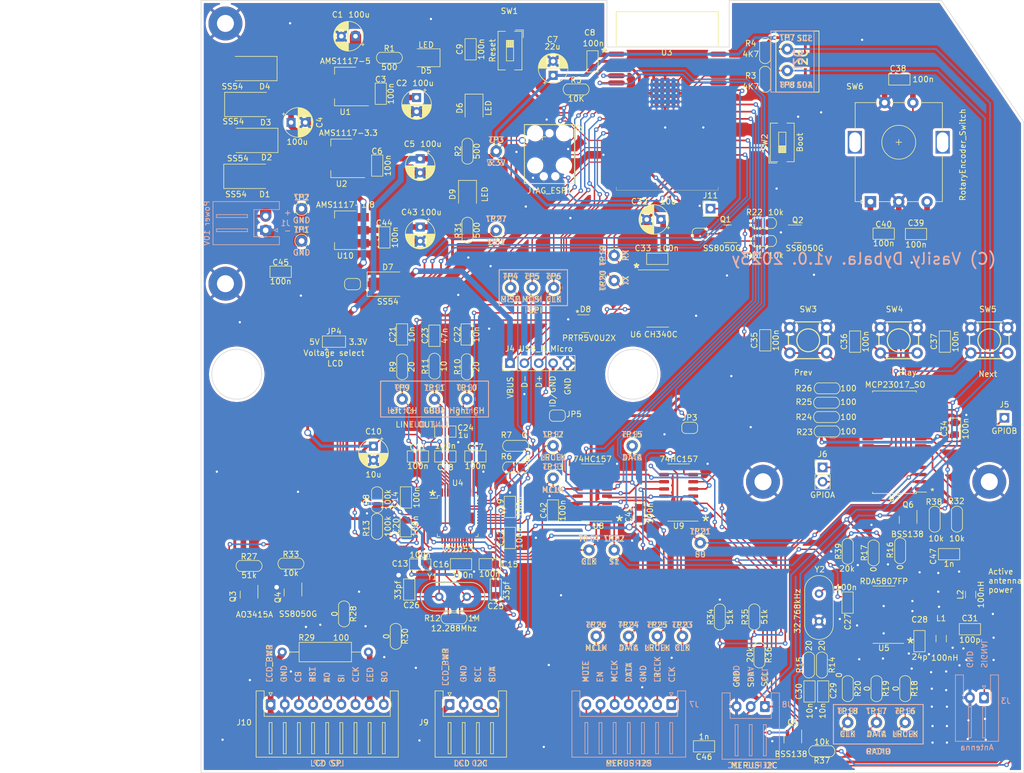
<source format=kicad_pcb>
(kicad_pcb (version 20221018) (generator pcbnew)
  (layers (0 "F.Cu" signal) (31 "B.Cu" power) (34 "B.Paste" user) (35 "F.Paste" user) (36 "B.SilkS" user "B.Silkscreen") (37 "F.SilkS" user "F.Silkscreen") (38 "B.Mask" user) (39 "F.Mask" user) (44 "Edge.Cuts" user))
  (net 0 "")
  (net 1 "GND")
  (net 2 "+5V")
  (net 3 "+3.3V")
  (net 4 "/ESP_board/JTAG.RESET")
  (net 5 "+1V8")
  (net 6 "Net-(C21-Pad1)")
  (net 7 "Net-(C22-Pad1)")
  (net 8 "Net-(C23-Pad1)")
  (net 9 "Net-(U4-RCAP)")
  (net 10 "Net-(U4-XTALI)")
  (net 11 "Net-(U4-XTALO)")
  (net 12 "Net-(U5-FMIN)")
  (net 13 "Net-(C29-Pad2)")
  (net 14 "Net-(C30-Pad2)")
  (net 15 "Net-(J3-Pin_1)")
  (net 16 "Net-(U7-GPA0)")
  (net 17 "Net-(U7-GPA1)")
  (net 18 "Net-(U7-GPA2)")
  (net 19 "Net-(U7-GPA5)")
  (net 20 "Net-(U7-GPA4)")
  (net 21 "Net-(U7-GPA3)")
  (net 22 "Net-(D1-K)")
  (net 23 "+10V")
  (net 24 "Net-(D2-K)")
  (net 25 "Net-(D3-K)")
  (net 26 "Net-(D5-A)")
  (net 27 "Net-(D6-A)")
  (net 28 "V_USB")
  (net 29 "Net-(D7-A)")
  (net 30 "/UART/USB_DN")
  (net 31 "/UART/USB_DP")
  (net 32 "Net-(D9-A)")
  (net 33 "/ESP_board/JTAG.TMS")
  (net 34 "/ESP_board/JTAG.TCK")
  (net 35 "/ESP_board/JTAG.TDO")
  (net 37 "/ESP_board/JTAG.TDI")
  (net 38 "Net-(J4-ID)")
  (net 39 "Net-(J5-Pin_1)")
  (net 40 "Net-(J6-Pin_1)")
  (net 41 "Net-(J6-Pin_2)")
  (net 42 "/I2S Switch/I2SOUT.CLK")
  (net 43 "/I2S Switch/I2SOUT.LRCLK")
  (net 44 "/I2S Switch/I2SOUT.DATA")
  (net 45 "/I2S Switch/I2SOUT.MCLK")
  (net 46 "/IO Expander/MERUS.EN")
  (net 47 "/IO Expander/MERUS.MUTE")
  (net 48 "/ESP_board/I2C.SCL")
  (net 49 "/ESP_board/I2C.SDA")
  (net 50 "/LCD screen/LCD_PWR")
  (net 51 "/ESP_board/LCD.CS")
  (net 52 "/ESP_board/LCD.RST")
  (net 53 "/ESP_board/LCD.A0")
  (net 54 "Net-(J10-Pin_6)")
  (net 55 "/Audio Decoder/SPI.CLK")
  (net 56 "/LCD screen/LCD.LED")
  (net 57 "Net-(J10-Pin_9)")
  (net 58 "/ESP_board/UART.EN")
  (net 59 "/ESP_board/FM_ST_INT")
  (net 60 "/FM Radio/I2S.DATA")
  (net 61 "Net-(JP4-C)")
  (net 62 "Net-(Q1-B)")
  (net 63 "Net-(Q1-E)")
  (net 64 "Net-(Q2-B)")
  (net 65 "Net-(Q2-E)")
  (net 66 "/ESP_board/UART.BOOT")
  (net 67 "Net-(Q3-G)")
  (net 68 "Net-(Q4-B)")
  (net 69 "/Audio Decoder/SPI.MISO")
  (net 70 "Net-(U4-SO)")
  (net 71 "/Audio Decoder/SPI.MOSI")
  (net 72 "Net-(U4-SI)")
  (net 73 "/Audio Decoder/VS1053.RST")
  (net 74 "Net-(U4-LEFT)")
  (net 75 "Net-(U4-RIGHT)")
  (net 76 "Net-(U4-GBUF)")
  (net 77 "Net-(U4-GPIO0)")
  (net 78 "Net-(U5-LOUT)")
  (net 79 "Net-(U5-ROUT)")
  (net 80 "Net-(U5-SCLK)")
  (net 81 "Net-(U5-SDA)")
  (net 82 "Net-(U5-GPIO1)")
  (net 83 "/FM Radio/I2S.LRCLK")
  (net 84 "Net-(U5-GPIO2)")
  (net 85 "Net-(U5-GPIO3)")
  (net 86 "/FM Radio/I2S.CLK")
  (net 87 "Net-(U7-~{RESET})")
  (net 88 "Net-(U7-A2)")
  (net 89 "Net-(U7-A1)")
  (net 90 "Net-(U7-A0)")
  (net 91 "/LCD screen/LCD_POWER")
  (net 92 "/Audio Decoder/I2S.LRCLK")
  (net 93 "/Audio Decoder/I2S.MCLK")
  (net 94 "/Audio Decoder/I2S.CLK")
  (net 95 "/Audio Decoder/I2S.DATA")
  (net 96 "/ESP_board/UART.RX")
  (net 97 "/ESP_board/UART.TX")
  (net 98 "/I2S Switch/74HC.S0")
  (net 99 "/I2S Switch/74HC.S1")
  (net 100 "/IO Expander/INT_EXPANDER")
  (net 101 "/Audio Decoder/VS1053.DREQ")
  (net 102 "/Audio Decoder/VS1053.XDCS")
  (net 103 "/Audio Decoder/VS1053.XCS")
  (net 112 "/ESP_board/I2S0.LRCLK")
  (net 113 "/ESP_board/I2S0.DATA")
  (net 114 "/ESP_board/I2S0.CLK")
  (net 121 "Net-(U5-RCLK)")
  (net 132 "Net-(U8-1Y)")
  (net 133 "Net-(U8-2Y)")
  (net 134 "Net-(U8-3Y)")
  (net 135 "Net-(U8-4Y)")
  (net 136 "Net-(D4-K)")
  (net 137 "Net-(Q5-G)")
  (net 138 "Net-(Q6-G)")
  (net 139 "Net-(J8-Pin_1)")
  (net 140 "Net-(Q6-D)")
  (net 141 "/IO Expander/MerusChipSelect")
  (net 142 "/FM Radio/FmChipSelect")
  (footprint "Capacitor_THT:CP_Radial_D5.0mm_P2.50mm" (layer "F.Cu") (at 152.4 32.320113 90)
    (fp_text reference "C7")
    (fp_text value "22u")
  )
  (footprint "kicad_common_lib:R_0805" (layer "F.Cu") (at 204.47 116.443 90)
    (fp_text reference "R39")
    (fp_text value "20k")
  )
  (footprint "kicad_common_lib:R_0805" (layer "F.Cu") (at 200.82 87.63)
    (fp_text reference "R26")
    (fp_text value "100")
  )
  (footprint "MountingHole:MountingHole_3mm_Pad_TopBottom" (layer "F.Cu") (at 94.489 69.14)
    (fp_text reference "REF**" hide)
    (fp_text value "MountingHole_3mm_Pad_TopBottom" hide)
  )
  (footprint "kicad_common_lib:R_0805" (layer "F.Cu") (at 134.89 128.27 180)
    (fp_text reference "R12")
    (fp_text value "1M")
  )
  (footprint "kicad_common_lib:C_0805" (layer "F.Cu") (at 159.385 29.845 90)
    (fp_text reference "C8")
    (fp_text value "100n")
  )
  (footprint "TestPoint:TestPoint_THTPad_D2.0mm_Drill1.0mm" (layer "F.Cu") (at 165.735 131.445)
    (fp_text reference "TP24")
    (fp_text value "DATA")
  )
  (footprint "kicad_common_lib:R_0805" (layer "F.Cu") (at 209.55 140.7 -90)
    (fp_text reference "R19")
    (fp_text value "0")
  )
  (footprint "kicad_common_lib:R_0805" (layer "F.Cu") (at 125.73 83.82 90)
    (fp_text reference "R9")
    (fp_text value "20")
  )
  (footprint "kicad_common_lib:R_0805" (layer "F.Cu") (at 181.864 128.032 90)
    (fp_text reference "R34")
    (fp_text value "51k")
  )
  (footprint "kicad_common_lib:R_0805" (layer "F.Cu") (at 145.78 97.79 180)
    (fp_text reference "R7")
    (fp_text value "0")
  )
  (footprint "TestPoint:TestPoint_THTPad_D2.0mm_Drill1.0mm" (layer "F.Cu") (at 158.75 116.205)
    (fp_text reference "TP14")
    (fp_text value "CLK")
  )
  (footprint "TestPoint:TestPoint_THTPad_D2.0mm_Drill1.0mm" (layer "F.Cu") (at 204.47 146.685)
    (fp_text reference "TP18")
    (fp_text value "CLK")
  )
  (footprint "Package_TO_SOT_SMD:SOT-23" (layer "F.Cu") (at 194.7695 149.667 -90)
    (fp_text reference "Q5")
    (fp_text value "BSS138")
  )
  (footprint "Connector_JST:JST_XH_S4B-XH-A_1x04_P2.50mm_Horizontal" (layer "F.Cu") (at 134.105 143.51)
    (fp_text reference "J9")
    (fp_text value "LCD I2C")
  )
  (footprint "kicad_common_lib:R_0805" (layer "F.Cu") (at 189.595 61.595 180)
    (fp_text reference "R21")
    (fp_text value "10k")
  )
  (footprint "Connector_PinHeader_2.54mm:PinHeader_1x01_P2.54mm_Vertical" (layer "F.Cu") (at 180.213 55.88)
    (fp_text reference "J11")
    (fp_text value "IR")
  )
  (footprint "kicad_common_lib:R_0805" (layer "F.Cu") (at 137.27 45.72 90)
    (fp_text reference "R2")
    (fp_text value "500")
  )
  (footprint "TestPoint:TestPoint_THTPad_D2.0mm_Drill1.0mm" (layer "F.Cu") (at 170.815 131.445)
    (fp_text reference "TP25")
    (fp_text value "LRCLK")
  )
  (footprint "Package_TO_SOT_SMD:SOT-223-3_TabPin2" (layer "F.Cu") (at 115.68 34.29 180)
    (fp_text reference "U1")
    (fp_text value "AMS1117-5")
  )
  (footprint "Button_Switch_SMD:SW_DIP_SPSTx01_Slide_6.7x4.1mm_W8.61mm_P2.54mm_LowProfile" (layer "F.Cu") (at 144.78 27.94 -90)
    (fp_text reference "SW1")
    (fp_text value "Reset")
  )
  (footprint "TestPoint:TestPoint_THTPad_D2.0mm_Drill1.0mm" (layer "F.Cu") (at 209.55 146.685)
    (fp_text reference "TP17")
    (fp_text value "DATA")
  )
  (footprint "kicad_common_lib:C_0805" (layer "F.Cu") (at 170.815 64.77)
    (fp_text reference "C33")
    (fp_text value "100n")
  )
  (footprint "TestPoint:TestPoint_THTPad_D2.0mm_Drill1.0mm" (layer "F.Cu") (at 107.95 61.595)
    (fp_text reference "TP1")
    (fp_text value "GND")
  )
  (footprint "Inductor_SMD:L_1206_3216Metric_Pad1.42x1.75mm_HandSolder" (layer "F.Cu") (at 226.187 124.079 90)
    (fp_text reference "L2")
    (fp_text value "100nH")
  )
  (footprint "kicad_common_lib:C_0805" (layer "F.Cu") (at 128.905 118.745 180)
    (fp_text reference "C13")
    (fp_text value "100n")
  )
  (footprint "kicad_common_lib:RotaryEncoder_EC16-Switch_Vertical_H20mm" (layer "F.Cu") (at 213.489 44.14)
    (fp_text reference "SW6")
    (fp_text value "RotaryEncoder_Switch")
  )
  (footprint "kicad_common_lib:C_0805" (layer "F.Cu") (at 144.78 108.585 90)
    (fp_text reference "C19")
    (fp_text value "100n")
  )
  (footprint "kicad_common_lib:C_0805" (layer "F.Cu") (at 179.07 150.876 180)
    (fp_text reference "C46")
    (fp_text value "1n")
  )
  (footprint "kicad_common_lib:C_0805" (layer "F.Cu") (at 133.35 95.25 180)
    (fp_text reference "C24")
    (fp_text value "1u")
  )
  (footprint "Package_QFP:LQFP-48_7x7mm_P0.5mm" (layer "F.Cu") (at 135.545 110.2075)
    (fp_text reference "U4")
    (fp_text value "VS1053")
  )
  (footprint "TestPoint:TestPoint_THTPad_D2.0mm_Drill1.0mm" (layer "F.Cu") (at 131.445 89.535)
    (fp_text reference "TP11")
    (fp_text value "GBUF")
  )
  (footprint "TestPoint:TestPoint_THTPad_D2.0mm_Drill1.0mm" (layer "F.Cu") (at 142.35 45.72)
    (fp_text reference "TP3")
    (fp_text value "3.3V")
  )
  (footprint "TestPoint:TestPoint_THTPad_D2.0mm_Drill1.0mm" (layer "F.Cu") (at 193.785 27.665)
    (fp_text reference "TP7")
    (fp_text value "SCL")
  )
  (footprint "kicad_common_lib:R_0805" (layer "F.Cu") (at 124.587 131.461 -90)
    (fp_text reference "R30")
    (fp_text value "0")
  )
  (footprint "kicad_common_lib:R_0805" (layer "F.Cu") (at 204.47 140.7 -90)
    (fp_text reference "R20")
    (fp_text value "0")
  )
  (footprint "Package_TO_SOT_SMD:SOT-23" (layer "F.Cu") (at 183.245 60.325 180)
    (fp_text reference "Q1")
    (fp_text value "SS8050G")
  )
  (footprint "kicad_common_lib:C_0805" (layer "F.Cu") (at 128.5025 99.695)
    (fp_text reference "C11")
    (fp_text value "100n")
  )
  (footprint "LED_SMD:LED_1210_3225Metric_Pad1.42x2.65mm_HandSolder" (layer "F.Cu") (at 137.27 53.34 -90)
    (fp_text reference "D9")
    (fp_text value "LED")
  )
  (footprint "kicad_common_lib:C_0805" (layer "F.Cu") (at 221.615 79.375 -90)
    (fp_text reference "C37")
    (fp_text value "100n")
  )
  (footprint "Capacitor_THT:CP_Radial_D5.0mm_P2.50mm" (layer "F.Cu") (at 128.905 47.054888 -90)
    (fp_text reference "C5")
    (fp_text value "100u")
  )
  (footprint "kicad_common_lib:C_0805" (layer "F.Cu") (at 122.555 60.96 -90)
    (fp_text reference "C44")
    (fp_text value "100n")
  )
  (footprint "kicad_common_lib:R_0805" (layer "F.Cu") (at 197.6096 136.5195 -90)
    (fp_text reference "R15")
    (fp_text value "20")
  )
  (footprint "kicad_common_lib:SW_PUSH_6mm_H12mm" (layer "F.Cu") (at 229.489 79.14 180)
    (fp_text reference "SW5")
    (fp_text value "Next")
  )
  (footprint "Button_Switch_SMD:SW_DIP_SPSTx01_Slide_6.7x4.1mm_W8.61mm_P2.54mm_LowProfile" (layer "F.Cu") (at 192.9 44.175 90)
    (fp_text reference "SW2")
    (fp_text value "Boot")
  )
  (footprint "kicad_common_lib:R_0805" (layer "F.Cu") (at 199.898 136.5195 -90)
    (fp_text reference "R14")
    (fp_text value "20")
  )
  (footprint "Jumper:SolderJumper-2_P1.3mm_Bridged_RoundedPad1.0x1.5mm" (layer "F.Cu") (at 178.39 60.325)
    (fp_text reference "JP2" hide)
    (fp_text value "SolderJumper_2_Bridged" hide)
  )
  (footprint "kicad_common_lib:R_0805" (layer "F.Cu") (at 189.865 33.02 90)
    (fp_text reference "R3")
    (fp_text value "4K7")
  )
  (footprint "Connector_PinHeader_2.54mm:PinHeader_1x01_P2.54mm_Vertical" (layer "F.Cu") (at 232.156 92.837)
    (fp_text reference "J5")
    (fp_text value "GPIOB")
  )
  (footprint "Crystal:Crystal_HC18-U_Vertical" (layer "F.Cu") (at 199.39 128.815 90)
    (fp_text reference "Y2")
    (fp_text value "32.768kHz")
  )
  (footprint "kicad_common_lib:C_0805" (layer "F.Cu") (at 126.365 106.9125 -90)
    (fp_text reference "C14")
    (fp_text value "100n")
  )
  (footprint "TestPoint:TestPoint_THTPad_D2.0mm_Drill1.0mm" (layer "F.Cu") (at 137.16 89.535)
    (fp_text reference "TP10")
    (fp_text value "right CH")
  )
  (footprint "Package_TO_SOT_SMD:SOT-223-3_TabPin2" (layer "F.Cu") (at 115.68 59.69 180)
    (fp_text reference "U10")
    (fp_text value "AMS1117-1.8")
  )
  (footprint "Package_SO:SOP-16_3.9x9.9mm_P1.27mm" (layer "F.Cu") (at 210.86 127.635 180)
    (fp_text reference "U5")
    (fp_text value "RDA5807FP")
  )
  (footprint "Package_SO:SO-16_3.9x9.9mm_P1.27mm" (layer "F.Cu") (at 174.59 106.045 180)
    (fp_text reference "U9")
    (fp_text value "74HC157")
  )
  (footprint "kicad_common_lib:C_0805" (layer "F.Cu") (at 204.47 125.4975 90)
    (fp_text reference "C27")
    (fp_text value "100n")
  )
  (footprint "kicad_common_lib:R_0805" (layer "F.Cu") (at 188.849 134.747 -90)
    (fp_text reference "R36")
    (fp_text value "20k")
  )
  (footprint "kicad_common_lib:C_0805" (layer "F.Cu") (at 136.1225 118.745)
    (fp_text reference "C16")
    (fp_text value "100n")
  )
  (footprint "kicad_common_lib:R_0805" (layer "F.Cu") (at 200.725 90.17)
    (fp_text reference "R25")
    (fp_text value "100")
  )
  (footprint "TestPoint:TestPoint_THTPad_D2.0mm_Drill1.0mm" (layer "F.Cu") (at 125.73 89.535)
    (fp_text reference "TP9")
    (fp_text value "left CH")
  )
  (footprint "kicad_common_lib:C_0805" (layer "F.Cu") (at 121.285 48.26 -90)
    (fp_text reference "C6")
    (fp_text value "100n")
  )
  (footprint "Inductor_SMD:L_1206_3216Metric_Pad1.42x1.75mm_HandSolder" (layer "F.Cu") (at 220.98 131.8625 -90)
    (fp_text reference "L1")
    (fp_text value "100nH")
  )
  (footprint "MountingHole:MountingHole_3mm_Pad_TopBottom" (layer "F.Cu") (at 94.489 23.14)
    (fp_text reference "REF**" hide)
    (fp_text value "MountingHole_3mm_Pad_TopBottom" hide)
  )
  (footprint "kicad_common_lib:R_0805" (layer "F.Cu") (at 200.82 95.25)
    (fp_text reference "R23")
    (fp_text value "100")
  )
  (footprint "kicad_common_lib:C_0805" (layer "F.Cu") (at 142.24 123.19 -90)
    (fp_text reference "C25")
    (fp_text value "33pf")
  )
  (footprint "kicad_common_lib:C_0805" (layer "F.Cu") (at 152.4 109.22 90)
    (fp_text reference "C42")
    (fp_text value "100n")
  )
  (footprint "Connector_JST:JST_XH_S9B-XH-A_1x09_P2.50mm_Horizontal" (layer "F.Cu") (at 102.475 143.51)
    (fp_text reference "J10")
    (fp_text value "LCD SPI")
  )
  (footprint "kicad_common_lib:C_0805" (layer "F.Cu") (at 217.17 132.3125 90)
    (fp_text reference "C28")
    (fp_text value "24p")
  )
  (footprint "kicad_common_lib:R_0805" (layer "F.Cu") (at 214.63 140.7 -90)
    (fp_text reference "R18")
    (fp_text value "0")
  )
  (footprint "kicad_common_lib:R_0805" (layer "F.Cu") (at 131.445 83.725 90)
    (fp_text reference "R11")
    (fp_text value "10")
  )
  (footprint "LED_SMD:LED_1210_3225Metric_Pad1.42x2.65mm_HandSolder" (layer "F.Cu") (at 129.9575 29.21 180)
    (fp_text reference "D5")
    (fp_text value "LED")
  )
  (footprint "Jumper:SolderJumper-2_P1.3mm_Bridged_RoundedPad1.0x1.5mm" (layer "F.Cu") (at 116.952 69.215 180)
    (fp_text reference "JP1" hide)
    (fp_text value "SolderJumper_2_Bridged" hide)
  )
  (footprint "Package_SO:SOIC-16_3.9x9.9mm_P1.27mm" (layer "F.Cu") (at 170.88 71.755)
    (fp_text reference "U6")
    (fp_text value "CH340C")
  )
  (footprint "kicad_common_lib:C_0805" (layer "F.Cu") (at 167.64 109.7065 90)
    (fp_text reference "C41")
    (fp_text value "100n")
  )
  (footprint "kicad_common_lib:ESP32-WROVER" (layer "F.Cu") (at 172.58 27.665)
    (fp_text reference "U3")
    (fp_text value "ESP32-WROVER_IE" hide)
  )
  (footprint "kicad_common_lib:R_0805" (layer "F.Cu") (at 137.27 59.69 90)
    (fp_text reference "R31")
    (fp_text value "500")
  )
  (footprint "kicad_common_lib:C_0805" (layer "F.Cu") (at 104.2455 67.056)
    (fp_text reference "C45")
    (fp_text value "100n")
  )
  (footprint "kicad_common_lib:C_0805" (layer "F.Cu") (at 197.739 141.2025 90)
    (fp_text reference "C30")
    (fp_text value "10n")
  )
  (footprint "TestPoint:TestPoint_THTPad_D2.0mm_Drill1.0mm" (layer "F.Cu") (at 178.4 114.935)
    (fp_text reference "TP21")
    (fp_text value "S0")
  )
  (footprint "Package_TO_SOT_SMD:SOT-23" (layer "F.Cu") (at 98.663 124.0975 -90)
    (fp_text reference "Q3")
    (fp_text value "AO3415A")
  )
  (footprint "TestPoint:TestPoint_THTPad_D2.0mm_Drill1.0mm" (layer "F.Cu") (at 175.26 131.445)
    (fp_text reference "TP23")
    (fp_text value "CLK")
  )
  (footprint "TestPoint:TestPoint_THTPad_D2.0mm_Drill1.0mm" (layer "F.Cu") (at 214.63 146.685)
    (fp_text reference "TP16")
    (fp_text value "LRCLK")
  )
  (footprint "Connector_PinHeader_2.54mm:PinHeader_1x02_P2.54mm_Vertical" (layer "F.Cu") (at 200.025 101.6)
    (fp_text reference "J6")
    (fp_text value "GPIOA")
  )
  (footprint "Diode_SMD:D_SMB_Handsoldering" (layer "F.Cu") (at 98.9 50.165)
    (fp_text reference "D1")
    (fp_text value "SS54")
  )
  (footprint "TestPoint:TestPoint_THTPad_D2.0mm_Drill1.0mm" (layer "F.Cu") (at 152.4 97.79)
    (fp_text reference "TP12")
    (fp_text value "LRCLK")
  )
  (footprint "kicad_common_lib:C_0805" (layer "F.Cu") (at 144.78 114.0675 90)
    (fp_text reference "C12")
    (fp_text value "100n")
  )
  (footprint "kicad_common_lib:R_0805" (layer "F.Cu") (at 200.725 92.71)
    (fp_text reference "R24")
    (fp_text value "100")
  )
  (footprint "Jumper:SolderJumper-2_P1.3mm_Bridged_RoundedPad1.0x1.5mm" (layer "F.Cu") (at 153.147 92.456 180)
    (fp_text reference "JP5")
    (fp_text value "SolderJumper_2_Bridged" hide)
  )
  (footprint "kicad_common_lib:SW_PUSH_6mm_H12mm" (layer "F.Cu") (at 213.489 79.14 180)
    (fp_text reference "SW4")
    (fp_text value "Play")
  )
  (footprint "kicad_common_lib:R_0805" (layer "F.Cu") (at 106.061 118.618)
    (fp_text reference "R33")
    (fp_text value "10k")
  )
  (footprint "kicad_common_lib:C_0805" (layer "F.Cu") (at 125.73 78.105 90)
    (fp_text reference "C21")
    (fp_text value "10n")
  )
  (footprint "kicad_common_lib:R_0805" (layer "F.Cu") (at 219.837 110.744 -90)
    (fp_text reference "R38")
    (fp_text value "10k")
  )
  (footprint "LED_SMD:LED_1210_3225Metric_Pad1.42x2.65mm_HandSolder" (layer "F.Cu") (at 138.43 38.1 -90)
    (fp_text reference "D6")
    (fp_text value "LED")
  )
  (footprint "kicad_common_lib:C_0805" (layer "F.Cu") (at 137.795 27.7075 -90)
    (fp_text reference "C9")
    (fp_text value "100n")
  )
  (footprint "MountingHole:MountingHole_3mm_Pad_TopBottom" (layer "F.Cu") (at 189.489 104.14)
    (fp_text reference "REF**" hide)
    (fp_text value "MountingHole_3mm_Pad_TopBottom" hide)
  )
  (footprint "TestPoint:TestPoint_THTPad_D2.0mm_Drill1.0mm" (layer "F.Cu") (at 163.195 64.135 90)
    (fp_text reference "TP19")
    (fp_text value "RX")
  )
  (footprint "kicad_common_lib:C_0805" (layer "F.Cu") (at 127 123.19 90)
    (fp_text reference "C26")
    (fp_text value "33pf")
  )
  (footprint "kicad_common_lib:R_0805" (layer "F.Cu") (at 98.663 119.0175)
    (fp_text reference "R27")
    (fp_text value "51k")
  )
  (footprint "kicad_common_lib:C_0805" (layer "F.Cu") (at 131.445 78.3375 90)
    (fp_text reference "C23")
    (fp_text value "47n")
  )
  (footprint "TestPoint:TestPoint_THTPad_D2.0mm_Drill1.0mm" (layer "F.Cu") (at 166.37 97.79)
    (fp_text reference "TP15")
    (fp_text value "DATA")
  )
  (footprint "kicad_common_lib:R_0805" (layer "F.Cu") (at 115.443 127.492 -90)
    (fp_text reference "R28")
    (fp_text value "0")
  )
  (footprint "kicad_common_lib:R_0805" (layer "F.Cu") (at 123.46 29.21)
    (fp_text reference "R1")
    (fp_text value "500")
  )
  (footprint "kicad_common_lib:C_0805" (layer "F.Cu") (at 222.377 116.967)
    (fp_text reference "C47")
    (fp_text value "1n")
  )
  (footprint "kicad_common_lib:C_0805" (layer "F.Cu") (at 226.06 130.175 180)
    (fp_text reference "C31")
    (fp_text value "100p")
  )
  (footprint "Crystal:Crystal_HC18-U_Vertical" (layer "F.Cu") (at 132.26 124.46)
    (fp_text reference "Y1")
    (fp_text value "12.288Mhz")
  )
  (footprint "kicad_common_lib:R_0805" (layer "F.Cu") (at 213.741 116.332 -90)
    (fp_text reference "R16")
    (fp_text value "0")
  )
  (footprint "kicad_common_lib:C_0805" (layer "F.Cu") (at 141.2025 118.745)
    (fp_text reference "C15")
    (fp_text value "100n")
  )
  (footprint "Connector:Tag-Connect_TC2050-IDC-FP_2x05_P1.27mm_Vertical" (layer "F.Cu") (at 151.765 46.355 -90)
    (fp_text reference "J2")
    (fp_text value "JTAG_ESP1")
  )
  (footprint "Package_TO_SOT_SMD:SOT-223-3_TabPin2" (layer "F.Cu") (at 115.02 46.99 180)
    (fp_text reference "U2")
    (fp_text value "AMS1117-3.3")
  )
  (footprint "kicad_common_lib:C_0805" (layer "F.Cu") (at 223.393 94.7635 -90)
    (fp_text reference "C34")
    (fp_text value "100n")
  )
  (footprint "Package_TO_SOT_SMD:SOT-23" (layer "F.Cu") (at 215.138 110.871 -90)
    (fp_text reference "Q6")
    (fp_text value "BSS138")
  )
  (footprint "kicad_common_lib:R_0805" (layer "F.Cu") (at 137.16 83.82 90)
    (fp_text reference "R10")
    (fp_text value "20")
  )
  (footprint "Package_TO_SOT_SMD:SOT-23" (layer "F.Cu") (at 106.426 123.698 -90)
    (fp_text reference "Q4")
    (fp_text value "SS8050G")
  )
  (footprint "Resistor_THT:R_Axial_DIN0309_L9.0mm_D3.2mm_P15.24mm_Horizontal" (layer "F.Cu") (at 104.521 134.239)
    (fp_text reference "R29")
    (fp_text value "100")
  )
  (footprint "Diode_SMD:D_SMB" (layer "F.Cu") (at 123.19 69.215)
    (fp_text reference "D7")
    (fp_text value "SS54")
  )
  (footprint "TestPoint:TestPoint_THTPad_D2.0mm_Drill1.0mm" (layer "F.Cu") (at 160.02 131.445)
    (fp_text reference "TP26")
    (fp_text value "MCLK")
  )
  (footprint "MountingHole:MountingHole_3mm_Pad_TopBottom" (layer "F.Cu") (at 229.489 104.14)
    (fp_text reference "REF**" hide)
    (fp_text value "MountingHole_3mm_Pad_TopBottom" hide)
  )
  (footprint "kicad_common_lib:R_0805" (layer "F.Cu") (at 209.042 116.713 -90)
    (fp_text reference "R17")
    (fp_text value "0")
  )
  (footprint "TestPoint:TestPoint_THTPad_D2.0mm_Drill1.0mm" (layer "F.Cu") (at 152.51 69.85)
    (fp_text reference "TP6")
    (fp_text value "CLK")
  )
  (footprint "Diode_SMD:D_SMB_Handsoldering" (layer "F.Cu") (at 98.9 31.115 180)
    (fp_text reference "D4")
    (fp_text value "SS54")
  )
  (footprint "kicad_common_lib:R_0805" (layer "F.Cu") (at 223.774 110.744 -90)
    (fp_text reference "R32")
    (fp_text value "10k")
  )
  (footprint "Diode_SMD:D_SMB_Handsoldering" (layer "F.Cu") (at 99.06 37.465)
    (fp_text reference "D3")
    (fp_text value "SS54")
  )
  (footprint "kicad_common_lib:R_0805" (layer "F.Cu") (at 189.595 58.42)
    (fp_text reference "R22")
    (fp_text value "10k")
  )
  (footprint "Capacitor_THT:CP_Radial_D5.0mm_P2.50mm" (layer "F.Cu") (at 128.27 36.235 -90)
    (fp_text reference "C2")
    (fp_text value "100u")
  )
  (footprint "TestPoint:TestPoint_THTPad_D2.0mm_Drill1.0mm" (layer "F.Cu") (at 152.4 103.505)
    (fp_text reference "TP13")
    (fp_text value "MCLK")
  )
  (footprint "kicad_common_lib:R_0805" (layer "F.Cu") (at 187.96 128.032 90)
    (fp_text reference "R35")
    (fp_text value "51k")
  )
  (footprint "TestPoint:TestPoint_THTPad_D2.0mm_Drill1.0mm" (layer "F.Cu") (at 107.95 55.88)
    (fp_text reference "TP2")
    (fp_text value "GND")
  )
  (footprint "kicad_common_lib:C_0805" (layer "F.Cu") (at 138.6625 99.695)
    (fp_text reference "C17")
    (fp_text value "100n")
  )
  (footprint "kicad_common_lib:C_0805" (layer "F.Cu") (at 121.92 35.56 -90)
    (fp_text reference "C3")
    (fp_text value "100n")
  )
  (footprint "TestPoint:TestPoint_THTPad_D2.0mm_Drill1.0mm" (layer "F.Cu") (at 163.195 116.205)
    (fp_text reference "TP22")
    (fp_text value "S1")
  )
  (footprint "kicad_common_lib:R_0805" (layer "F.Cu") (at 189.865 27.94 -90)
    (fp_text reference "R4")
    (fp_text value "4K7")
  )
  (footprint "TestPoint:TestPoint_THTPad_D2.0mm_Drill1.0mm" (layer "F.Cu") (at 163.195 68.58 90)
    (fp_text reference "TP20")
    (fp_text value "TX")
  )
  (footprint "kicad_common_lib:C_0805" (layer "F.Cu") (at 137.16 78.105 90)
    (fp_text reference "C22")
    (fp_text value "10n")
  )
  (footprint "kicad_common_lib:R_0805" (layer "F.Cu") (at 121.285 112.03 -90)
    (fp_text reference "R13")
    (fp_text value "100k")
  )
  (footprint "Diode_SMD:D_SMB_Handsoldering" (layer "F.Cu") (at 99.06 43.815 180)
    (fp_text reference "D2")
    (fp_text value "SS54")
  )
  (footprint "Package_TO_SOT_SMD:SOT-143" (layer "F.Cu") (at 158.115 76.2)
    (fp_text reference "D8")
    (fp_text value "PRTR5V0U2X")
  )
  (footprint "TestPoint:TestPoint_THTPad_D2.0mm_Drill1.0mm" (layer "F.Cu") (at 193.785 31.475)
    (fp_text reference "TP8")
    (fp_text value "SDA")
  )
  (footprint "Capacitor_THT:CP_Radial_D5.0mm_P2.50mm" (layer "F.Cu") (at 171.45 57.785 180)
    (fp_text reference "C32")
    (fp_text value "10u")
  )
  (footprint "TestPoint:TestPoint_THTPad_D2.0mm_Drill1.0mm" (layer "F.Cu") (at 142.35 59.69)
    (fp_text reference "TP27")
    (fp_text value "1.8V")
  )
  (footprint "Package_TO_SOT_SMD:SOT-23" (layer "F.Cu") (at 195.6425 60.325)
    (fp_text reference "Q2")
    (fp_text value "SS8050G")
  )
  (footprint "kicad_common_lib:C_0805" (layer "F.Cu") (at 216.535 60.325 180)
    (fp_text reference "C39")
    (fp_text value "100n")
  )
  (footprint "kicad_common_lib:C_0805" (layer "F.Cu") (at 213.5925 33.02 180)
    (fp_text reference "C38")
    (fp_text value "100n")
  )
  (footprint "Package_SO:SO-16_3.9x9.9mm_P1.27mm" (layer "F.Cu") (at 159.35 106.045 180)
    (fp_text reference "U8")
    (fp_text value "74HC157")
  )
  (footprint "kicad_common_lib:R_0805" (layer "F.Cu") (at 156.464 34.798)
    (fp_text reference "R5")
    (fp_text value "10K")
  )
  (footprint "kicad_common_lib:C_0805" (layer "F.Cu") (at 205.74 79.375 -90)
    (fp_text reference "C36")
    (fp_text value "100n")
  )
  (footprint "Package_SO:SOIC-28W_7.5x17.9mm_P1.27mm" (layer "F.Cu") (at 212.725 97.155 180)
    (fp_text reference "U7")
    (fp_text value "MCP23017_SO")
  )
  (footprint "Jumper:SolderJumper-3_P1.3mm_Bridged12_Pad1.0x1.5mm" (layer "F.Cu") (at 113.665 79.375)
    (fp_text reference "JP4")
    (fp_text value "Voltage select")
  )
  (footprint "Capacitor_THT:CP_Radial_D5.0mm_P2.50mm" (layer "F.Cu") (at 120.65 97.854888 -90)
    (fp_text reference "C10")
    (fp_text value "10u")
  )
  (footprint "kicad_common_lib:R_0805" (layer "F.Cu") (at 199.898 151.765 180)
    (fp_text reference "R37")
    (fp_text value "10k")
  )
  (footprint "Jumper:SolderJumper-2_P1.3mm_Bridged_RoundedPad1.0x1.5mm" (layer "F.Cu") (at 176.545 94.615)
    (fp_text reference "JP3")
    (fp_text value "SolderJumper_2_Bridged" hide)
  )
  (footprint "kicad_common_lib:R_0805" (layer "F.Cu") (at 121.285 107.315 -90)
    (fp_text reference "R8")
    (fp_text value "100k")
  )
  (footprint "kicad_common_lib:C_0805" (layer "F.Cu") (at 133.35 99.695)
    (fp_text reference "C18")
    (fp_text value "100n")
  )
  (footprint "kicad_common_lib:C_0805" (layer "F.Cu") (at 189.865 79.1425 -90)
    (fp_text reference "C35")
    (fp_text value "100n")
  )
  (footprint "Capacitor_THT:CP_Radial_D5.0mm_P2.50mm" (layer "F.Cu") (at 117.475 25.4 180)
    (fp_text reference "C1")
    (fp_text value "100u")
  )
  (footprint "kicad_common_lib:R_0805" (layer "F.Cu") (at 145.78 101.6 180)
    (fp_text reference "R6")
    (fp_text value "0")
  )
  (footprint "kicad_common_lib:SW_PUSH_6mm_H12mm" (layer "F.Cu") (at 197.489 79.14 180)
    (fp_text reference "SW3")
    (fp_text value "Prev")
  )
  (footprint "kicad_common_lib:C_0805" (layer "F.Cu") (at 200.152 141.2025 90)
    (fp_text reference "C29")
    (fp_text value "10n")
  )
  (footprint "kicad_common_lib:C_0805" (layer "F.Cu") (at 126.365 111.9925 90)
    (fp_text reference "C20")
    (fp_text value "100n")
  )
  (footprint "Capacitor_THT:CP_Radial_D5.0mm_P2.50mm" (layer "F.Cu") (at 128.905 59.119888 -90)
    (fp_text reference "C43")
    (fp_text value "100u")
  )
  (footprint "TestPoint:TestPoint_THTPad_D2.0mm_Drill1.0mm" (layer "F.Cu") (at 148.7 69.85)
    (fp_text reference "TP5")
    (fp_text value "MOSI")
  )
  (footprint "TestPoint:TestPoint_THTPad_D2.0mm_Drill1.0mm" (layer "F.Cu") (at 144.89 69.85)
    (fp_text reference "TP4")
    (fp_text value "MISO")
  )
  (footprint "Capacitor_THT:CP_Radial_D5.0mm_P2.50mm" (layer "F.Cu") (at 106.085 40.64)
    (fp_text reference "C4")
    (fp_text value "100u")
  )
  (footprint "Connector_PinHeader_2.54mm:PinHeader_1x05_P2.54mm_Vertical" (layer "F.Cu") (at 144.78 83.185 90)
    (fp_text reference "J4")
    (fp_text value "USB_B_Micro")
  )
  (footprint "kicad_common_lib:C_0805" (layer "F.Cu") (at 210.82 60.325)
    (fp_text reference "C40")
    (fp_text value "100n")
  )
  (footprint "Connector_JST:JST_XH_S3B-XH-A_1x03_P2.50mm_Horizontal" (layer "B.Cu") (at 189.825 143.87 180)
    (fp_text reference "J8")
    (fp_text value "MERUS I2C")
  )
  (footprint "Connector_JST:JST_XH_S2B-XH-A_1x02_P2.50mm_Horizontal" (layer "B.Cu") (at 101.6 59.69 90)
    (fp_text reference "J1")
    (fp_text value "Power 10V")
  )
  (footprint "Connector_JST:JST_XH_S2B-XH-A-1_1x02_P2.50mm_Horizontal" (layer "B.Cu") (at 228.56 142.295 180)
    (fp_text reference "J3")
    (fp_text value "Antenna")
  )
  (footprint "Connector_JST:JST_XH_S7B-XH-A_1x07_P2.50mm_Horizontal" (layer "B.Cu") (at 173.275 143.51 180)
    (fp_text reference "J7")
    (fp_text value "MERUS I2S")
  )
  (gr_arc (start 131.445 127) (mid 128.905 124.46) (end 131.445 121.92) (stroke (width 0.2)) (layer "B.Cu"))
  (gr_line (start 135.89 127) (end 137.795 127) (stroke (width 0.2)) (layer "B.Cu"))
  (gr_line (start 137.795 121.92) (end 135.255 121.92) (stroke (width 0.2)) (layer "B.Cu"))
  (gr_line (start 131.445 127) (end 133.858 127) (stroke (width 0.2)) (layer "B.Cu"))
  (gr_arc (start 137.795 121.92) (mid 140.335 124.46) (end 137.795 127) (stroke (width 0.2)) (layer "B.Cu"))
  (gr_line (start 133.858 127) (end 133.858 127) (stroke (width 0.2)) (layer "B.Cu"))
  (gr_line (start 131.445 121.92) (end 135.255 121.92) (stroke (width 0.2)) (layer "B.Cu"))
  (gr_rect (start 190.885 24.49) (end 198.505 35.285) (stroke (width 0.15)) (fill none) (layer "B.SilkS"))
  (gr_rect (start 201.93 143.51) (end 217.805 150.495) (stroke (width 0.15)) (fill none) (layer "B.SilkS"))
  (gr_rect (start 121.92 86.36) (end 140.97 92.71) (stroke (width 0.15)) (fill none) (layer "B.SilkS"))
  (gr_rect (start 142.875 66.675) (end 154.94 73.025) (stroke (width 0.15)) (fill none) (layer "B.SilkS"))
  (gr_rect (start 201.93 143.51) (end 217.805 150.495) (stroke (width 0.15)) (fill none) (layer "F.SilkS"))
  (gr_rect (start 191.77 24.49) (end 199.39 35.285) (stroke (width 0.15)) (fill none) (layer "F.SilkS"))
  (gr_rect (start 142.875 66.675) (end 154.94 73.025) (stroke (width 0.15)) (fill none) (layer "F.SilkS"))
  (gr_rect (start 121.92 86.36) (end 140.97 92.71) (stroke (width 0.15)) (fill none) (layer "F.SilkS"))
  (gr_rect (start 147.32 41.021) (end 156.21 51.435) (stroke (width 0.15)) (fill none) (layer "F.SilkS"))
  (gr_poly (pts (xy 235.589532 155.575) (xy 90.174532 155.575) (xy 90.174532 19.05) (xy 161.925 19.05) (xy 161.925 27.305) (xy 183.519532 27.305) (xy 183.519532 19.05) (xy 220.98 19.05) (xy 235.589532 40.64)) (stroke (width 0.1)) (fill none) (layer "Edge.Cuts"))
  (gr_circle locked (center 166.489 85.14) (end 170.894309 85.14) (stroke (width 0.1)) (fill none) (layer "Edge.Cuts"))
  (gr_circle locked (center 96.489 85.14) (end 100.894309 85.14) (stroke (width 0.1)) (fill none) (layer "Edge.Cuts"))
  (gr_text "MCLK" (at 162.56 139.7 -90) (layer "B.SilkS") (effects (font (size 1 1)) (justify left bottom mirror)))
  (gr_text "LINE OUT" (at 133.985 94.615) (layer "B.SilkS") (effects (font (size 1 1)) (justify left bottom mirror)))
  (gr_text "GND" (at 225.425 137.16 270) (layer "B.SilkS") (effects (font (size 1 1)) (justify left bottom mirror)))
  (gr_text "(C) Vasily Dybala. v1.0. 2023y" (at 230.886 65.913) (layer "B.SilkS") (effects (font (size 2 2) (thickness 0.3)) (justify left bottom mirror)))
  (gr_text "MUTE" (at 157.48 139.7 -90) (layer "B.SilkS") (effects (font (size 1 1)) (justify left bottom mirror)))
  (gr_text "SDA" (at 186.69 139.7 -90) (layer "B.SilkS") (effects (font (size 1 1)) (justify left bottom mirror)))
  (gr_text "EN" (at 160.02 139.7 -90) (layer "B.SilkS") (effects (font (size 1 1)) (justify left bottom mirror)))
  (gr_text "-" (at 104.775 60.325) (layer "B.SilkS") (effects (font (size 1 1)) (justify left bottom)))
  (gr_text "SCL" (at 138.43 139.7 -90) (layer "B.SilkS") (effects (font (size 1 1)) (justify left bottom mirror)))
  (gr_text "SIGNAL" (at 227.965 137.16 270) (layer "B.SilkS") (effects (font (size 1 1)) (justify left bottom mirror)))
  (gr_text "+" (at 104.775 57.15) (layer "B.SilkS") (effects (font (size 1 1)) (justify left bottom)))
  (gr_text "GND" (at 167.64 139.7 -90) (layer "B.SilkS") (effects (font (size 1 1)) (justify left bottom mirror)))
  (gr_text "SPI" (at 149.86 74.422) (layer "B.SilkS") (effects (font (size 1 1)) (justify left bottom mirror)))
  (gr_text "LCD_PWR" (at 132.715 140.335 -90) (layer "B.SilkS") (effects (font (size 1 1)) (justify left bottom mirror)))
  (gr_text "SDA" (at 140.97 139.7 -90) (layer "B.SilkS") (effects (font (size 1 1)) (justify left bottom mirror)))
  (gr_text "SI" (at 114.3 139.7 -90) (layer "B.SilkS") (effects (font (size 1 1)) (justify left bottom mirror)))
  (gr_text "GND" (at 135.89 139.7 -90) (layer "B.SilkS") (effects (font (size 1 1)) (justify left bottom mirror)))
  (gr_text "LCD_PWR" (at 101.6 139.7 -90) (layer "B.SilkS") (effects (font (size 1 1)) (justify left bottom mirror)))
  (gr_text "GND" (at 104.14 139.7 -90) (layer "B.SilkS") (effects (font (size 1 1)) (justify left bottom mirror)))
  (gr_text "SO" (at 121.92 139.7 -90) (layer "B.SilkS") (effects (font (size 1 1)) (justify left bottom mirror)))
  (gr_text "GND" (at 184.15 139.7 -90) (layer "B.SilkS") (effects (font (size 1 1)) (justify left bottom mirror)))
  (gr_text "LRCLK" (at 170.18 139.7 -90) (layer "B.SilkS") (effects (font (size 1 1)) (justify left bottom mirror)))
  (gr_text "LED" (at 119.38 139.7 -90) (layer "B.SilkS") (effects (font (size 1 1)) (justify left bottom mirror)))
  (gr_text "CLK" (at 172.72 139.7 -90) (layer "B.SilkS") (effects (font (size 1 1)) (justify left bottom mirror)))
  (gr_text "I2C" (at 194.695 31.475 -90) (layer "B.SilkS") (effects (font (size 1.5 1.5) (thickness 0.3) bold) (justify left bottom mirror)))
  (gr_text "RADIO" (at 212.09 152.4) (layer "B.SilkS") (effects (font (size 1 1)) (justify left bottom mirror)))
  (gr_text "A0" (at 111.76 139.7 -90) (layer "B.SilkS") (effects (font (size 1 1)) (justify left bottom mirror)))
  (gr_text "DATA" (at 165.1 139.7 -90) (layer "B.SilkS") (effects (font (size 1 1)) (justify left bottom mirror)))
  (gr_text "RST" (at 109.22 139.7 -90) (layer "B.SilkS") (effects (font (size 1 1)) (justify left bottom mirror)))
  (gr_text "CLK" (at 116.84 139.7 -90) (layer "B.SilkS") (effects (font (size 1 1)) (justify left bottom mirror)))
  (gr_text "SCL" (at 189.23 139.7 -90) (layer "B.SilkS") (effects (font (size 1 1)) (justify left bottom mirror)))
  (gr_text "CS" (at 106.68 139.7 -90) (layer "B.SilkS") (effects (font (size 1 1)) (justify left bottom mirror)))
  (gr_text "*" (at 214.63 133.985) (layer "F.SilkS") (effects (font (size 2 2) (thickness 0.25)) (justify left bottom)))
  (gr_text "RADIO" (at 207.645 152.4) (layer "F.SilkS") (effects (font (size 1 1)) (justify left bottom)))
  (gr_text "*" (at 163.195 112.395) (layer "F.SilkS") (effects (font (size 2 2) (thickness 0.25)) (justify left bottom)))
  (gr_text "MCLK" (at 163.83 139.7 90) (layer "F.SilkS") (effects (font (size 1 1)) (justify left bottom)))
  (gr_text "CLK" (at 173.99 139.7 90) (layer "F.SilkS") (effects (font (size 1 1)) (justify left bottom)))
  (gr_text "*" (at 160.655 29.21) (layer "F.SilkS") (effects (font (size 1.5 1.5) (thickness 0.3) bold) (justify left bottom)))
  (gr_text "SI" (at 115.57 139.7 90) (layer "F.SilkS") (effects (font (size 1 1)) (justify left bottom)))
  (gr_text "CLK" (at 118.11 139.7 90) (layer "F.SilkS") (effects (font (size 1 1)) (justify left bottom)))
  (gr_text "SO" (at 123.19 139.7 90) (layer "F.SilkS") (effects (font (size 1 1)) (justify left bottom)))
  (gr_text "*" (at 156.21 74.93) (layer "F.SilkS") (effects (font (size 1 1)) (justify left bottom)))
  (gr_text "SCL" (at 139.7 139.7 90) (layer "F.SilkS") (effects (font (size 1 1)) (justify left bottom)))
  (gr_text "A0" (at 113.03 139.7 90) (layer "F.SilkS") (effects (font (size 1 1)) (justify left bottom)))
  (gr_text "GND" (at 105.41 139.7 90) (layer "F.SilkS") (effects (font (size 1 1)) (justify left bottom)))
  (gr_text "VBUS" (at 145.415 89.535 90) (layer "F.SilkS") (effects (font (size 1 1)) (justify left bottom)))
  (gr_text "LCD_PWR" (at 102.87 139.7 90) (layer "F.SilkS") (effects (font (size 1 1)) (justify left bottom)))
  (gr_text "*" (at 218.948 106.426) (layer "F.SilkS") (effects (font (size 1 1)) (justify left bottom)))
  (gr_text "EN" (at 161.29 139.7 90) (layer "F.SilkS") (effects (font (size 1 1)) (justify left bottom)))
  (gr_text "LCD_PWR" (at 133.985 140.335 90) (layer "F.SilkS") (effects (font (size 1 1)) (justify left bottom)))
  (gr_text "LCD" (at 112.395 83.82) (layer "F.SilkS") (effects (font (size 1 1)) (justify left bottom)))
  (gr_text "3.3V" (at 116.205 80.01) (layer "F.SilkS") (effects (font (size 1 1)) (justify left bottom)))
  (gr_text "GND" (at 137.16 139.7 90) (layer "F.SilkS") (effects (font (size 1 1)) (justify left bottom)))
  (gr_text "GND" (at 185.42 140.589 90) (layer "F.SilkS") (effects (font (size 1 1)) (justify left bottom)))
  (gr_text "MUTE" (at 158.75 139.7 90) (layer "F.SilkS") (effects (font (size 1 1)) (justify left bottom)))
  (gr_text "*" (at 178.435 112.395) (layer "F.SilkS") (effects (font (size 2 2) (thickness 0.25)) (justify left bottom)))
  (gr_text "SCL" (at 190.373 140.462 90) (layer "F.SilkS") (effects (font (size 1 1)) (justify left bottom)))
  (gr_text "I2C" (at 197.485 31.475 90) (layer "F.SilkS") (effects (font (size 1.5 1.5) (thickness 0.3) bold) (justify left bottom)))
  (gr_text "CS" (at 107.95 139.7 90) (layer "F.SilkS") (effects (font (size 1 1)) (justify left bottom)))
  (gr_text "ID/GND" (at 152.908 91.059 90) (layer "F.SilkS") (effects (font (size 1 1)) (justify left bottom)))
  (gr_text "D+" (at 150.495 87.63 90) (layer "F.SilkS") (effects (font (size 1 1)) (justify left bottom)))
  (gr_text "*" (at 166.37 67.31) (layer "F.SilkS") (effects (font (size 1.5 1.5) (thickness 0.3) bold) (justify left bottom)))
  (gr_text "Active \nantenna\npower" (at 229.235 123.825) (layer "F.SilkS") (effects (font (size 1 1)) (justify left bottom)))
  (gr_text "SDA" (at 187.96 140.589 90) (layer "F.SilkS") (effects (font (size 1 1)) (justify left bottom)))
  (gr_text "SPI" (at 147.955 74.422) (layer "F.SilkS") (effects (font (size 1 1)) (justify left bottom)))
  (gr_text "RST" (at 110.49 139.7 90) (layer "F.SilkS") (effects (font (size 1 1)) (justify left bottom)))
  (gr_text "*" (at 130.175 107.95) (layer "F.SilkS") (effects (font (size 2 2) (thickness 0.25)) (justify left bottom)))
  (gr_text "D-" (at 147.955 87.63 90) (layer "F.SilkS") (effects (font (size 1 1)) (justify left bottom)))
  (gr_text "LRCLK" (at 171.45 139.7 90) (layer "F.SilkS") (effects (font (size 1 1)) (justify left bottom)))
  (gr_text "5V" (at 109.22 80.01) (layer "F.SilkS") (effects (font (size 1 1)) (justify left bottom)))
  (gr_text "DATA" (at 166.37 139.7 90) (layer "F.SilkS") (effects (font (size 1 1)) (justify left bottom)))
  (gr_text "GND" (at 168.91 139.7 90) (layer "F.SilkS") (effects (font (size 1 1)) (justify left bottom)))
  (gr_text "GND" (at 155.575 88.9 90) (layer "F.SilkS") (effects (font (size 1 1)) (justify left bottom)))
  (gr_text "LED" (at 120.65 139.7 90) (layer "F.SilkS") (effects (font (size 1 1)) (justify left bottom)))
  (gr_text "LINE OUT" (at 124.46 94.615) (layer "F.SilkS") (effects (font (size 1 1)) (justify left bottom)))
  (gr_text "SDA" (at 142.24 139.7 90) (layer "F.SilkS") (effects (font (size 1 1)) (justify left bottom)))
  (segment (start 138.43 118.745) (end 140.165 118.745) (width 0.25) (layer "F.Cu") (net 1))
  (segment (start 220.98 93.98) (end 221.234 93.726) (width 0.25) (layer "F.Cu") (net 1))
  (segment (start 215.4975 60.325) (end 214.253 60.325) (width 1) (layer "F.Cu") (net 1))
  (segment (start 138.43 36.6125) (end 142.7975 32.245) (width 0.5) (layer "F.Cu") (net 1))
  (segment (start 189.865 78.105) (end 193.024 78.105) (width 0.5) (layer "F.Cu") (net 1))
  (segment (start 121.285 49.2975) (end 124.2275 49.2975) (width 1) (layer "F.Cu") (net 1))
  (segment (start 172.015 106.68) (end 173.482 106.68) (width 0.3) (layer "F.Cu") (net 1))
  (segment (start 213.36 129.54) (end 214.63 129.54) (width 0.25) (layer "F.Cu") (net 1))
  (segment (start 168.91 108.585) (end 167.724 108.585) (width 0.25) (layer "F.Cu") (net 1))
  (segment (start 200.152 142.24) (end 200.152 142.875) (width 0.5) (layer "F.Cu") (net 1))
  (segment (start 140.165 118.575) (end 140.165 118.745) (width 0.25) (layer "F.Cu") (net 1))
  (segment (start 177.165 101.6) (end 179.07 101.6) (width 0.3) (layer "F.Cu") (net 1))
  (segment (start 164.846 110.236) (end 164.846 113.03) (width 0.25) (layer "F.Cu") (net 1))
  (segment (start 134.3875 95.9065) (end 135.636 97.155) (width 0.3) (layer "F.Cu") (net 1))
  (segment (start 154.94 91.313) (end 154.94 83.185) (width 0.5) (layer "F.Cu") (net 1))
  (segment (start 124.484888 49.554888) (end 128.905 49.554888) (width 1) (layer "F.Cu") (net 1))
  (segment (start 168.275 143.51) (end 168.275 140.589) (width 0.5) (layer "F.Cu") (net 1))
  (segment (start 204.47 127) (end 203.073 128.397) (width 0.25) (layer "F.Cu") (net 1))
  (segment (start 136.795 102.1025) (end 136.295 101.6025) (width 0.25) (layer "F.Cu") (net 1))
  (segment (start 118.17 49.29) (end 121.2775 49.29) (width 1) (layer "F.Cu") (net 1))
  (segment (start 125.9625 77.3) (end 125.73 77.0675) (width 0.2) (layer "F.Cu") (net 1))
  (segment (start 173.482 106.68) (end 173.863 107.061) (width 0.3) (layer "F.Cu") (net 1))
  (segment (start 161.32 46.385) (end 161.29 46.355) (width 0.2) (layer "F.Cu") (net 1))
  (segment (start 137.33 29.21) (end 137.795 28.745) (width 0.5) (layer "F.Cu") (net 1))
  (segment (start 136.795 118.38) (end 137.16 118.745) (width 0.25) (layer "F.Cu") (net 1))
  (segment (start 149.987 45.847) (end 145.923 45.847) (width 0.2) (layer "F.Cu") (net 1))
  (segment (start 136.295 114.37) (end 136.295 117.61) (width 0.25) (layer "F.Cu") (net 1))
  (segment (start 168.275 140.589) (end 168.148 140.462) (width 0.5) (layer "F.Cu") (net 1))
  (segment (start 134.3875 99.695) (end 134.3875 98.4035) (width 0.25) (layer "F.Cu") (net 1))
  (segment (start 137.295 114.37) (end 137.295 115.705) (width 0.25) (layer "F.Cu") (net 1))
  (segment (start 125.179 110.955) (end 124.333 110.109) (width 0.25) (layer "F.Cu") (net 1))
  (segment (start 126.195 100.965) (end 127.465 99.695) (width 0.25) (layer "F.Cu") (net 1))
  (segment (start 208.7915 78.3375) (end 210.239 76.89) (width 0.5) (layer "F.Cu") (net 1))
  (segment (start 193.024 78.105) (end 194.239 76.89) (width 0.5) (layer "F.Cu") (net 1))
  (segment (start 101.6 59.69) (end 103.505 61.595) (width 2) (layer "F.Cu") (net 1))
  (segment (start 121.9125 36.59) (end 121.92 36.5975) (width 0.5) (layer "F.Cu") (net 1))
  (segment (start 179.09 28.575) (end 174.18 33.485) (width 0.25) (layer "F.Cu") (net 1))
  (segment (start 213.36 127) (end 215.9 127) (width 0.3) (layer "F.Cu") (net 1))
  (segment (start 181.864 127.032) (end 181.864 124.968) (width 0.3) (layer "F.Cu") (net 1))
  (segment (start 169.7775 64.77) (end 169.7775 60.5575) (width 1) (layer "F.Cu") (net 1))
  (segment (start 161.925 101.6) (end 163.068 101.6) (width 0.3) (layer "F.Cu") (net 1))
  (segment (start 107.95 55.88) (end 107.95 61.595) (width 2) (layer "F.Cu") (net 1))
  (segment (start 166.413 108.669) (end 164.846 110.236) (width 0.25) (layer "F.Cu") (net 1))
  (segment (start 173.482 109.22) (end 172.015 109.22) (width 0.3) (layer "F.Cu") (net 1))
  (segment (start 211.8575 60.325) (end 212.725 60.325) (width 1) (layer "F.Cu") (net 1))
  (segment (start 103.5555 122.7605) (end 103.537 122.779) (width 0.25) (layer "F.Cu") (net 1))
  (segment (start 126.5975 122.1525) (end 125.095 120.65) (width 0.25) (layer "F.Cu") (net 1))
  (segment (start 133.35 36.83) (end 133.985 36.83) (width 1) (layer "F.Cu") (net 1))
  (segment (start 131.445 29.21) (end 137.33 29.21) (width 0.5) (layer "F.Cu") (net 1))
  (segment (start 131.6775 77.0675) (end 131.445 77.3) (width 0.5) (layer "F.Cu") (net 1))
  (segment (start 170.18 32.131) (end 170.18 33.485) (width 0.5) (layer "F.Cu") (net 1))
  (segment (start 179.07 101.6) (end 179.705 100.965) (width 0.3) (layer "F.Cu") (net 1))
  (segment (start 127.465 100.16) (end 127.465 99.695) (width 0.25) (layer "F.Cu") (net 1))
  (segment (start 133.985 31.75) (end 133.985 36.83) (width 0.5) (layer "F.Cu") (net 1))
  (segment (start 212.555 33.02) (end 212.09 33.02) (width 1) (layer "F.Cu") (net 1))
  (segment (start 139.7 100.33) (end 138.43 101.6) (width 0.25) (layer "F.Cu") (net 1))
  (segment (start 154.0725 109.22) (end 153.035 108.1825) (width 0.25) (layer "F.Cu") (net 1))
  (segment (start 151.13 46.355) (end 150.495 46.355) (width 0.2) (layer "F.Cu") (net 1))
  (segment (start 204.935 126.535) (end 204.47 126.535) (width 0.25) (layer "F.Cu") (net 1))
  (segment (start 167.64 108.669) (end 166.413 108.669) (width 0.25) (layer "F.Cu") (net 1))
  (segment (start 142.7975 32.245) (end 144.78 32.245) (width 0.5) (layer "F.Cu") (net 1))
  (segment (start 159.385 29.04) (end 159.85 28.575) (width 0.5) (layer "F.Cu") (net 1))
  (segment (start 153.035 108.1825) (end 156.5425 108.1825) (width 0.25) (layer "F.Cu") (net 1))
  (segment (start 119.507 109.601) (end 120.793 108.315) (width 0.25) (layer "F.Cu") (net 1))
  (segment (start 128.905 101.6) (end 127.465 100.16) (width 0.25) (layer "F.Cu") (net 1))
  (segment (start 173.863 107.061) (end 173.863 108.839) (width 0.3) (layer "F.Cu") (net 1))
  (segment (start 205.74 78.3375) (end 208.7915 78.3375) (width 0.5) (layer "F.Cu") (net 1))
  (segment (start 138.27 101.76) (end 138.27 106.045) (width 0.25) (layer "F.Cu") (net 1))
  (segment (start 204.47 126.535) (end 204.47 127) (width 0.25) (layer "F.Cu") (net 1))
  (segment (start 151.13 48.895) (end 150.823565 48.895) (width 0.2) (layer "F.Cu") (net 1))
  (segment (start 127 122.1525) (end 126.5975 122.1525) (width 0.25) (layer "F.Cu") (net 1))
  (segment (start 137.295 115.705) (end 140.165 118.575) (width 0.25) (layer "F.Cu") (net 1))
  (segment (start 214.63 129.54) (end 214.63 130.81) (width 0.25) (layer "F.Cu") (net 1))
  (segment (start 120.65 100.965) (end 126.195 100.965) (width 0.25) (layer "F.Cu") (net 1))
  (segment (start 213.36 125.73) (end 215.392 125.73) (width 0.3) (layer "F.Cu") (net 1))
  (segment (start 108.585 40.64) (end 114.78 40.64) (width 1) (layer "F.Cu") (net 1))
  (segment (start 131.445 29.21) (end 133.985 31.75) (width 0.5) (layer "F.Cu") (net 1))
  (segment (start 104.975 143.51) (end 104.975 138.738) (width 0.5) (layer "F.Cu") (net 1))
  (segment (start 212.09 33.02) (end 210.989 34.121) (width 1) (layer "F.Cu") (net 1))
  (segment (start 122.571 108.315) (end 121.285 108.315) (width 0.25) (layer "F.Cu") (net 1))
  (segment (start 105.41 61.595) (end 107.95 61.595) (width 2) (layer "F.Cu") (net 1))
  (segment (start 208.36 129.54) (end 206.121 129.54) (width 0.3) (layer "F.Cu") (net 1))
  (segment (start 152.4 108.1825) (end 152.4 107.315) (width 0.25) (layer "F.Cu") (net 1))
  (segment (start 129.9425 119.6125) (end 127.4025 122.1525) (width 0.25) (layer "F.Cu") (net 1))
  (segment (start 192.9 39.87) (end 195.461 39.87) (width 0.5) (layer "F.Cu") (net 1))
  (segment (start 118.83 36.59) (end 121.9125 36.59) (width 1) (layer "F.Cu") (net 1))
  (segment (start 105.061 122.488) (end 105.3335 122.7605) (width 0.25) (layer "F.Cu") (net 1))
  (segment (start 140.165 120.0775) (end 140.165 118.745) (width 0.25) (layer "F.Cu") (net 1))
  (segment (start 214.253 60.325) (end 213.489 59.561) (width 1) (layer "F.Cu") (net 1))
  (segment (start 152.4 29.820113) (end 153.010113 29.21) (width 0.5) (layer "F.Cu") (net 1))
  (segment (start 133.295 104.72) (end 130.175 101.6) (width 0.25) (layer "F.Cu") (net 1))
  (segment (start 221.615 78.3375) (end 224.7915 78.3375) (width 0.5) (layer "F.Cu") (net 1))
  (segment (start 121.285 111.03) (end 119.92 111.03) (width 0.25) (layer "F.Cu") (net 1))
  (segment (start 153.797 92.456) (end 154.94 91.313) (width 0.5) (layer "F.Cu") (net 1))
  (segment (start 136.795 114.37) (end 136.795 118.11) (width 0.25) (layer "F.Cu") (net 1))
  (segment (start 139.7 99.695) (end 139.7 101.981) (width 0.25) (layer "F.Cu") (net 1))
  (segment (start 226.06 138.43) (end 224.2185 136.5885) (width 0.25) (layer "F.Cu") (net 1))
  (segment (start 173.863 108.839) (end 173.482 109.22) (width 0.3) (layer "F.Cu") (net 1))
  (segment (start 137.16 118.745) (end 138.43 118.745) (width 0.25) (layer "F.Cu") (net 1))
  (segment (start 226.06 142.295) (end 226.06 138.43) (width 0.25) (layer "F.Cu") (net 1))
  (segment (start 197.739 142.24) (end 200.152 142.24) (width 0.5) (layer "F.Cu") (net 1))
  (segment (start 121.2775 49.29) (end 121.285 49.2975) (width 0.5) (layer "F.Cu") (net 1))
  (segment (start 129.9425 118.745) (end 129.9425 119.6125) (width 0.25) (layer "F.Cu") (net 1))
  (segment (start 136.295 117.61) (end 136.795 118.11) (width 0.25) (layer "F.Cu") (net 1))
  (segment (start 126.365 110.955) (end 125.179 110.955) (width 0.25) (layer "F.Cu") (net 1))
  (segment (start 133.295 106.045) (end 133.295 104.72) (width 0.25) (layer "F.Cu") (net 1))
  (segment (start 129.4475 108.9575) (end 126.365 105.875) (width 0.25) (layer "F.Cu") (net 1))
  (segment (start 169.545 109.22) (end 168.91 108.585) (width 0.25) (layer "F.Cu") (net 1))
  (segment (start 120.793 108.315) (end 121.285 108.315) (width 0.25) (layer "F.Cu") (net 1))
  (segment (start 168.405 66.1425) (end 169.7775 64.77) (width 0.5) (layer "F.Cu") (net 1))
  (segment (start 136.295 106.045) (end 136.295 101.6025) (width 0.25) (layer "F.Cu") (net 1))
  (segment (start 168.405 67.31) (end 168.405 66.1425) (width 0.5) (layer "F.Cu") (net 1))
  (segment (start 156.5425 108.1825) (end 156.775 107.95) (width 0.25) (layer "F.Cu") (net 1))
  (segment (start 224.2185 136.5885) (end 220.98 133.35) (width 0.25) (layer "F.Cu") (net 1))
  (segment (start 137.16 77.0675) (end 131.6775 77.0675) (width 0.5) (layer "F.Cu") (net 1))
  (segment (start 144.78 115.105) (end 148.293 115.105) (width 0.3) (layer "F.Cu") (net 1))
  (segment (start 201.67 126.535) (end 204.47 126.535) (width 0.25) (layer "F.Cu") (net 1))
  (segment (start 127.4025 122.1525) (end 127 122.1525) (width 0.25) (layer "F.Cu") (net 1))
  (segment (start 141.097 77.089) (end 137.1815 77.089) (width 0.5) (layer "F.Cu") (net 1))
  (segment (start 224.028 93.726) (end 225.425 92.329) (width 0.25) (layer "F.Cu") (net 1))
  (segment (start 163.58 46.385) (end 161.32 46.385) (width 0.2) (layer "F.Cu") (net 1))
  (segment (start 131.3825 108.9575) (end 129.4475 108.9575) (width 0.25) (layer "F.Cu") (net 1))
  (segment (start 129.9425 118.745) (end 131.442208 118.745) (width 0.25) (layer "F.Cu") (net 1))
  (segment (start 200.152 142.875) (end 198.882 144.145) (width 0.5) (layer "F.Cu") (net 1))
  (segment (start 216.535 133.35) (end 217.17 133.35) (width 0.25) (layer "F.Cu") (net 1))
  (segment (start 144.78 107.5475) (end 144.78 106.045) (width 0.25) (layer "F.Cu") (net 1))
  (segment (start 105.283 61.722) (end 105.41 61.595) (width 0.5) (layer "F.Cu") (net 1))
  (segment (start 168.95 59.65) (end 168.95 57.785) (width 1) (layer "F.Cu") (net 1))
  (segment (start 149.299565 50.419) (end 148.844 50.419) (width 0.2) (layer "F.Cu") (net 1))
  (segment (start 215.265 132.08) (end 216.535 133.35) (width 0.25) (layer "F.Cu") (net 1))
  (segment (start 216.408 133.35) (end 215.265 134.493) (width 0.25) (layer "F.Cu") (net 1))
  (segment (start 125.070112 61.619888) (end 124.6925 61.9975) (width 1) (layer "F.Cu") (net 1))
  (segment (start 121.92 36.5975) (end 122.9575 36.5975) (width 1) (layer "F.Cu") (net 1))
  (segment (start 152.4 45.085) (end 154.813 45.085) (width 0.2) (layer "F.Cu") (net 1))
  (segment (start 134.3875 98.4035) (end 135.636 97.155) (width 0.25) (layer "F.Cu") (net 1))
  (segment (start 221.234 93.726) (end 223.393 93.726) (width 0.25) (layer "F.Cu") (net 1))
  (segment (start 213.489 59.561) (end 213.489 54.64) (width 1) (layer "F.Cu") (net 1))
  (segment (start 163.58 28.575) (end 166.624 28.575) (width 0.5) (layer "F.Cu") (net 1))
  (segment (start 131.445 77.3) (end 125.9625 77.3) (width 0.5) (layer "F.Cu") (net 1))
  (segment (start 124.6925 61.9975) (end 122.555 61.9975) (width 1) (layer "F.Cu") (net 1))
  (segment (start 163.068 101.6) (end 163.703 100.965) (width 0.3) (layer "F.Cu") (net 1))
  (segment (start 195.461 39.87) (end 195.707 39.624) (width 0.5) (layer "F.Cu") (net 1))
  (segment (start 130.175 101.6) (end 128.905 101.6) (width 0.25) (layer "F.Cu") (net 1))
  (segment (start 136.295 101.6025) (end 134.3875 99.695) (width 0.25) (layer "F.Cu") (net 1))
  (segment (start 215.265 131.445) (end 215.265 132.08) (width 0.25) (layer "F.Cu") (net 1))
  (segment (start 223.393 93.726) (end 224.028 93.726) (width 0.25) (layer "F.Cu") (net 1))
  (segment (start 114.78 40.64) (end 118.83 36.59) (width 1) (layer "F.Cu") (net 1))
  (segment (start 136.795 106.045) (end 136.795 102.1025) (width 0.25) (layer "F.Cu") (net 1))
  (segment (start 210.989 34.121) (end 210.989 37.14) (width 1) (layer "F.Cu") (net 1))
  (segment (start 134.972388 49.554888) (end 137.27 51.8525) (width 1) (layer "F.Cu") (net 1))
  (segment (start 105.476 122.7605) (end 103.5555 122.7605) (width 0.3) (layer "F.Cu") (net 1))
  (segment (start 122.5475 61.99) (end 122.555 61.9975) (width 1) (layer "F.Cu") (net 1))
  (segment (start 125.095 38.735) (end 128.27 38.735) (width 1) (layer "F.Cu") (net 1))
  (segment (start 181.61 28.575) (end 179.09 28.575) (width 0.25) (layer "F.Cu") (net 1))
  (segment (start 119.92 111.03) (end 119.507 110.617) (width 0.25) (layer "F.Cu") (net 1))
  (segment (start 150.823565 48.895) (end 149.299565 50.419) (width 0.2) (layer "F.Cu") (net 1))
  (segment (start 121.285 108.315) (end 121.285 111.03) (width 0.25) (layer "F.Cu") (net 1))
  (segment (start 125.011 105.875) (end 122.571 108.315) (width 0.25) (layer "F.Cu") (net 1))
  (segment (start 139.7 99.695) (end 139.7 100.33) (width 0.25) (layer "F.Cu") (net 1))
  (segment (start 133.985 36.83) (end 138.2125 36.83) (width 1) (layer "F.Cu") (net 1))
  (segment (start 138.43 118.745) (end 138.43 120.015) (width 0.25) (layer "F.Cu") (net 1))
  (segment (start 167.724 108.585) (end 167.64 108.669) (width 0.25) (layer "F.Cu") (net 1))
  (segment (start 217.375 93.98) (end 220.98 93.98) (width 0.25) (layer "F.Cu") (net 1))
  (segment (start 172.015 109.22) (end 169.545 109.22) (width 0.25) (layer "F.Cu") (net 1))
  (segment (start 124.2275 49.2975) (end 124.484888 49.554888) (width 1) (layer "F.Cu") (net 1))
  (segment (start 199.39 128.815) (end 201.67 126.535) (width 0.25) (layer "F.Cu") (net 1))
  (segment (start 217.17 133.35) (end 216.408 133.35) (width 0.25) (layer "F.Cu") (net 1))
  (segment (start 128.27 38.735) (end 131.445 38.735) (width 1) (layer "F.Cu") (net 1))
  (segment (start 103.505 61.595) (end 105.41 61.595) (width 2) (layer "F.Cu") (net 1))
  (segment (start 224.7915 78.3375) (end 226.239 76.89) (width 0.5) (layer "F.Cu") (net 1))
  (segment (start 142.24 122.1525) (end 140.165 120.0775) (width 0.25) (layer "F.Cu") (net 1))
  (segment (start 169.7775 60.5575) (end 168.91 59.69) (width 1) (layer "F.Cu") (net 1))
  (segment (start 212.725 60.325) (end 213.489 59.561) (width 1) (layer "F.Cu") (net 1))
  (segment (start 137.1815 77.089) (end 137.16 77.0675) (width 0.5) (layer "F.Cu") (net 1))
  (segment (start 128.905 49.554888) (end 134.972388 49.554888) (width 1) (layer "F.Cu") (net 1))
  (segment (start 136.795 118.11) (end 136.795 118.38) (width 0.25) (layer "F.Cu") (net 1))
  (segment (start 213.36 130.81) (end 214.63 130.81) (width 0.25) (layer "F.Cu") (net 1))
  (segment (start 126.365 105.875) (end 125.011 105.875) (width 0.25) (layer "F.Cu") (net 1))
  (segment (start 154.813 45.085) (end 155.067 45.339) (width 0.2) (layer "F.Cu") (net 1))
  (segment (start 220.98 133.35) (end 222.885 133.35) (width 0.25) (layer "F.Cu") (net 1))
  (segment (start 120.65 100.354888) (end 120.65 100.965) (width 0.25) (layer "F.Cu") (net 1))
  (segment (start 131.445 38.735) (end 133.35 36.83) (width 1) (layer "F.Cu") (net 1))
  (segment (start 205.74 125.73) (end 204.935 126.535) (width 0.25) (layer "F.Cu") (net 1))
  (segment (start 118.83 61.99) (end 122.5475 61.99) (width 1) (layer "F.Cu") (net 1))
  (segment (start 148.293 115.105) (end 149.352 114.046) (width 0.3) (layer "F.Cu") (net 1))
  (segment (start 104.975 138.738) (end 106.045 137.668) (width 0.5) (layer "F.Cu") (net 1))
  (segment (start 134.3875 95.25) (end 134.3875 95.9065) (width 0.3) (layer "F.Cu") (net 1))
  (segment (start 105.283 67.056) (end 105.283 61.722) (width 1) (layer "F.Cu") (net 1))
  (segment (start 222.885 133.35) (end 223.012 133.477) (width 0.25) (layer "F.Cu") (net 1))
  (segment (start 105.061 118.618) (end 105.061 122.488) (width 0.3) (layer "F.Cu") (net 1))
  (segment (start 214.63 130.81) (end 215.265 131.445) (width 0.25) (layer "F.Cu") (net 1))
  (segment (start 144.555 107.9575) (end 139.7075 107.9575) (width 0.25) (layer "F.Cu") (net 1))
  (segment (start 131.442208 118.745) (end 134.295 115.892208) (width 0.25) (layer "F.Cu") (net 1))
  (segment (start 159.85 28.575) (end 163.58 28.575) (width 0.5) (layer "F.Cu") (net 1))
  (segment (start 138.2125 36.83) (end 138.43 36.6125) (width 1) (layer "F.Cu") (net 1))
  (segment (start 208.36 125.73) (end 205.74 125.73) (width 0.25) (layer "F.Cu") (net 1))
  (segment (start 153.010113 29.21) (end 158.9825 29.21) (width 0.5) (layer "F.Cu") (net 1))
  (segment (start 152.4 107.315) (end 151.765 106.68) (width 0.25) (layer "F.Cu") (net 1))
  (segment (start 217.17 133.35) (end 220.98 133.35) (width 0.25) (layer "F.Cu") (net 1))
  (segment (start 152.4 108.1825) (end 153.035 108.1825) (width 0.25) (layer "F.Cu") (net 1))
  (segment (start 166.624 28.575) (end 170.18 32.131) (width 0.5) (layer "F.Cu") (net 1))
  (segment (start 122.9575 36.5975) (end 125.095 38.735) (width 1) (layer "F.Cu") (net 1))
  (segment (start 128.905 61.619888) (end 125.070112 61.619888) (width 1) (layer "F.Cu") (net 1))
  (segment (start 215.392 125.73) (end 215.9 125.222) (width 0.3) (layer "F.Cu") (net 1))
  (segment (start 119.507 109.728) (end 119.507 109.601) (width 0.25) (layer "F.Cu") (net 1))
  (segment (start 164.846 113.03) (end 166.37 114.554) (width 0.25) (layer "F.Cu") (net 1))
  (segment (start 168.91 59.69) (end 168.95 59.65) (width 1) (layer "F.Cu") (net 1))
  (segment (start 139.7 101.981) (end 140.081 102.362) (width 0.25) (layer "F.Cu") (net 1))
  (segment (start 156.775 109.22) (end 154.0725 109.22) (width 0.25) (layer "F.Cu") (net 1))
  (segment (start 158.9825 29.21) (end 159.385 28.8075) (width 0.5) (layer "F.Cu") (net 1))
  (segment (start 119.507 110.617) (end 119.507 109.728) (width 0.25) (layer "F.Cu") (net 1))
  (segment (start 134.295 115.892208) (end 134.295 114.37) (width 0.25) (layer "F.Cu") (net 1))
  (segment (start 138.43 101.6) (end 138.27 101.76) (width 0.25) (layer "F.Cu") (net 1))
  (segment (start 150.495 46.355) (end 149.987 45.847) (width 0.2) (layer "F.Cu") (net 1))
  (via (at 181.864 124.968) (size 0.8) (drill 0.4) (layers "F.Cu" "B.Cu") (net 1))
  (via (at 173.355 135.255) (size 0.8) (drill 0.4) (layers "F.Cu" "B.Cu") (net 1))
  (via (at 206.121 129.54) (size 0.8) (drill 0.4) (layers "F.Cu" "B.Cu") (net 1))
  (via (at 92.964 102.362) (size 0.8) (drill 0.4) (layers "F.Cu" "B.Cu") (net 1))
  (via (at 111.252 129.413) (size 0.8) (drill 0.4) (layers "F.Cu" "B.Cu") (net 1))
  (via (at 215.9 125.222) (size 0.8) (drill 0.4) (layers "F.Cu" "B.Cu") (net 1))
  (via (at 106.045 137.668) (size 0.8) (drill 0.4) (layers "F.Cu" "B.Cu") (net 1))
  (via (at 219.202 137.795) (size 0.8) (drill 0.4) (layers "F.Cu" "B.Cu") (net 1))
  (via (at 210.693 135.382) (size 0.8) (drill 0.4) (layers "F.Cu" "B.Cu") (net 1))
  (via (at 119.253 129.667) (size 0.8) (drill 0.4) (layers "F.Cu" "B.Cu") (net 1))
  (via (at 148.844 50.419) (size 0.8) (drill 0.4) (layers "F.Cu" "B.Cu") (net 1))
  (via (at 155.067 45.339) (size 0.8) (drill 0.4) (layers "F.Cu" "B.Cu") (net 1))
  (via (at 203.073 128.397) (size 0.8) (drill 0.4) (layers "F.Cu" "B.Cu") (net 1))
  (via (at 225.425 92.329) (size 0.8) (drill 0.4) (layers "F.Cu" "B.Cu") (net 1))
  (via (at 145.923 45.847) (size 0.8) (drill 0.4) (layers "F.Cu" "B.Cu") (net 1))
  (via (at 166.37 114.554) (size 0.8) (drill 0.4) (layers "F.Cu" "B.Cu") (net 1))
  (via (at 125.095 120.65) (size 1.2) (drill 0.8) (layers "F.Cu" "B.Cu") (net 1))
  (via (at 199.771 38.862) (size 0.8) (drill 0.4) (layers "F.Cu" "B.Cu") (net 1))
  (via (at 220.472 123.571) (size 0.8) (drill 0.4) (layers "F.Cu" "B.Cu") (net 1))
  (via (at 149.352 114.046) (size 0.8) (drill 0.4) (layers "F.Cu" "B.Cu") (net 1))
  (via (at 183.896 85.471) (size 0.8) (drill 0.4) (layers "F.Cu" "B.Cu") (net 1))
  (via (at 218.821 134.62) (size 0.8) (drill 0.4) (layers "F.Cu" "B.Cu") (net 1))
  (via (at 172.085 95.758) (size 0.8) (drill 0.4) (layers "F.Cu" "B.Cu") (net 1))
  (via (at 228.727 146.05) (size 0.8) (drill 0.4) (layers "F.Cu" "B.Cu") (net 1))
  (via (at 230.251 131.699) (size 0.8) (drill 0.4) (layers "F.Cu" "B.Cu") (net 1))
  (via (at 178.308 55.372) (size 0.8) (drill 0.4) (layers "F.Cu" "B.Cu") (net 1))
  (via (at 215.9 127) (size 0.8) (drill 0.4) (layers "F.Cu" "B.Cu") (net 1))
  (via (at 225.679 149.606) (size 0.8) (drill 0.4) (layers "F.Cu" "B.Cu") (net 1))
  (via (at 147.574 55.499) (size 0.8) (drill 0.4) (layers "F.Cu" "B.Cu") (net 1))
  (via (at 191.897 52.324) (size 0.8) (drill 0.4) (layers "F.Cu" "B.Cu") (net 1))
  (via (at 107.823 71.247) (size 0.8) (drill 0.4) (layers "F.Cu" "B.Cu") (net 1))
  (via (at 211.582 118.745) (size 0.8) (drill 0.4) (layers "F.Cu" "B.Cu") (net 1))
  (via (at 172.212 41.529) (size 0.8) (drill 0.4) (layers "F.Cu" "B.Cu") (net 1))
  (via (at 107.315 105.918) (size 0.8) (drill 0.4) (layers "F.Cu" "B.Cu") (net 1))
  (via (at 141.097 77.089) (size 0.8) (drill 0.4) (layers "F.Cu" "B.Cu") (net 1))
  (via (at 177.673 74.803) (size 0.8) (drill 0.4) (layers "F.Cu" "B.Cu") (net 1))
  (via (at 219.329 143.891) (size 0.8) (drill 0.4) (layers "F.Cu" "B.Cu") (net 1))
  (via (at 119.507 109.728) (size 0.8) (drill 0.4) (layers "F.Cu" "B.Cu") (net 1))
  (via (at 141.351 66.04) (size 0.8) (drill 0.4) (layers "F.Cu" "B.Cu") (net 1))
  (via (at 183.134 67.691) (size 0.8) (drill 0.4) (layers "F.Cu" "B.Cu") (net 1))
  (via (at 215.265 134.493) (size 0.8) (drill 0.4) (layers "F.Cu" "B.Cu") (net 1))
  (via (at 221.869 140.97) (size 0.8) (drill 0.4) (layers "F.Cu" "B.Cu") (net 1))
  (via (at 224.155 120.015) (size 0.8) (drill 0.4) (layers "F.Cu" "B.Cu") (net 1))
  (via (at 228.854 149.733) (size 0.8) (drill 0.4) (layers "F.Cu" "B.Cu") (net 1))
  (via (at 191.135 149.987) (size 0.8) (drill 0.4) (layers "F.Cu" "B.Cu") (net 1))
  (via (at 163.703 100.965) (size 0.8) (drill 0.4) (layers "F.Cu" "B.Cu") (net 1))
  (via (at 93.98 149.733) (size 0.8) (drill 0.4) (layers "F.Cu" "B.Cu") (net 1))
  (via (at 147.32 88.646) (size 0.8) (drill 0.4) (layers "F.Cu" "B.Cu") (net 1))
  (via (at 97.028 75.946) (size 0.8) (drill 0.4) (layers "F.Cu" "B.Cu") (net 1))
  (via (at 108.712 129.794) (size 0.8) (drill 0.4) (layers "F.Cu" "B.Cu") (net 1))
  (via (at 144.78 106.045) (size 0.8) (drill 0.4) (layers "F.Cu" "B.Cu") (net 1))
  (via (at 122.555 135.128) (size 0.8) (drill 0.4) (layers "F.Cu" "B.Cu") (net 1))
  (via (at 221.996 147.32) (size 0.8) (drill 0.4) (layers "F.Cu" "B.Cu") (net 1))
  (via (at 219.456 150.241) (size 0.8) (drill 0.4) (layers "F.Cu" "B.Cu") (net 1))
  (via (at 220.599 126.238) (size 0.8) (drill 0.4) (layers "F.Cu" "B.Cu") (net 1))
  (via (at 124.333 110.109) (size 0.8) (drill 0.4) (layers "F.Cu" "B.Cu") (net 1))
  (via (at 223.012 133.477) (size 0.8) (drill 0.4) (layers "F.Cu" "B.Cu") (net 1))
  (via (at 217.17 120.142) (size 0.8) (drill 0.4) (layers "F.Cu" "B.Cu") (net 1))
  (via (at 105.918 23.114) (size 0.8) (drill 0.4) (layers "F.Cu" "B.Cu") (net 1))
  (via (at 103.537 122.779) (size 1.2) (drill 0.8) (layers "F.Cu" "B.Cu") (net 1))
  (via (at 140.081 102.362) (size 0.8) (drill 0.4) (layers "F.Cu" "B.Cu") (net 1))
  (via (at 224.917 133.604) (size 0.8) (drill 0.4) (layers "F.Cu" "B.Cu") (net 1))
  (via (at 130.81 22.352) (size 0.8) (drill 0.4) (layers "F.Cu" "B.Cu") (net 1))
  (via (at 138.43 120.015) (size 0.8) (drill 0.4) (layers "F.Cu" "B.Cu") (net 1))
  (via (at 135.636 71.12) (size 0.8) (drill 0.4) (layers "F.Cu" "B.Cu") (net 1))
  (via (at 206.248 118.872) (size 0.8) (drill 0.4) (layers "F.Cu" "B.Cu") (net 1))
  (via (at 151.638 136.525) (size 0.8) (drill 0.4) (layers "F.Cu" "B.Cu") (net 1))
  (via (at 195.707 39.624) (size 0.8) (drill 0.4) (layers "F.Cu" "B.Cu") (net 1))
  (via (at 138.303 128.143) (size 0.8) (drill 0.4) (layers "F.Cu" "B.Cu") (net 1))
  (via (at 128.778 149.86) (size 0.8) (drill 0.4) (layers "F.Cu" "B.Cu") (net 1))
  (via (at 219.329 140.716) (size 0.8) (drill 0.4) (layers "F.Cu" "B.Cu") (net 1))
  (via (at 221.996 150.241) (size 0.8) (drill 0.4) (layers "F.Cu" "B.Cu") (net 1))
  (via (at 215.773 137.16) (size 0.8) (drill 0.4) (layers "F.Cu" "B.Cu") (net 1))
  (via (at 210.82 130.937) (size 0.8) (drill 0.4) (layers "F.Cu" "B.Cu") (net 1))
  (via (at 201.549 116.459) (size 0.8) (drill 0.4) (layers "F.Cu" "B.Cu") (net 1))
  (via (at 179.705 100.965) (size 0.8) (drill 0.4) (layers "F.Cu" "B.Cu") (net 1))
  (via (at 210.82 126.111) (size 0.8) (drill 0.4) (layers "F.Cu" "B.Cu") (net 1))
  (via (at 230.251 135.636) (size 0.8) (drill 0.4) (layers "F.Cu" "B.Cu") (net 1))
  (via (at 118.11 123.571) (size 0.8) (drill 0.4) (layers "F.Cu" "B.Cu") (net 1))
  (via (at 225.806 146.304) (size 0.8) (drill 0.4) (layers "F.Cu" "B.Cu") (net 1))
  (via (at 155.448 57.531) (size 0.8) (drill 0.4) (layers "F.Cu" "B.Cu") (net 1))
  (via (at 151.257 40.132) (size 0.8) (drill 0.4) (layers "F.Cu" "B.Cu") (net 1))
  (via (at 230.124 127.508) (size 0.8) (drill 0.4) (layers "F.Cu" "B.Cu") (net 1))
  (via (at 135.636 97.155) (size 0.8) (drill 0.4) (layers "F.Cu" "B.Cu") (net 1))
  (via (at 168.148 140.462) (size 0.8) (drill 0.4) (layers "F.Cu" "B.Cu") (net 1))
  (via (at 98.806 139.192) (size 0.8) (drill 0.4) (layers "F.Cu" "B.Cu") (net 1))
  (via (at 151.765 106.68) (size 0.8) (drill 0.4) (layers "F.Cu" "B.Cu") (net 1))
  (via (at 198.882 144.145) (size 0.8) (drill 0.4) (layers "F.Cu" "B.Cu") (net 1))
  (via (at 206.502 135.509) (size 0.8) (drill 0.4) (layers "F.Cu" "B.Cu") (net 1))
  (via (at 137.414 64.516) (size 0.8) (drill 0.4) (layers "F.Cu" "B.Cu") (net 1))
  (via (at 225.425 135.636) (size 0.8) (drill 0.4) (layers "F.Cu" "B.Cu") (net 1))
  (via (at 207.01 26.035) (size 0.8) (drill 0.4) (layers "F.Cu" "B.Cu") (net 1))
  (via (at 219.456 147.32) (size 0.8) (drill 0.4) (layers "F.Cu" "B.Cu") (net 1))
  (via (at 221.996 143.891) (size 0.8) (drill 0.4) (layers "F.Cu" "B.Cu") (net 1))
  (via (at 150.749 151.003) (size 0.8) (drill 0.4) (layers "F.Cu" "B.Cu") (net 1))
  (via (at 224.2185 136.5885) (size 0.8) (drill 0.4) (layers "F.Cu" "B.Cu") (net 1))
  (via (at 161.29 46.355) (size 0.8) (drill 0.4) (layers "F.Cu" "B.Cu") (net 1))
  (via (at 178.943 41.529) (size 0.8) (drill 0.4) (layers "F.Cu" "B.Cu") (net 1))
  (via (at 155.067 75.438) (size 0.8) (drill 0.4) (layers "F.Cu" "B.Cu") (net 1))
  (via (at 215.773 65.405) (size 0.8) (drill 0.4) (layers "F.Cu" "B.Cu") (net 1))
  (via (at 221.869 137.668) (size 0.8) (drill 0.4) (layers "F.Cu" "B.Cu") (net 1))
  (via (at 198.501 67.564) (size 0.8) (drill 0.4) (layers "F.Cu" "B.Cu") (net 1))
  (via (at 208.661 111.76) (size 0.8) (drill 0.4) (layers "F.Cu" "B.Cu") (net 1))
  (via (at 128.143 137.033) (size 0.8) (drill 0.4) (layers "F.Cu" "B.Cu") (net 1))
  (via (at 187.325 94.488) (size 0.8) (drill 0.4) (layers "F.Cu" "B.Cu") (net 1))
  (via (at 192.659 60.071) (size 0.8) (drill 0.4) (layers "F.Cu" "B.Cu") (net 1))
  (via (at 153.797 124.206) (size 0.8) (drill 0.4) (layers "F.Cu" "B.Cu") (net 1))
  (via (at 220.472 120.269) (size 0.8) (drill 0.4) (layers "F.Cu" "B.Cu") (net 1))
  (segment (start 114.975 34.25) (end 108.585 40.64) (width 1) (layer "B.Cu") (net 1))
  (segment (start 114.975 25.4) (end 114.975 34.25) (width 1) (layer "B.Cu") (net 1))
  (segment (start 116.302 67.975) (end 118.872 65.405) (width 1) (layer "F.Cu") (net 2))
  (segment (start 106.085 40.64) (end 106.085 38.695) (width 1) (layer "F.Cu") (net 2))
  (segment (start 125.135 36.235) (end 128.27 36.235) (width 1) (layer "F.Cu") (net 2))
  (segment (start 110.49 34.29) (end 112.53 34.29) (width 1) (layer "F.Cu") (net 2))
  (segment (start 112.53 34.29) (end 118.83 34.29) (width 1) (layer "F.Cu") (net 2))
  (segment (start 121.6875 34.29) (end 121.92 34.5225) (width 0.5) (layer "F.Cu") (net 2))
  (segment (start 112.365 73.152) (end 112.365 79.375) (width 1) (layer "F.Cu") (net 2))
  (segment (start 123.4225 34.5225) (end 125.135 36.235) (width 1) (layer "F.Cu") (net 2))
  (segment (start 116.302 69.215) (end 116.302 67.975) (width 1) (layer "F.Cu") (net 2))
  (segment (start 107.315 42.545) (end 107.95 42.545) (width 0.5) (layer "F.Cu") (net 2))
  (segment (start 107.95 42.545) (end 116.025 42.545) (width 1) (layer "F.Cu") (net 2))
  (segment (start 121.92 34.5225) (end 123.4225 34.5225) (width 1) (layer "F.Cu") (net 2))
  (segment (start 106.085 41.315) (end 107.315 42.545) (width 1) (layer "F.Cu") (net 2))
  (segment (start 106.085 38.695) (end 110.49 34.29) (width 1) (layer "F.Cu") (net 2))
  (segment (start 118.83 57.39) (end 118.83 54.695) (width 1) (layer "F.Cu") (net 2))
  (segment (start 116.84 52.705) (end 111.125 52.705) (width 1) (layer "F.Cu") (net 2))
  (segment (start 118.83 54.695) (end 116.84 52.705) (width 1) (layer "F.Cu") (net 2))
  (segment (start 111.125 52.705) (end 107.95 49.53) (width 1) (layer "F.Cu") (net 2))
  (segment (start 116.302 69.215) (end 112.365 73.152) (width 1) (layer "F.Cu") (net 2))
  (segment (start 121.92 29.75) (end 122.46 29.21) (width 0.5) (layer "F.Cu") (net 2))
  (segment (start 121.92 34.5225) (end 121.92 29.75) (width 0.5) (layer "F.Cu") (net 2))
  (segment (start 107.95 49.53) (end 107.95 42.545) (width 1) (layer "F.Cu") (net 2))
  (segment (start 118.83 34.29) (end 121.6875 34.29) (width 1) (layer "F.Cu") (net 2))
  (segment (start 116.025 42.545) (end 118.17 44.69) (width 1) (layer "F.Cu") (net 2))
  (segment (start 106.085 40.64) (end 106.085 41.315) (width 0.5) (layer "F.Cu") (net 2))
  (via (at 118.872 65.405) (size 1.2) (drill 0.8) (layers "F.Cu" "B.Cu") (net 2))
  (via (at 118.83 54.695) (size 1.2) (drill 0.8) (layers "F.Cu" "B.Cu") (net 2))
  (segment (start 118.872 65.405) (end 118.872 54.737) (width 1) (layer "B.Cu") (net 2))
  (segment (start 118.872 54.737) (end 118.83 54.695) (width 1) (layer "B.Cu") (net 2))
  (segment (start 199.82 95.25) (end 199.82 97.077) (width 0.5) (layer "F.Cu") (net 3))
  (segment (start 137.922 97.79) (end 140.97 97.79) (width 0.3) (layer "F.Cu") (net 3))
  (segment (start 137.795 99.865) (end 137.795 106.045) (width 0.25) (layer "F.Cu") (net 3))
  (segment (start 132.710812 116.84) (end 128.905 116.84) (width 0.25) (layer "F.Cu") (net 3))
  (segment (start 135.795 118.035) (end 135.795 114.37) (width 0.25) (layer "F.Cu") (net 3))
  (segment (start 119.6 97.854888) (end 118.829329 98.625559) (width 0.5) (layer "F.Cu") (net 3))
  (segment (start 199.82 95.25) (end 199.82 92.805) (width 0.5) (layer "F.Cu") (net 3))
  (segment (start 157.947387 32.320113) (end 159.385 30.8825) (width 0.5) (layer "F.Cu") (net 3))
  (segment (start 187.96 127.032) (end 187.96 121.031) (width 0.3) (layer "F.Cu") (net 3))
  (segment (start 189.484 133.112) (end 188.849 133.747) (width 0.3) (layer "F.Cu") (net 3))
  (segment (start 159.131 92.456) (end 159.131 110.617) (width 0.5) (layer "F.Cu") (net 3))
  (segment (start 159.131 92.456) (end 171.577 92.456) (width 0.5) (layer "F.Cu") (net 3))
  (segment (start 171.577 92.456) (end 174.498 89.535) (width 0.5) (layer "F.Cu") (net 3))
  (segment (start 159.385 31.115) (end 160.655 29.845) (width 0.5) (layer "F.Cu") (net 3))
  (segment (start 128.905 116.84) (end 127.635 118.11) (width 0.25) (layer "F.Cu") (net 3))
  (segment (start 187.96 127.032) (end 189.008 127.032) (width 0.3) (layer "F.Cu") (net 3))
  (segment (start 172.015 110.49) (end 167.894 110.49) (width 0.25) (layer "F.Cu") (net 3))
  (segment (start 128.905 47.054888) (end 136.935112 47.054888) (width 1) (layer "F.Cu") (net 3))
  (segment (start 132.334 99.6735) (end 132.3125 99.695) (width 0.25) (layer "F.Cu") (net 3))
  (segment (start 170.053 76.412338) (end 167.471338 78.994) (width 0.5) (layer "F.Cu") (net 3))
  (segment (start 132.334 97.028) (end 132.334 99.6735) (width 0.25) (layer "F.Cu") (net 3))
  (segment (start 152.6325 110.49) (end 156.775 110.49) (width 0.25) (layer "F.Cu") (net 3))
  (segment (start 151.13 43.815) (end 150.495 44.45) (width 0.2) (layer "F.Cu") (net 3))
  (segment (start 141.351 108.839) (end 140.7325 109.4575) (width 0.25) (layer "F.Cu") (net 3))
  (segment (start 159.131 83.82) (end 159.131 92.456) (width 0.5) (layer "F.Cu") (net 3))
  (segment (start 201.422 118.872) (end 198.628 116.078) (width 0.25) (layer "F.Cu") (net 3))
  (segment (start 111.87 46.99) (end 118.17 46.99) (width 1) (layer "F.Cu") (net 3))
  (segment (start 141.35 46.72) (end 142.35 45.72) (width 1) (layer "F.Cu") (net 3))
  (segment (start 172.085 67.31) (end 173.355 67.31) (width 0.5) (layer "F.Cu") (net 3))
  (segment (start 129.54 97.15431) (end 129.54 99.695) (width 0.25) (layer "F.Cu") (net 3))
  (segment (start 170.053 70.866) (end 170.815 70.104) (width 0.5) (layer "F.Cu") (net 3))
  (segment (start 148.209 113.03) (end 149.2885 111.9505) (width 0.3) (layer "F.Cu") (net 3))
  (segment (start 122.709388 95.7955) (end 128.18119 95.7955) (width 0.25) (layer "F.Cu") (net 3))
  (segment (start 141.605 113.411) (end 141.351 113.665) (width 0.25) (layer "F.Cu") (net 3))
  (segment (start 195.596 34.02) (end 196.977 32.639) (width 0.5) (layer "F.Cu") (net 3))
  (segment (start 127.381 120.523) (end 127.381 119.2315) (width 0.25) (layer "F.Cu") (net 3))
  (segment (start 125.8325 109.9575) (end 125.349 109.474) (width 0.25) (layer "F.Cu") (net 3))
  (segment (start 163.957 78.994) (end 159.131 83.82) (width 0.5) (layer "F.Cu") (net 3))
  (segment (start 134.194002 104.347622) (end 129.54138 99.695) (width 0.25) (layer "F.Cu") (net 3))
  (segment (start 118.829329 98.625559) (end 118.829329 107.549731) (width 0.5) (layer "F.Cu") (net 3))
  (segment (start 132.3125 101.19474) (end 132.3125 99.695) (width 0.25) (layer "F.Cu") (net 3))
  (segment (start 156.775 110.49) (end 159.004 110.49) (width 0.25) (layer "F.Cu") (net 3))
  (segment (start 134.295 104.451396) (end 134.194002 104.350398) (width 0.25) (layer "F.Cu") (net 3))
  (segment (start 191.151 25.654) (end 189.865 26.94) (width 0.5) (layer "F.Cu") (net 3))
  (segment (start 169.672 114.935) (end 166.878 112.141) (width 0.25) (layer "F.Cu") (net 3))
  (segment (start 159.004 111.633) (end 158.623 112.014) (width 0.3) (layer "F.Cu") (net 3))
  (segment (start 135.382 119.042) (end 135.085 118.745) (width 0.25) (layer "F.Cu") (net 3))
  (segment (start 156.21 32.320113) (end 157.947387 32.320113) (width 0.5) (layer "F.Cu") (net 3))
  (segment (start 127.8675 118.3425) (end 127.8675 118.745) (width 0.25) (layer "F.Cu") (net 3))
  (segment (start 221.531 95.801) (end 220.98 95.25) (width 0.25) (layer "F.Cu") (net 3))
  (segment (start 174.498 89.535) (end 195.707 89.535) (width 0.5) (layer "F.Cu") (net 3))
  (segment (start 159.004 110.49) (end 159.131 110.617) (width 0.25) (layer "F.Cu") (net 3))
  (segment (start 144.61 112.4575) (end 143.891 112.4575) (width 0.25) (layer "F.Cu") (net 3))
  (segment (start 223.393 95.801) (end 221.531 95.801) (width 0.25) (layer "F.Cu") (net 3))
  (segment (start 199.725 90.17) (end 199.725 87.725) (width 0.5) (layer "F.Cu") (net 3))
  (segment (start 135.382 120.65) (end 135.382 119.042) (width 0.25) (layer "F.Cu") (net 3))
  (segment (start 131.3825 109.9575) (end 125.8325 109.9575) (width 0.25) (layer "F.Cu") (net 3))
  (segment (start 189.865 34.02) (end 195.596 34.02) (width 0.5) (layer "F.Cu") (net 3))
  (segment (start 121.285 47.2225) (end 121.452612 47.054888) (width 0.5) (layer "F.Cu") (net 3))
  (segment (start 118.17 46.99) (end 121.0525 46.99) (width 1) (layer "F.Cu") (net 3))
  (segment (start 159.131 110.617) (end 159.131 111.76) (width 0.5) (layer "F.Cu") (net 3))
  (segment (start 169.799 71.12) (end 170.053 70.866) (width 0.5) (layer "F.Cu") (net 3))
  (segment (start 173.355 67.31) (end 173.355 66.2725) (width 0.5) (layer "F.Cu") (net 3))
  (segment (start 141.605 112.4575) (end 139.7075 112.4575) (width 0.25) (layer "F.Cu") (net 3))
  (segment (start 144.78 113.03) (end 148.209 113.03) (width 0.3) (layer "F.Cu") (net 3))
  (segment (start 173.355 66.2725) (end 171.8525 64.77) (width 0.5) (layer "F.Cu") (net 3))
  (segment (start 158.623 112.014) (end 158.623 112.268) (width 0.3) (layer "F.Cu") (net 3))
  (segment (start 170.053 70.866) (end 170.053 76.412338) (width 0.5) (layer "F.Cu") (net 3))
  (segment (start 137.27 46.72) (end 141.35 46.72) (width 1) (layer "F.Cu") (net 3))
  (segment (start 143.891 112.522) (end 144.018 112.649) (width 0.25) (layer "F.Cu") (net 3))
  (segment (start 114.051679 81.569499) (end 113.924679 81.569499) (width 0.5) (layer "F.Cu") (net 3))
  (segment (start 199.82 97.077) (end 199.898 97.155) (width 0.5) (layer "F.Cu") (net 3))
  (segment (start 189.484 127.508) (end 189.484 133.112) (width 0.3) (layer "F.Cu") (net 3))
  (segment (start 114.965 75.916) (end 114.965 79.375) (width 1) (layer "F.Cu") (net 3))
  (segment (start 155.48 34.782) (end 155.48 33.050113) (width 0.5) (layer "F.Cu") (net 3))
  (segment (start 203.041 118.872) (end 204.47 117.443) (width 0.25) (layer "F.Cu") (net 3))
  (segment (start 196.342 25.654) (end 191.516 25.654) (width 0.5) (layer "F.Cu") (net 3))
  (segment (start 127.635 118.11) (end 127.8675 118.3425) (width 0.25) (layer "F.Cu") (net 3))
  (segment (start 137.625 99.695) (end 137.625 98.087) (width 0.3) (layer "F.Cu") (net 3))
  (segment (start 134.295 106.045) (end 134.295 104.451396) (width 0.25) (layer "F.Cu") (net 3))
  (segment (start 113.924679 81.569499) (end 109.0255 86.468678) (width 0.5) (layer "F.Cu") (net 3))
  (segment (start 155.464 34.798) (end 155.48 34.782) (width 0.5) (layer "F.Cu") (net 3))
  (segment (start 140.97 97.79) (end 141.097 97.917) (width 0.3) (layer "F.Cu") (net 3))
  (segment (start 127.381 119.2315) (end 127.8675 118.745) (width 0.25) (layer "F.Cu") (net 3))
  (segment (start 166.878 112.141) (end 165.862 112.141) (width 0.25) (layer "F.Cu") (net 3))
  (segment (start 204.47 124.46) (end 208.36 124.46) (width 0.25) (layer "F.Cu") (net 3))
  (segment (start 128.18119 95.7955) (end 129.54 97.15431) (width 0.25) (layer "F.Cu") (net 3))
  (segment (start 187.96 121.031) (end 184.912 117.983) (width 0.3) (layer "F.Cu") (net 3))
  (segment (start 114.965 80.656178) (end 114.051679 81.569499) (width 0.5) (layer "F.Cu") (net 3))
  (segment (start 133.295 114.37) (end 133.295 116.255812) (width 0.25) (layer "F.Cu") (net 3))
  (segment (start 199.693 87.757) (end 199.82 87.63) (width 0.5) (layer "F.Cu") (net 3))
  (segment (start 201.422 118.872) (end 203.041 118.872) (width 0.25) (layer "F.Cu") (net 3))
  (segment (start 195.707 89.535) (end 197.485 87.757) (width 0.5) (layer "F.Cu") (net 3))
  (segment (start 220.98 95.25) (end 217.375 95.25) (width 0.25) (layer "F.Cu") (net 3))
  (segment (start 135.085 118.745) (end 135.795 118.035) (width 0.25) (layer "F.Cu") (net 3))
  (segment (start 167.471338 78.994) (end 163.957 78.994) (width 0.5) (layer "F.Cu") (net 3))
  (segment (start 152.4 32.320113) (end 156.21 32.320113) (width 0.5) (layer "F.Cu") (net 3))
  (segment (start 199.82 92.805) (end 199.725 92.71) (width 0.5) (layer "F.Cu") (net 3))
  (segment (start 141.097 97.917) (end 141.351 98.171) (width 0.3) (layer "F.Cu") (net 3))
  (segment (start 155.48 33.050113) (end 156.21 32.320113) (width 0.5) (layer "F.Cu") (net 3))
  (segment (start 120.65 97.854888) (end 119.6 97.854888) (width 0.5) (layer "F.Cu") (net 3))
  (segment (start 171.8525 64.77) (end 171.8525 58.1875) (width 1) (layer "F.Cu") (net 3))
  (segment (start 140.7325 109.4575) (end 139.7075 109.4575) (width 0.25) (layer "F.Cu") (net 3))
  (segment (start 143.891 112.4575) (end 143.891 112.522) (width 0.25) (layer "F.Cu") (net 3))
  (segment (start 198.628 116.078) (end 195.834 116.078) (width 0.25) (layer "F.Cu") (net 3))
  (segment (start 167.894 110.49) (end 167.64 110.744) (width 0.25) (layer "F.Cu") (net 3))
  (segment (start 118.829329 107.549731) (end 119.302954 108.023356) (width 0.5) (layer "F.Cu") (net 3))
  (segment (start 133.295 116.255812) (end 132.710812 116.84) (width 0.25) (layer "F.Cu") (net 3))
  (segment (start 160.655 29.845) (end 163.58 29.845) (width 0.5) (layer "F.Cu") (net 3))
  (segment (start 196.977 32.639) (end 196.977 26.289) (width 0.5) (layer "F.Cu") (net 3))
  (segment (start 170.815 70.104) (end 170.815 68.58) (width 0.5) (layer "F.Cu") (net 3))
  (segment (start 147.582957 44.45) (end 146.949 43.816043) (width 0.2) (layer "F.Cu") (net 3))
  (segment (start 136.935112 47.054888) (end 137.27 46.72) (width 1) (layer "F.Cu") (net 3))
  (segment (start 143.891 112.4575) (end 141.605 112.4575) (width 0.25) (layer "F.Cu") (net 3))
  (segment (start 144.78 112.6275) (end 144.61 112.4575) (width 0.25) (layer "F.Cu") (net 3))
  (segment (start 150.495 44.45) (end 147.582957 44.45) (width 0.2) (layer "F.Cu") (net 3))
  (segment (start 167.259 110.744) (end 165.862 112.141) (width 0.25) (layer "F.Cu") (net 3))
  (segment (start 134.194002 104.350398) (end 134.194002 104.347622) (width 0.25) (layer "F.Cu") (net 3))
  (segment (start 120.65 97.854888) (end 122.709388 95.7955) (width 0.25) (layer "F.Cu") (net 3))
  (segment (start 117.221 73.66) (end 114.965 75.916) (width 1) (layer "F.Cu") (net 3))
  (segment (start 135.295 104.17724) (end 132.3125 101.19474) (width 0.25) (layer "F.Cu") (net 3))
  (segment (start 191.516 25.654) (end 191.151 25.654) (width 0.5) (layer "F.Cu") (net 3))
  (segment (start 199.725 87.725) (end 199.82 87.63) (width 0.5) (layer "F.Cu") (net 3))
  (segment (start 159.131 111.76) (end 158.623 112.268) (width 0.5) (layer "F.Cu") (net 3))
  (segment (start 196.977 26.289) (end 196.342 25.654) (width 0.5) (layer "F.Cu") (net 3))
  (segment (start 170.815 68.58) (end 172.085 67.31) (width 0.5) (layer "F.Cu") (net 3))
  (segment (start 220.345 96.139) (end 223.055 96.139) (width 0.5) (layer "F.Cu") (net 3))
  (segment (start 168.405 71.12) (end 169.799 71.12) (width 0.5) (layer "F.Cu") (net 3))
  (segment (start 171.8525 58.1875) (end 171.45 57.785) (width 1) (layer "F.Cu") (net 3))
  (segment (start 121.0525 46.99) (end 121.285 47.2225) (width 0.5) (layer "F.Cu") (net 3))
  (segment (start 114.965 79.375) (end 114.965 80.656178) (width 0.5) (layer "F.Cu") (net 3))
  (segment (start 121.452612 47.054888) (end 128.905 47.054888) (width 1) (layer "F.Cu") (net 3))
  (segment (start 109.0255 86.468678) (end 109.0255 95.470188) (width 0.5) (layer "F.Cu") (net 3))
  (segment (start 223.055 96.139) (end 223.393 95.801) (width 0.5) (layer "F.Cu") (net 3))
  (segment (start 152.4 110.2575) (end 152.6325 110.49) (width 0.25) (layer "F.Cu") (net 3))
  (segment (start 167.64 110.744) (end 167.259 110.744) (width 0.25) (layer "F.Cu") (net 3))
  (segment (start 199.725 92.71) (end 199.725 90.17) (width 0.5) (layer "F.Cu") (net 3))
  (segment (start 137.625 98.087) (end 137.922 97.79) (width 0.3) (layer "F.Cu") (net 3))
  (segment (start 189.008 127.032) (end 189.484 127.508) (width 0.3) (layer "F.Cu") (net 3))
  (segment (start 141.351 98.171) (end 141.351 105.918) (width 0.3) (layer "F.Cu") (net 3))
  (segment (start 141.605 112.4575) (end 141.605 113.411) (width 0.25) (layer "F.Cu") (net 3))
  (segment (start 204.47 124.46) (end 202.692 124.46) (width 0.25) (layer "F.Cu") (net 3))
  (segment (start 135.295 106.045) (end 135.295 104.17724) (width 0.25) (layer "F.Cu") (net 3))
  (segment (start 129.54138 99.695) (end 129.54 99.695) (width 0.25) (layer "F.Cu") (net 3))
  (segment (start 197.485 87.757) (end 199.693 87.757) (width 0.5) (layer "F.Cu") (net 3))
  (via (at 125.349 109.474) (size 0.8) (drill 0.4) (layers "F.Cu" "B.Cu") (net 3))
  (via (at 119.302954 108.023356) (size 0.8) (drill 0.4) (layers "F.Cu" "B.Cu") (net 3))
  (via (at 220.345 96.139) (size 0.8) (drill 0.4) (layers "F.Cu" "B.Cu") (net 3))
  (via (at 117.221 73.66) (size 1.2) (drill 0.8) (layers "F.Cu" "B.Cu") (net 3))
  (via (at 109.0255 95.470188) (size 1.2) (drill 0.8) (layers "F.Cu" "B.Cu") (net 3))
  (via (at 169.672 114.935) (size 0.8) (drill 0.4) (layers "F.Cu" "B.Cu") (net 3))
  (via (at 141.351 108.839) (size 0.8) (drill 0.4) (layers "F.Cu" "B.Cu") (net 3))
  (via (at 158.623 112.268) (size 1.2) (drill 0.8) (layers "F.Cu" "B.Cu") (net 3))
  (via (at 202.692 124.46) (size 0.8) (drill 0.4) (layers "F.Cu" "B.Cu") (net 3))
  (via (at 184.912 117.983) (size 0.8) (drill 0.4) (layers "F.Cu" "B.Cu") (net 3))
  (via (at 129.54 97.15431) (size 0.8) (drill 0.4) (layers "F.Cu" "B.Cu") (net 3))
  (via (at 165.862 112.141) (size 1.2) (drill 0.8) (layers "F.Cu" "B.Cu") (net 3))
  (via (at 146.949 43.816043) (size 1.2) (drill 0.8) (layers "F.Cu" "B.Cu") (net 3))
  (via (at 127.381 120.523) (size 0.8) (drill 0.4) (layers "F.Cu" "B.Cu") (net 3))
  (via (at 141.351 113.665) (size 0.8) (drill 0.4) (layers "F.Cu" "B.Cu") (net 3))
  (via (at 201.422 118.872) (size 0.8) (drill 0.4) (layers "F.Cu" "B.Cu") (net 3))
  (via (at 132.334 97.028) (size 0.8) (drill 0.4) (layers "F.Cu" "B.Cu") (net 3))
  (via (at 135.382 120.65) (size 0.8) (drill 0.4) (layers "F.Cu" "B.Cu") (net 3))
  (via (at 149.2885 111.9505) (size 0.8) (drill 0.4) (layers "F.Cu" "B.Cu") (net 3))
  (via (at 141.351 105.918) (size 0.8) (drill 0.4) (layers "F.Cu" "B.Cu") (net 3))
  (via (at 195.834 116.078) (size 0.8) (drill 0.4) (layers "F.Cu" "B.Cu") (net 3))
  (via (at 191.516 25.654) (size 0.8) (drill 0.4) (layers "F.Cu" "B.Cu") (net 3))
  (via (at 199.898 97.155) (size 0.8) (drill 0.4) (layers "F.Cu" "B.Cu") (net 3))
  (segment (start 168.91 55.245) (end 171.45 57.785) (width 0.5) (layer "B.Cu") (net 3))
  (segment (start 131.064 120.523) (end 129.286 118.745) (width 0.5) (layer "B.Cu") (net 3))
  (segment (start 188.087 25.654) (end 191.516 25.654) (width 0.5) (layer "B.Cu") (net 3))
  (segment (start 152.4 32.320113) (end 158.433887 32.320113) (width 0.5) (layer "B.Cu") (net 3))
  (segment (start 129.286 118.745) (end 129.286 113.411) (width 0.5) (layer "B.Cu") (net 3))
  (segment (start 202.692 124.46) (end 202.692 120.142) (width 0.25) (layer "B.Cu") (net 3))
  (segment (start 165.735 112.268) (end 165.862 112.141) (width 0.3) (layer "B.Cu") (net 3))
  (segment (start 142.35 46.338) (end 151.257 55.245) (width 0.5) (layer "B.Cu") (net 3))
  (segment (start 172.72 117.983) (end 169.672 114.935) (width 0.25) (layer "B.Cu") (net 3))
  (segment (start 129.286 113.411) (end 125.349 109.474) (width 0.5) (layer "B.Cu") (net 3))
  (segment (start 202.692 120.142) (end 201.422 118.872) (width 0.25) (layer "B.Cu") (net 3))
  (segment (start 128.905 47.054888) (end 127.062112 47.054888) (width 1) (layer "B.Cu") (net 3))
  (segment (start 132.20769 97.15431) (end 132.334 97.028) (width 0.25) (layer "B.Cu") (net 3))
  (segment (start 120.65 70.231) (end 117.221 73.66) (width 1) (layer "B.Cu") (net 3))
  (segment (start 131.064 120.523) (end 135.255 120.523) (width 0.5) (layer "B.Cu") (net 3))
  (segment (start 158.115 111.76) (end 158.623 112.268) (width 0.3) (layer "B.Cu") (net 3))
  (segment (start 184.912 117.983) (end 193.929 117.983) (width 0.25) (layer "B.Cu") (net 3))
  (segment (start 158.433887 32.320113) (end 162.179 28.575) (width 0.5) (layer "B.Cu") (net 3))
  (segment (start 127.062112 47.054888) (end 125.476 48.641) (width 1) (layer "B.Cu") (net 3))
  (segment (start 193.929 117.983) (end 195.834 116.078) (width 0.25) (layer "B.Cu") (net 3))
  (segment (start 162.179 28.575) (end 185.166 28.575) (width 0.5) (layer "B.Cu") (net 3))
  (segment (start 135.255 120.523) (end 135.382 120.65) (width 0.25) (layer "B.Cu") (net 3))
  (segment (start 111.4102 97.854888) (end 109.0255 95.470188) (width 0.5) (layer "B.Cu") (net 3))
  (segment (start 184.912 117.983) (end 175.768 117.983) (width 0.25) (layer "B.Cu") (net 3))
  (segment (start 123.898356 108.023356) (end 125.349 109.474) (width 0.5) (layer "B.Cu") (net 3))
  (segment (start 129.54 97.15431) (end 132.20769 97.15431) (width 0.25) (layer "B.Cu") (net 3))
  (segment (start 141.351 113.665) (end 141.351 108.839) (width 0.25) (layer "B.Cu") (net 3))
  (segment (start 149.2885 111.9505) (end 149.479 111.76) (width 0.3) (layer "B.Cu") (net 3))
  (segment (start 125.476 48.641) (end 125.476 50.862567) (width 1) (layer "B.Cu") (net 3))
  (segment (start 219.329 97.155) (end 220.345 96.139) (width 0.5) (layer "B.Cu") (net 3))
  (segment (start 152.4 32.320113) (end 142.35 42.370113) (width 0.5) (layer "B.Cu") (net 3))
  (segment (start 158.623 112.268) (end 165.735 112.268) (width 0.5) (layer "B.Cu") (net 3))
  (segment (start 120.65 55.688567) (end 120.65 70.231) (width 1) (layer "B.Cu") (net 3))
  (segment (start 149.479 111.76) (end 158.115 111.76) (width 0.3) (layer "B.Cu") (net 3))
  (segment (start 142.35 45.72) (end 144.253957 43.816043) (width 0.25) (layer "B.Cu") (net 3))
  (segment (start 119.302954 108.023356) (end 123.898356 108.023356) (width 0.5) (layer "B.Cu") (net 3))
  (segment (start 125.476 50.862567) (end 120.65 55.688567) (width 1) (layer "B.Cu") (net 3))
  (segment (start 151.257 55.245) (end 168.91 55.245) (width 0.5) (layer "B.Cu") (net 3))
  (segment (start 141.351 105.918) (end 141.351 108.839) (width 0.3) (layer "B.Cu") (net 3))
  (segment (start 142.35 45.72) (end 142.35 46.338) (width 0.5) (layer "B.Cu") (net 3))
  (segment (start 175.768 117.983) (end 172.72 117.983) (width 0.25) (layer "B.Cu") (net 3))
  (segment (start 185.166 28.575) (end 188.087 25.654) (width 0.5) (layer "B.Cu") (net 3))
  (segment (start 131.064 120.523) (end 127.381 120.523) (width 0.5) (layer "B.Cu") (net 3))
  (segment (start 199.898 97.155) (end 219.329 97.155) (width 0.5) (layer "B.Cu") (net 3))
  (segment (start 144.253957 43.816043) (end 146.949 43.816043) (width 0.25) (layer "B.Cu") (net 3))
  (segment (start 120.65 97.854888) (end 111.4102 97.854888) (width 0.5) (layer "B.Cu") (net 3))
  (segment (start 142.35 42.370113) (end 142.35 45.72) (width 0.5) (layer "B.Cu") (net 3))
  (segment (start 154.879501 37.525499) (end 154.305 38.1) (width 0.25) (layer "F.Cu") (net 4))
  (segment (start 167.64 47.625) (end 170.434 50.419) (width 0.5) (layer "F.Cu") (net 4))
  (segment (start 148.59 34.925) (end 151.765 38.1) (width 0.5) (layer "F.Cu") (net 4))
  (segment (start 151.765 38.1) (end 154.305 38.1) (width 0.5) (layer "F.Cu") (net 4))
  (segment (start 170.434 50.419) (end 170.561 50.419) (width 0.5) (layer "F.Cu") (net 4))
  (segment (start 163.58 31.115) (end 166.37 31.115) (width 0.5) (layer "F.Cu") (net 4))
  (segment (start 156.09245 43.285386) (end 156.09245 41.804614) (width 0.2) (layer "F.Cu") (net 4))
  (segment (start 177.74 57.598) (end 177.74 60.325) (width 0.5) (layer "F.Cu") (net 4))
  (segment (start 157.464 36.179) (end 157.48 36.195) (width 0.25) (layer "F.Cu") (net 4))
  (segment (start 137.795 26.67) (end 140.83 23.635) (width 0.5) (layer "F.Cu") (net 4))
  (segment (start 152.91745 44.33245) (end 155.045386 44.33245) (width 0.2) (layer "F.Cu") (net 4))
  (segment (start 161.29 31.115) (end 157.464 34.941) (width 0.5) (layer "F.Cu") (net 4))
  (segment (start 156.149501 37.525499) (end 154.879501 37.525499) (width 0.25) (layer "F.Cu") (net 4))
  (segment (start 157.48 36.195) (end 156.149501 37.525499) (width 0.25) (layer "F.Cu") (net 4))
  (segment (start 154.673836 40.386) (end 153.67 40.386) (width 0.2) (layer "F.Cu") (net 4))
  (segment (start 163.58 31.115) (end 161.29 31.115) (width 0.5) (layer "F.Cu") (net 4))
  (segment (start 155.045386 44.33245) (end 156.09245 43.285386) (width 0.2) (layer "F.Cu") (net 4))
  (segment (start 148.59 26.035) (end 148.59 34.925) (width 0.5) (layer "F.Cu") (net 4))
  (segment (start 140.83 23.635) (end 144.78 23.635) (width 0.5) (layer "F.Cu") (net 4))
  (segment (start 166.37 31.115) (end 167.64 32.385) (width 0.5) (layer "F.Cu") (net 4))
  (segment (start 157.464 34.941) (end 157.464 36.179) (width 0.25) (layer "F.Cu") (net 4))
  (segment (start 144.78 23.635) (end 146.19 23.635) (width 0.5) (layer "F.Cu") (net 4))
  (segment (start 152.4 43.815) (end 152.91745 44.33245) (width 0.2) (layer "F.Cu") (net 4))
  (segment (start 167.64 32.385) (end 167.64 36.855) (width 0.5) (layer "F.Cu") (net 4))
  (segment (start 146.19 23.635) (end 148.59 26.035) (width 0.5) (layer "F.Cu") (net 4))
  (segment (start 174.117 53.975) (end 177.74 57.598) (width 0.5) (layer "F.Cu") (net 4))
  (segment (start 156.09245 41.804614) (end 154.673836 40.386) (width 0.2) (layer "F.Cu") (net 4))
  (segment (start 167.64 36.855) (end 167.64 47.625) (width 0.5) (layer "F.Cu") (net 4))
  (via (at 174.117 53.975) (size 0.8) (drill 0.4) (layers "F.Cu" "B.Cu") (net 4))
  (via (at 153.67 40.386) (size 0.8) (drill 0.4) (layers "F.Cu" "B.Cu") (net 4))
  (via (at 154.305 38.1) (size 0.8) (drill 0.4) (layers "F.Cu" "B.Cu") (net 4))
  (via (at 170.561 50.419) (size 0.8) (drill 0.4) (layers "F.Cu" "B.Cu") (net 4))
  (segment (start 170.561 50.419) (end 174.117 53.975) (width 0.5) (layer "B.Cu") (net 4))
  (segment (start 154.305 38.1) (end 154.305 39.751) (width 0.5) (layer "B.Cu") (net 4))
  (segment (start 154.305 39.751) (end 153.67 40.386) (width 0.5) (layer "B.Cu") (net 4))
  (segment (start 128.143 129.794) (end 138.43 129.794) (width 0.5) (layer "F.Cu") (net 5))
  (segment (start 131.3825 110.4575) (end 129.570414 110.4575) (width 0.25) (layer "F.Cu") (net 5))
  (segment (start 123.123499 76.901501) (end 123.123499 78.328725) (width 0.5) (layer "F.Cu") (net 5))
  (segment (start 141.478 117.348) (end 142.24 118.11) (width 0.25) (layer "F.Cu") (net 5))
  (segment (start 142.24 118.11) (end 142.24 118.745) (width 0.25) (layer "F.Cu") (net 5))
  (segment (start 132.779888 59.119888) (end 134.62 60.96) (width 1) (layer "F.Cu") (net 5))
  (segment (start 142.959 125.265) (end 143.721 125.265) (width 0.5) (layer "F.Cu") (net 5))
  (segment (start 126.997914 113.03) (end 126.365 113.03) (width 0.25) (layer "F.Cu") (net 5))
  (segment (start 143.721 125.265) (end 144.145 124.841) (width 0.5) (layer "F.Cu") (net 5))
  (segment (start 144.145 120.269) (end 143.891 120.015) (width 0.5) (layer "F.Cu") (net 5))
  (segment (start 118.83 59.69) (end 122.3225 59.69) (width 1) (layer "F.Cu") (net 5))
  (segment (start 112.53 59.69) (end 118.83 59.69) (width 1) (layer "F.Cu") (net 5))
  (segment (start 115.951 85.501224) (end 115.951 109.728) (width 0.5) (layer "F.Cu") (net 5))
  (segment (start 118.0185 110.6525) (end 118.745 111.379) (width 0.25) (layer "F.Cu") (net 5))
  (segment (start 116.8755 110.6525) (end 118.0185 110.6525) (width 0.5) (layer "F.Cu") (net 5))
  (segment (start 118.745 111.379) (end 118.745 113.284) (width 0.25) (layer "F.Cu") (net 5))
  (segment (start 138.43 129.794) (end 142.959 125.265) (width 0.5) (layer "F.Cu") (net 5))
  (segment (start 115.951 117.602) (end 128.143 129.794) (width 0.5) (layer "F.Cu") (net 5))
  (segment (start 118.745 113.284) (end 120.269 114.808) (width 0.25) (layer "F.Cu") (net 5))
  (segment (start 137.27 60.69) (end 141.35 60.69) (width 1) (layer "F.Cu") (net 5))
  (segment (start 143.002 109.9575) (end 139.7075 109.9575) (width 0.25) (layer "F.Cu") (net 5))
  (segment (start 123.357612 59.119888) (end 122.555 59.9225) (width 1) (layer "F.Cu") (net 5))
  (segment (start 134.62 60.96) (end 137 60.96) (width 1) (layer "F.Cu") (net 5))
  (segment (start 120.269 114.808) (end 124.587 114.808) (width 0.25) (layer "F.Cu") (net 5))
  (segment (start 144.48 109.9575) (end 143.002 109.9575) (width 0.25) (layer "F.Cu") (net 5))
  (segment (start 128.905 59.119888) (end 123.357612 59.119888) (width 1) (layer "F.Cu") (net 5))
  (segment (start 124.7775 107.95) (end 126.365 107.95) (width 0.25) (layer "F.Cu") (net 5))
  (segment (start 138.295 114.37) (end 138.295 115.689) (width 0.25) (layer "F.Cu") (net 5))
  (segment (start 125.565559 113.03) (end 123.2815 110.745941) (width 0.25) (layer "F.Cu") (net 5))
  (segment (start 123.2815 110.745941) (end 123.2815 109.446) (width 0.25) (layer "F.Cu") (net 5))
  (segment (start 124.587 114.808) (end 126.365 113.03) (width 0.25) (layer "F.Cu") (net 5))
  (segment (start 144.6745 109.6225) (end 144.272 109.22) (width 0.3) (layer "F.Cu") (net 5))
  (segment (start 138.295 115.689) (end 139.954 117.348) (width 0.25) (layer "F.Cu") (net 5))
  (segment (start 126.365 113.03) (end 125.565559 113.03) (width 0.25) (layer "F.Cu") (net 5))
  (segment (start 134.62 60.96) (end 134.62 65.405) (width 0.5) (layer "F.Cu") (net 5))
  (segment (start 144.145 124.841) (end 144.145 120.269) (width 0.5) (layer "F.Cu") (net 5))
  (segment (start 127.8725 109.4575) (end 131.3825 109.4575) (width 0.25) (layer "F.Cu") (net 5))
  (segment (start 115.951 109.728) (end 116.8755 110.6525) (width 0.5) (layer "F.Cu") (net 5))
  (segment (start 115.951 109.728) (end 115.951 117.602) (width 0.5) (layer "F.Cu") (net 5))
  (segment (start 137 60.96) (end 137.27 60.69) (width 1) (layer "F.Cu") (net 5))
  (segment (start 122.3225 59.69) (end 122.555 59.9225) (width 1) (layer "F.Cu") (net 5))
  (segment (start 144.78 109.6225) (end 144.6745 109.6225) (width 0.3) (layer "F.Cu") (net 5))
  (segment (start 126.365 107.95) (end 127.8725 109.4575) (width 0.25) (layer "F.Cu") (net 5))
  (segment (start 143.891 120.015) (end 143.51 120.015) (width 0.25) (layer "F.Cu") (net 5))
  (segment (start 143.51 120.015) (end 142.24 118.745) (width 0.25) (layer "F.Cu") (net 5))
  (segment (start 144.272 109.22) (end 143.129 109.22) (width 0.3) (layer "F.Cu") (net 5))
  (segment (start 141.35 60.69) (end 142.35 59.69) (width 1) (layer "F.Cu") (net 5))
  (segment (start 123.123499 78.328725) (end 115.951 85.501224) (width 0.5) (layer "F.Cu") (net 5))
  (segment (start 123.2815 109.446) (end 124.7775 107.95) (width 0.25) (layer "F.Cu") (net 5))
  (segment (start 134.62 65.405) (end 123.123499 76.901501) (width 0.5) (layer "F.Cu") (net 5))
  (segment (start 139.954 117.348) (end 141.478 117.348) (width 0.25) (layer "F.Cu") (net 5))
  (segment (start 129.570414 110.4575) (end 126.997914 113.03) (width 0.25) (layer "F.Cu") (net 5))
  (segment (start 128.905 59.119888) (end 132.779888 59.119888) (width 1) (layer "F.Cu") (net 5))
  (via (at 143.891 120.015) (size 0.8) (drill 0.4) (layers "F.Cu" "B.Cu") (net 5))
  (via (at 143.129 109.22) (size 0.8) (drill 0.4) (layers "F.Cu" "B.Cu") (net 5))
  (segment (start 143.129 119.253) (end 143.891 120.015) (width 0.25) (layer "B.Cu") (net 5))
  (segment (start 143.129 109.22) (end 143.129 119.253) (width 0.25) (layer "B.Cu") (net 5))
  (segment (start 125.73 82.82) (end 125.73 79.1425) (width 0.25) (layer "F.Cu") (net 6))
  (segment (start 137.16 82.82) (end 137.16 79.1425) (width 0.25) (layer "F.Cu") (net 7))
  (segment (start 131.445 82.725) (end 131.445 79.375) (width 0.25) (layer "F.Cu") (net 8))
  (segment (start 130.81 100.32793) (end 130.81 97.155) (width 0.25) (layer "F.Cu") (net 9))
  (segment (start 130.81 97.155) (end 132.3125 95.6525) (width 0.25) (layer "F.Cu") (net 9))
  (segment (start 132.3125 95.6525) (end 132.3125 95.25) (width 0.25) (layer "F.Cu") (net 9))
  (segment (start 134.795 104.31293) (end 130.81 100.32793) (width 0.25) (layer "F.Cu") (net 9))
  (segment (start 134.795 106.045) (end 134.795 104.31293) (width 0.25) (layer "F.Cu") (net 9))
  (segment (start 137.16 124.46) (end 133.35 120.65) (width 0.25) (layer "F.Cu") (net 10))
  (segment (start 142.0075 124.46) (end 142.24 124.2275) (width 0.25) (layer "F.Cu") (net 10))
  (segment (start 135.89 125.73) (end 137.16 124.46) (width 0.25) (layer "F.Cu") (net 10))
  (segment (start 135.295 116.165) (end 135.295 114.37) (width 0.25) (layer "F.Cu") (net 10))
  (segment (start 135.89 128.905) (end 135.89 125.73) (width 0.25) (layer "F.Cu") (net 10))
  (segment (start 137.16 124.46) (end 142.0075 124.46) (width 0.25) (layer "F.Cu") (net 10))
  (segment (start 133.35 120.65) (end 133.35 118.11) (width 0.25) (layer "F.Cu") (net 10))
  (segment (start 133.35 118.11) (end 135.295 116.165) (width 0.25) (layer "F.Cu") (net 10))
  (segment (start 133.89 128.905) (end 133.89 126.09) (width 0.25) (layer "F.Cu") (net 11))
  (segment (start 132.26 124.46) (end 132.26 118.563604) (width 0.25) (layer "F.Cu") (net 11))
  (segment (start 134.795 116.028604) (end 134.795 114.37) (width 0.25) (layer "F.Cu") (net 11))
  (segment (start 132.26 118.563604) (end 134.795 116.028604) (width 0.25) (layer "F.Cu") (net 11))
  (segment (start 132.26 124.46) (end 127.2325 124.46) (width 0.25) (layer "F.Cu") (net 11))
  (segment (start 127.2325 124.46) (end 127 124.2275) (width 0.25) (layer "F.Cu") (net 11))
  (segment (start 133.89 126.09) (end 132.26 124.46) (width 0.25) (layer "F.Cu") (net 11))
  (segment (start 217.17 128.905) (end 216.535 128.27) (width 0.25) (layer "F.Cu") (net 12))
  (segment (start 224.8225 130.375) (end 225.0225 130.175) (width 0.25) (layer "F.Cu") (net 12))
  (segment (start 218.61 131.275) (end 219.075 130.81) (width 0.25) (layer "F.Cu") (net 12))
  (segment (start 220.545 130.81) (end 220.98 130.375) (width 0.25) (layer "F.Cu") (net 12))
  (segment (start 220.98 130.375) (end 224.8225 130.375) (width 0.25) (layer "F.Cu") (net 12))
  (segment (start 219.075 130.81) (end 220.545 130.81) (width 0.25) (layer "F.Cu") (net 12))
  (segment (start 216.535 128.27) (end 213.36 128.27) (width 0.25) (layer "F.Cu") (net 12))
  (segment (start 217.17 131.275) (end 218.61 131.275) (width 0.25) (layer "F.Cu") (net 12))
  (segment (start 217.17 131.275) (end 217.17 128.905) (width 0.25) (layer "F.Cu") (net 12))
  (segment (start 200.152 137.7735) (end 199.898 137.5195) (width 0.5) (layer "F.Cu") (net 13))
  (segment (start 200.152 140.165) (end 200.152 137.7735) (width 0.5) (layer "F.Cu") (net 13))
  (segment (start 197.739 140.165) (end 197.739 137.6489) (width 0.5) (layer "F.Cu") (net 14))
  (segment (start 197.739 137.6489) (end 197.6096 137.5195) (width 0.5) (layer "F.Cu") (net 14))
  (segment (start 225.933 125.476) (end 227.0975 126.6405) (width 0.3) (layer "F.Cu") (net 15))
  (segment (start 228.6 142.255) (end 228.56 142.295) (width 0.25) (layer "F.Cu") (net 15))
  (segment (start 228.6 138.43) (end 228.6 142.255) (width 0.25) (layer "F.Cu") (net 15))
  (segment (start 227.0975 126.6405) (end 227.0975 130.175) (width 0.3) (layer "F.Cu") (net 15))
  (segment (start 227.0975 130.175) (end 227.0975 136.9275) (width 0.25) (layer "F.Cu") (net 15))
  (segment (start 227.0975 136.9275) (end 228.6 138.43) (width 0.25) (layer "F.Cu") (net 15))
  (segment (start 194.239 81.39) (end 200.739 81.39) (width 0.3) (layer "F.Cu") (net 16))
  (segment (start 208.075 96.52) (end 210.439 96.52) (width 0.3) (layer "F.Cu") (net 16))
  (segment (start 203.423 84.074) (end 200.739 81.39) (width 0.3) (layer "F.Cu") (net 16))
  (segment (start 193.029 80.18) (end 194.239 81.39) (width 0.3) (layer "F.Cu") (net 16))
  (segment (start 211.201 85.979) (end 209.296 84.074) (width 0.3) (layer "F.Cu") (net 16))
  (segment (start 209.296 84.074) (end 203.423 84.074) (width 0.3) (layer "F.Cu") (net 16))
  (segment (start 210.439 96.52) (end 211.201 95.758) (width 0.3) (layer "F.Cu") (net 16))
  (segment (start 211.201 95.758) (end 211.201 85.979) (width 0.3) (layer "F.Cu") (net 16))
  (segment (start 189.865 80.18) (end 193.029 80.18) (width 0.3) (layer "F.Cu") (net 16))
  (segment (start 205.74 80.4125) (end 209.3175 80.4125) (width 0.3) (layer "F.Cu") (net 17))
  (segment (start 209.3175 80.4125) (end 210.239 81.334) (width 0.3) (layer "F.Cu") (net 17))
  (segment (start 208.075 97.79) (end 211.836 97.79) (width 0.3) (layer "F.Cu") (net 17))
  (segment (start 212.217 83.368) (end 210.239 81.39) (width 0.3) (layer "F.Cu") (net 17))
  (segment (start 211.836 97.79) (end 212.217 97.409) (width 0.3) (layer "F.Cu") (net 17))
  (segment (start 212.217 97.409) (end 212.217 83.368) (width 0.3) (layer "F.Cu") (net 17))
  (segment (start 210.239 81.334) (end 210.239 81.39) (width 0.3) (layer "F.Cu") (net 17))
  (segment (start 210.239 81.39) (end 216.739 81.39) (width 0.3) (layer "B.Cu") (net 17))
  (segment (start 212.979 98.044) (end 212.979 84.582) (width 0.3) (layer "F.Cu") (net 18))
  (segment (start 226.17 81.39) (end 226.239 81.39) (width 0.3) (layer "F.Cu") (net 18))
  (segment (start 211.963 99.06) (end 212.979 98.044) (width 0.3) (layer "F.Cu") (net 18))
  (segment (start 221.615 80.4125) (end 225.1925 80.4125) (width 0.3) (layer "F.Cu") (net 18))
  (segment (start 226.239 81.39) (end 232.739 81.39) (width 0.3) (layer "F.Cu") (net 18))
  (segment (start 225.1925 80.4125) (end 226.17 81.39) (width 0.3) (layer "F.Cu") (net 18))
  (segment (start 208.075 99.06) (end 211.963 99.06) (width 0.3) (layer "F.Cu") (net 18))
  (via (at 212.979 84.582) (size 0.8) (drill 0.4) (layers "F.Cu" "B.Cu") (net 18))
  (segment (start 212.979 84.582) (end 223.047 84.582) (width 0.3) (layer "B.Cu") (net 18))
  (segment (start 223.047 84.582) (end 226.239 81.39) (width 0.3) (layer "B.Cu") (net 18))
  (segment (start 215.989 44.031) (end 215.989 37.14) (width 0.3) (layer "F.Cu") (net 19))
  (segment (start 220.218 83.439) (end 220.218 48.26) (width 0.3) (layer "F.Cu") (net 19))
  (segment (start 208.075 102.87) (end 211.455 102.87) (width 0.3) (layer "F.Cu") (net 19))
  (segment (start 215.646 88.011) (end 220.218 83.439) (width 0.3) (layer "F.Cu") (net 19))
  (segment (start 215.646 98.679) (end 215.646 88.011) (width 0.3) (layer "F.Cu") (net 19))
  (segment (start 211.455 102.87) (end 215.646 98.679) (width 0.3) (layer "F.Cu") (net 19))
  (segment (start 214.63 33.02) (end 215.989 34.379) (width 1) (layer "F.Cu") (net 19))
  (segment (start 215.989 34.379) (end 215.989 37.14) (width 1) (layer "F.Cu") (net 19))
  (segment (start 220.218 48.26) (end 215.989 44.031) (width 0.3) (layer "F.Cu") (net 19))
  (segment (start 219.456 83.058) (end 219.456 62.2085) (width 0.3) (layer "F.Cu") (net 20))
  (segment (start 219.456 62.2085) (end 217.5725 60.325) (width 0.3) (layer "F.Cu") (net 20))
  (segment (start 208.075 101.6) (end 211.709 101.6) (width 0.3) (layer "F.Cu") (net 20))
  (segment (start 214.757 98.552) (end 214.757 87.757) (width 0.3) (layer "F.Cu") (net 20))
  (segment (start 217.805 60.325) (end 218.489 59.641) (width 1) (layer "F.Cu") (net 20))
  (segment (start 218.489 59.641) (end 218.489 54.64) (width 1) (layer "F.Cu") (net 20))
  (segment (start 217.5725 60.325) (end 217.805 60.325) (width 1) (layer "F.Cu") (net 20))
  (segment (start 211.709 101.6) (end 214.757 98.552) (width 0.3) (layer "F.Cu") (net 20))
  (segment (start 214.757 87.757) (end 219.456 83.058) (width 0.3) (layer "F.Cu") (net 20))
  (segment (start 211.963 100.33) (end 213.868 98.425) (width 0.3) (layer "F.Cu") (net 21))
  (segment (start 208.489 54.64) (end 208.489 59.0315) (width 1) (layer "F.Cu") (net 21))
  (segment (start 208.075 100.33) (end 211.963 100.33) (width 0.3) (layer "F.Cu") (net 21))
  (segment (start 209.7825 65.7645) (end 209.7825 60.325) (width 0.3) (layer "F.Cu") (net 21))
  (segment (start 213.868 98.425) (end 213.868 69.85) (width 0.3) (layer "F.Cu") (net 21))
  (segment (start 213.868 69.85) (end 209.7825 65.7645) (width 0.3) (layer "F.Cu") (net 21))
  (segment (start 208.489 59.0315) (end 209.7825 60.325) (width 1) (layer "F.Cu") (net 21))
  (segment (start 96.2 43.975) (end 96.36 43.815) (width 2) (layer "F.Cu") (net 22))
  (segment (start 96.2 50.165) (end 96.2 43.975) (width 2) (layer "F.Cu") (net 22))
  (segment (start 97.917 57.658) (end 98.385 57.19) (width 0.5) (layer "F.Cu") (net 23))
  (segment (start 102.87 88.646) (end 102.87 65.278) (width 0.5) (layer "F.Cu") (net 23))
  (segment (start 97.917 60.325) (end 97.917 57.658) (width 0.5) (layer "F.Cu") (net 23))
  (segment (start 101.6 57.19) (end 101.6 50.165) (width 2) (layer "F.Cu") (net 23))
  (segment (start 96.139 95.377) (end 102.87 88.646) (width 0.5) (layer "F.Cu") (net 23))
  (segment (start 226.187 122.5915) (end 230.9225 122.5915) (width 0.5) (layer "F.Cu") (net 23))
  (segment (start 98.385 57.19) (end 101.6 57.19) (width 0.5) (layer "F.Cu") (net 23))
  (segment (start 104.394 153.67) (end 96.139 145.415) (width 0.5) (layer "F.Cu") (net 23))
  (segment (start 230.728777 153.67) (end 104.394 153.67) (width 0.5) (layer "F.Cu") (net 23))
  (segment (start 230.9225 122.5915) (end 233.088998 124.757998) (width 0.5) (layer "F.Cu") (net 23))
  (segment (start 233.088998 151.309779) (end 230.728777 153.67) (width 0.5) (layer "F.Cu") (net 23))
  (segment (start 233.088998 124.757998) (end 233.088998 151.309779) (width 0.5) (layer "F.Cu") (net 23))
  (segment (start 102.87 65.278) (end 97.917 60.325) (width 0.5) (layer "F.Cu") (net 23))
  (segment (start 96.139 145.415) (end 96.139 95.377) (width 0.5) (layer "F.Cu") (net 23))
  (segment (start 101.76 43.815) (end 101.76 37.465) (width 2) (layer "F.Cu") (net 24))
  (segment (start 96.36 31.275) (end 96.2 31.115) (width 2) (layer "F.Cu") (net 25))
  (segment (start 96.36 37.465) (end 96.36 31.275) (width 2) (layer "F.Cu") (net 25))
  (segment (start 124.46 29.21) (end 128.47 29.21) (width 0.5) (layer "F.Cu") (net 26))
  (segment (start 137.27 40.7475) (end 138.43 39.5875) (width 1) (layer "F.Cu") (net 27))
  (segment (start 137.27 44.72) (end 137.27 40.7475) (width 1) (layer "F.Cu") (net 27))
  (segment (start 117.602 69.215) (end 121.04 69.215) (width 1) (layer "F.Cu") (net 28))
  (segment (start 159.065 75.25) (end 157.924501 74.109501) (width 0.25) (layer "F.Cu") (net 29))
  (segment (start 157.924501 74.109501) (end 154.491189 74.109501) (width 0.25) (layer "F.Cu") (net 29))
  (segment (start 125.857 69.215) (end 128.143 66.929) (width 1) (layer "F.Cu") (net 29))
  (segment (start 125.34 69.215) (end 125.857 69.215) (width 1) (layer "F.Cu") (net 29))
  (segment (start 146.685 81.28) (end 144.78 83.185) (width 0.25) (layer "F.Cu") (net 29))
  (segment (start 154.491189 74.109501) (end 147.32069 81.28) (width 0.25) (layer "F.Cu") (net 29))
  (segment (start 159.115 75.25) (end 159.065 75.25) (width 0.25) (layer "F.Cu") (net 29))
  (segment (start 147.32069 81.28) (end 146.685 81.28) (width 0.25) (layer "F.Cu") (net 29))
  (via (at 128.143 66.929) (size 1.2) (drill 0.8) (layers "F.Cu" "B.Cu") (net 29))
  (segment (start 144.78 75.438) (end 136.271 66.929) (width 1) (layer "B.Cu") (net 29))
  (segment (start 136.271 66.929) (end 128.143 66.929) (width 1) (layer "B.Cu") (net 29))
  (segment (start 144.78 83.185) (end 144.78 75.438) (width 1) (layer "B.Cu") (net 29))
  (segment (start 147.32 83.185) (end 153.355 77.15) (width 0.25) (layer "F.Cu") (net 30))
  (segment (start 161.925 74.295) (end 161.925 73.66) (width 0.25) (layer "F.Cu") (net 30))
  (segment (start 160.02 76.2) (end 161.925 74.295) (width 0.25) (layer "F.Cu") (net 30))
  (segment (start 158.115 76.2) (end 160.02 76.2) (width 0.25) (layer "F.Cu") (net 30))
  (segment (start 153.355 77.15) (end 157.115 77.15) (width 0.25) (layer "F.Cu") (net 30))
  (segment (start 157.165 77.15) (end 158.115 76.2) (width 0.25) (layer "F.Cu") (net 30))
  (segment (start 157.115 77.15) (end 157.165 77.15) (width 0.25) (layer "F.Cu") (net 30))
  (segment (start 165.1 73.66) (end 168.405 73.66) (width 0.25) (layer "F.Cu") (net 30))
  (via (at 165.1 73.66) (size 0.8) (drill 0.4) (layers "F.Cu" "B.Cu") (net 30))
  (via (at 161.925 73.66) (size 0.8) (drill 0.4) (layers "F.Cu" "B.Cu") (net 30))
  (segment (start 161.925 73.66) (end 165.1 73.66) (width 0.25) (layer "B.Cu") (net 30))
  (segment (start 160.34 77.15) (end 165.1 72.39) (width 0.25) (layer "F.Cu") (net 31))
  (segment (start 154.305 78.74) (end 157.525 78.74) (width 0.25) (layer "F.Cu") (net 31))
  (segment (start 159.115 77.15) (end 160.34 77.15) (width 0.25) (layer "F.Cu") (net 31))
  (segment (start 165.1 72.39) (end 168.405 72.39) (width 0.25) (layer "F.Cu") (net 31))
  (segment (start 157.525 78.74) (end 159.115 77.15) (width 0.25) (layer "F.Cu") (net 31))
  (segment (start 149.86 83.185) (end 154.305 78.74) (width 0.25) (layer "F.Cu") (net 31))
  (segment (start 137.27 58.69) (end 137.27 54.8275) (width 1) (layer "F.Cu") (net 32))
  (segment (start 158.668522 43.815) (end 154.223522 39.37) (width 0.2) (layer "F.Cu") (net 33))
  (segment (start 154.223522 39.37) (end 149.86 39.37) (width 0.2) (layer "F.Cu") (net 33))
  (segment (start 145.923 43.307) (end 145.923 44.323) (width 0.2) (layer "F.Cu") (net 33))
  (segment (start 149.86 39.37) (end 145.923 43.307) (width 0.2) (layer "F.Cu") (net 33))
  (segment (start 145.923 44.323) (end 146.685 45.085) (width 0.2) (layer "F.Cu") (net 33))
  (segment (start 146.685 45.085) (end 151.13 45.085) (width 0.2) (layer "F.Cu") (net 33))
  (segment (start 163.58 43.815) (end 158.668522 43.815) (width 0.2) (layer "F.Cu") (net 33))
  (segment (start 158.820243 47.655) (end 154.405243 52.07) (width 0.2) (layer "F.Cu") (net 34))
  (segment (start 163.58 47.655) (end 158.820243 47.655) (width 0.2) (layer "F.Cu") (net 34))
  (segment (start 147.32 46.355) (end 149.86 46.355) (width 0.2) (layer "F.Cu") (net 34))
  (segment (start 154.405243 52.07) (end 149.225 52.07) (width 0.2) (layer "F.Cu") (net 34))
  (segment (start 149.225 52.07) (end 146.685 49.53) (width 0.2) (layer "F.Cu") (net 34))
  (segment (start 149.86 46.355) (end 151.13 47.625) (width 0.2) (layer "F.Cu") (net 34))
  (segment (start 146.685 49.53) (end 146.685 46.99) (width 0.2) (layer "F.Cu") (net 34))
  (segment (start 146.685 46.99) (end 147.32 46.355) (width 0.2) (layer "F.Cu") (net 34))
  (segment (start 184.023 53.467) (end 181.61 55.88) (width 0.3) (layer "F.Cu") (net 35))
  (segment (start 154.289717 50.419) (end 155.067 50.419) (width 0.2) (layer "F.Cu") (net 35))
  (segment (start 152.765717 48.895) (end 154.289717 50.419) (width 0.2) (layer "F.Cu") (net 35))
  (segment (start 171.704 53.975) (end 178.024 47.655) (width 0.3) (layer "F.Cu") (net 35))
  (segment (start 184.023 47.879) (end 184.023 53.467) (width 0.3) (layer "F.Cu") (net 35))
  (segment (start 183.799 47.655) (end 184.023 47.879) (width 0.3) (layer "F.Cu") (net 35))
  (segment (start 178.024 47.655) (end 181.58 47.655) (width 0.3) (layer "F.Cu") (net 35))
  (segment (start 181.61 55.88) (end 180.213 55.88) (width 0.3) (layer "F.Cu") (net 35))
  (segment (start 181.58 47.655) (end 183.799 47.655) (width 0.3) (layer "F.Cu") (net 35))
  (segment (start 152.4 48.895) (end 152.765717 48.895) (width 0.2) (layer "F.Cu") (net 35))
  (via (at 155.067 50.419) (size 0.8) (drill 0.4) (layers "F.Cu" "B.Cu") (net 35))
  (via (at 171.704 53.975) (size 0.8) (drill 0.4) (layers "F.Cu" "B.Cu") (net 35))
  (segment (start 155.067 50.419) (end 155.067 53.086) (width 0.3) (layer "B.Cu") (net 35))
  (segment (start 164.211 54.483) (end 171.196 54.483) (width 0.3) (layer "B.Cu") (net 35))
  (segment (start 156.464 54.483) (end 164.211 54.483) (width 0.3) (layer "B.Cu") (net 35))
  (segment (start 171.196 54.483) (end 171.704 53.975) (width 0.3) (layer "B.Cu") (net 35))
  (segment (start 156.21 54.229) (end 156.464 54.483) (width 0.3) (layer "B.Cu") (net 35))
  (segment (start 155.067 53.086) (end 156.21 54.229) (width 0.3) (layer "B.Cu") (net 35))
  (segment (start 158.115 45.085) (end 156.845 46.355) (width 0.2) (layer "F.Cu") (net 37))
  (segment (start 156.845 46.355) (end 152.4 46.355) (width 0.2) (layer "F.Cu") (net 37))
  (segment (start 163.58 45.085) (end 158.115 45.085) (width 0.2) (layer "F.Cu") (net 37))
  (segment (start 152.4 83.185) (end 152.4 92.359) (width 0.5) (layer "F.Cu") (net 38))
  (segment (start 152.4 92.359) (end 152.497 92.456) (width 0.5) (layer "F.Cu") (net 38))
  (segment (start 220.472 97.79) (end 227.203 97.79) (width 0.3) (layer "F.Cu") (net 39))
  (segment (start 227.203 97.79) (end 232.156 92.837) (width 0.3) (layer "F.Cu") (net 39))
  (segment (start 219.202 96.52) (end 220.472 97.79) (width 0.3) (layer "F.Cu") (net 39))
  (segment (start 217.375 96.52) (end 219.202 96.52) (width 0.3) (layer "F.Cu") (net 39))
  (segment (start 203.581 101.6) (end 200.025 101.6) (width 0.3) (layer "F.Cu") (net 40))
  (segment (start 206.121 104.14) (end 203.581 101.6) (width 0.3) (layer "F.Cu") (net 40))
  (segment (start 208.075 104.14) (end 206.121 104.14) (width 0.3) (layer "F.Cu") (net 40))
  (segment (start 203.327 104.14) (end 204.597 105.41) (width 0.3) (layer "F.Cu") (net 41))
  (segment (start 204.597 105.41) (end 208.075 105.41) (width 0.3) (layer "F.Cu") (net 41))
  (segment (start 200.025 104.14) (end 203.327 104.14) (width 0.3) (layer "F.Cu") (net 41))
  (segment (start 175.514 106.68) (end 177.165 106.68) (width 0.3) (layer "F.Cu") (net 42))
  (segment (start 175.006 131.191) (end 175.006 107.188) (width 0.3) (layer "F.Cu") (net 42))
  (segment (start 175.26 141.525) (end 173.275 143.51) (width 0.3) (layer "F.Cu") (net 42))
  (segment (start 175.26 131.445) (end 175.26 141.525) (width 0.3) (layer "F.Cu") (net 42))
  (segment (start 175.26 131.445) (end 175.006 131.191) (width 0.3) (layer "F.Cu") (net 42))
  (segment (start 175.006 107.188) (end 175.514 106.68) (width 0.3) (layer "F.Cu") (net 42))
  (segment (start 174.362501 127.897499) (end 174.362501 102.734501) (width 0.3) (layer "F.Cu") (net 43))
  (segment (start 174.362501 102.734501) (end 173.228 101.6) (width 0.3) (layer "F.Cu") (net 43))
  (segment (start 170.815 131.445) (end 174.362501 127.897499) (width 0.3) (layer "F.Cu") (net 43))
  (segment (start 170.815 131.445) (end 170.815 143.47) (width 0.3) (layer "F.Cu") (net 43))
  (segment (start 170.815 143.47) (end 170.775 143.51) (width 0.3) (layer "F.Cu") (net 43))
  (segment (start 173.228 101.6) (end 172.015 101.6) (width 0.3) (layer "F.Cu") (net 43))
  (segment (start 165.735 131.445) (end 165.735 143.47) (width 0.3) (layer "F.Cu") (net 44))
  (segment (start 165.735 131.445) (end 171.958 125.222) (width 0.3) (layer "F.Cu") (net 44))
  (segment (start 175.641 102.87) (end 177.165 102.87) (width 0.3) (layer "F.Cu") (net 44))
  (segment (start 171.958 125.222) (end 171.958 112.776) (width 0.3) (layer "F.Cu") (net 44))
  (segment (start 174.498 99.06) (end 175.514 100.076) (width 0.3) (layer "F.Cu") (net 44))
  (segment (start 165.735 143.47) (end 165.775 143.51) (width 0.3) (layer "F.Cu") (net 44))
  (segment (start 175.514 102.743) (end 175.641 102.87) (width 0.3) (layer "F.Cu") (net 44))
  (segment (start 175.514 100.076) (end 175.514 102.743) (width 0.3) (layer "F.Cu") (net 44))
  (segment (start 173.101 99.06) (end 174.498 99.06) (width 0.3) (layer "F.Cu") (net 44))
  (via (at 171.958 112.776) (size 0.8) (drill 0.4) (layers "F.Cu" "B.Cu") (net 44))
  (via (at 173.101 99.06) (size 0.8) (drill 0.4) (layers "F.Cu" "B.Cu") (net 44))
  (segment (start 171.958 112.776) (end 168.783 109.601) (width 0.3) (layer "B.Cu") (net 44))
  (segment (start 168.783 99.695) (end 169.418 99.06) (width 0.3) (layer "B.Cu") (net 44))
  (segment (start 169.418 99.06) (end 173.101 99.06) (width 0.3) (layer "B.Cu") (net 44))
  (segment (start 168.783 109.601) (end 168.783 99.695) (width 0.3) (layer "B.Cu") (net 44))
  (segment (start 168.021 105.41) (end 167.894 105.537) (width 0.3) (layer "F.Cu") (net 45))
  (segment (start 160.02 136.779) (end 163.275 140.034) (width 0.3) (layer "F.Cu") (net 45))
  (segment (start 168.275 123.19) (end 168.275 115.316) (width 0.3) (layer "F.Cu") (net 45))
  (segment (start 160.02 131.445) (end 168.275 123.19) (width 0.3) (layer "F.Cu") (net 45))
  (segment (start 160.02 131.445) (end 160.02 136.779) (width 0.3) (layer "F.Cu") (net 45))
  (segment (start 163.275 140.034) (end 163.275 143.51) (width 0.3) (layer "F.Cu") (net 45))
  (segment (start 172.015 105.41) (end 168.021 105.41) (width 0.3) (layer "F.Cu") (net 45))
  (via (at 167.894 105.537) (size 0.8) (drill 0.4) (layers "F.Cu" "B.Cu") (net 45))
  (via (at 168.275 115.316) (size 0.8) (drill 0.4) (layers "F.Cu" "B.Cu") (net 45))
  (segment (start 168.275 105.918) (end 168.275 115.316) (width 0.3) (layer "B.Cu") (net 45))
  (segment (start 167.894 105.537) (end 168.275 105.918) (width 0.3) (layer "B.Cu") (net 45))
  (segment (start 176.53 145.796) (end 181.864 140.462) (width 0.3) (layer "F.Cu") (net 46))
  (segment (start 203.926545 106.925501) (end 210.657545 106.925501) (width 0.3) (layer "F.Cu") (net 46))
  (segment (start 193.421 132.715) (end 193.421 117.431046) (width 0.3) (layer "F.Cu") (net 46))
  (segment (start 215.983046 101.6) (end 217.375 101.6) (width 0.3) (layer "F.Cu") (net 46))
  (segment (start 160.775 144.9) (end 161.671 145.796) (width 0.3) (layer "F.Cu") (net 46))
  (segment (start 181.864 140.462) (end 181.864 132.715) (width 0.3) (layer "F.Cu") (net 46))
  (segment (start 193.421 117.431046) (end 203.926545 106.925501) (width 0.3) (layer "F.Cu") (net 46))
  (segment (start 160.775 143.51) (end 160.775 144.9) (width 0.3) (layer "F.Cu") (net 46))
  (segment (start 210.657545 106.925501) (end 215.983046 101.6) (width 0.3) (layer "F.Cu") (net 46))
  (segment (start 161.671 145.796) (end 176.53 145.796) (width 0.3) (layer "F.Cu") (net 46))
  (segment (start 181.864 132.715) (end 181.864 129.032) (width 0.3) (layer "F.Cu") (net 46))
  (via (at 193.421 132.715) (size 0.8) (drill 0.4) (layers "F.Cu" "B.Cu") (net 46))
  (via (at 181.864 132.715) (size 0.8) (drill 0.4) (layers "F.Cu" "B.Cu") (net 46))
  (segment (start 181.864 132.715) (end 193.421 132.715) (width 0.3) (layer "B.Cu") (net 46))
  (segment (start 192.6715 117.474145) (end 192.6715 130.988176) (width 0.3) (layer "F.Cu") (net 47))
  (segment (start 158.275 143.51) (end 158.275 145.321) (width 0.3) (layer "F.Cu") (net 47))
  (segment (start 187.96 129.032) (end 187.96 131.191) (width 0.3) (layer "F.Cu") (net 47))
  (segment (start 203.719645 106.426) (end 192.6715 117.474145) (width 0.3) (layer "F.Cu") (net 47))
  (segment (start 159.512 146.558) (end 178.689 146.558) (width 0.3) (layer "F.Cu") (net 47))
  (segment (start 209.55 106.426) (end 203.719645 106.426) (width 0.3) (layer "F.Cu") (net 47))
  (segment (start 217.375 100.33) (end 215.646 100.33) (width 0.3) (layer "F.Cu") (net 47))
  (segment (start 187.452 137.795) (end 187.452 131.699) (width 0.3) (layer "F.Cu") (net 47))
  (segment (start 158.275 145.321) (end 159.512 146.558) (width 0.3) (layer "F.Cu") (net 47))
  (segment (start 178.689 146.558) (end 187.452 137.795) (width 0.3) (layer "F.Cu") (net 47))
  (segment (start 215.646 100.33) (end 209.55 106.426) (width 0.3) (layer "F.Cu") (net 47))
  (segment (start 187.452 131.699) (end 187.96 131.191) (width 0.3) (layer "F.Cu") (net 47))
  (via (at 192.6715 130.988176) (size 0.8) (drill 0.4) (layers "F.Cu" "B.Cu") (net 47))
  (via (at 187.96 131.191) (size 0.8) (drill 0.4) (layers "F.Cu" "B.Cu") (net 47))
  (segment (start 192.468676 131.191) (end 192.6715 130.988176) (width 0.3) (layer "B.Cu") (net 47))
  (segment (start 187.96 131.191) (end 192.468676 131.191) (width 0.3) (layer "B.Cu") (net 47))
  (segment (start 193.785 27.665) (end 192.045 27.665) (width 0.3) (layer "F.Cu") (net 48))
  (segment (start 144.058 148.463) (end 193.553 148.463) (width 0.3) (layer "F.Cu") (net 48))
  (segment (start 217.375 91.44) (end 223.774 91.44) (width 0.3) (layer "F.Cu") (net 48))
  (segment (start 193.553 148.463) (end 193.8195 148.7295) (width 0.3) (layer "F.Cu") (net 48))
  (segment (start 214.0125 110.109) (end 214.188 109.9335) (width 0.3) (layer "F.Cu") (net 48))
  (segment (start 181.61 29.845) (end 188.96 29.845) (width 0.3) (layer "F.Cu") (net 48))
  (segment (start 139.105 143.51) (end 144.058 148.463) (width 0.3) (layer "F.Cu") (net 48))
  (segment (start 190.775 28.935) (end 189.82 28.935) (width 0.3) (layer "F.Cu") (net 48))
  (segment (start 210.185 110.109) (end 214.0125 110.109) (width 0.3) (layer "F.Cu") (net 48))
  (segment (start 192.045 27.665) (end 190.775 28.935) (width 0.3) (layer "F.Cu") (net 48))
  (segment (start 188.96 29.845) (end 189.865 28.94) (width 0.3) (layer "F.Cu") (net 48))
  (via (at 190.627 148.463) (size 0.8) (drill 0.4) (layers "F.Cu" "B.Cu") (net 48))
  (via (at 210.185 110.109) (size 0.8) (drill 0.4) (layers "F.Cu" "B.Cu") (net 48))
  (via (at 223.774 91.44) (size 0.8) (drill 0.4) (layers "F.Cu" "B.Cu") (net 48))
  (segment (start 193.785 27.665) (end 220.07 27.665) (width 0.3) (layer "B.Cu") (net 48))
  (segment (start 211.328 110.109) (end 223.774 97.663) (width 0.3) (layer "B.Cu") (net 48))
  (segment (start 193.548 148.463) (end 195.072 146.939) (width 0.3) (layer "B.Cu") (net 48))
  (segment (start 195.072 146.939) (end 195.072 138.623) (width 0.3) (layer "B.Cu") (net 48))
  (segment (start 220.07 27.665) (end 229.616 37.211) (width 0.3) (layer "B.Cu") (net 48))
  (segment (start 229.616 37.211) (end 229.616 85.598) (width 0.3) (layer "B.Cu") (net 48))
  (segment (start 229.616 85.598) (end 223.774 91.44) (width 0.3) (layer "B.Cu") (net 48))
  (segment (start 195.072 138.623) (end 196.088 137.607) (width 0.3) (layer "B.Cu") (net 48))
  (segment (start 196.088 137.607) (end 196.088 120.396) (width 0.3) (layer "B.Cu") (net 48))
  (segment (start 223.774 97.663) (end 223.774 91.44) (width 0.3) (layer "B.Cu") (net 48))
  (segment (start 196.088 120.396) (end 206.375 110.109) (width 0.3) (layer "B.Cu") (net 48))
  (segment (start 190.627 148.463) (end 193.548 148.463) (width 0.3) (layer "B.Cu") (net 48))
  (segment (start 206.375 110.109) (end 211.328 110.109) (width 0.3) (layer "B.Cu") (net 48))
  (segment (start 209.042 115.57) (end 204.2795 110.8075) (width 0.3) (layer "F.Cu") (net 49))
  (segment (start 190.41 31.475) (end 189.865 32.02) (width 0.3) (layer "F.Cu") (net 49))
  (segment (start 209.042 115.713) (end 209.042 115.57) (width 0.3) (layer "F.Cu") (net 49))
  (segment (start 217.375 90.17) (end 223.012 90.17) (width 0.3) (layer "F.Cu") (net 49))
  (segment (start 181.61 31.115) (end 188.96 31.115) (width 0.3) (layer "F.Cu") (net 49))
  (segment (start 187.325 144.526) (end 187.325 143.87) (width 0.3) (layer "F.Cu") (net 49))
  (segment (start 188.96 31.115) (end 189.865 32.02) (width 0.3) (layer "F.Cu") (net 49))
  (segment (start 141.605 143.51) (end 145.415 147.32) (width 0.3) (layer "F.Cu") (net 49))
  (segment (start 193.785 31.475) (end 190.41 31.475) (width 0.3) (layer "F.Cu") (net 49))
  (segment (start 145.415 147.32) (end 184.531 147.32) (width 0.3) (layer "F.Cu") (net 49))
  (segment (start 184.531 147.32) (end 187.325 144.526) (width 0.3) (layer "F.Cu") (net 49))
  (via (at 204.2795 110.8075) (size 0.8) (drill 0.4) (layers "F.Cu" "B.Cu") (net 49))
  (via (at 223.012 90.17) (size 0.8) (drill 0.4) (layers "F.Cu" "B.Cu") (net 49))
  (segment (start 205.994 109.093) (end 204.2795 110.8075) (width 0.3) (layer "B.Cu") (net 49))
  (segment (start 228.727 39.878) (end 228.727 84.455) (width 0.3) (layer "B.Cu") (net 49))
  (segment (start 222.885 90.297) (end 222.885 97.028) (width 0.3) (layer "B.Cu") (net 49))
  (segment (start 187.325 143.87) (end 194.437 136.758) (width 0.3) (layer "B.Cu") (net 49))
  (segment (start 194.437 136.758) (end 194.437 120.65) (width 0.3) (layer "B.Cu") (net 49))
  (segment (start 194.437 120.65) (end 204.2795 110.8075) (width 0.3) (layer "B.Cu") (net 49))
  (segment (start 222.885 97.028) (end 210.82 109.093) (width 0.3) (layer "B.Cu") (net 49))
  (segment (start 193.785 31.475) (end 220.324 31.475) (width 0.3) (layer "B.Cu") (net 49))
  (segment (start 220.324 31.475) (end 228.727 39.878) (width 0.3) (layer "B.Cu") (net 49))
  (segment (start 210.82 109.093) (end 205.994 109.093) (width 0.3) (layer "B.Cu") (net 49))
  (segment (start 228.727 84.455) (end 222.885 90.297) (width 0.3) (layer "B.Cu") (net 49))
  (segment (start 102.475 137.301) (end 102.475 136.793) (width 0.25) (layer "F.Cu") (net 50))
  (segment (start 102.475 145.02) (end 103.505 146.05) (width 1) (layer "F.Cu") (net 50))
  (segment (start 103.505 146.05) (end 131.565 146.05) (width 1) (layer "F.Cu") (net 50))
  (segment (start 98.663 125.035) (end 98.663 133.334) (width 1) (layer "F.Cu") (net 50))
  (segment (start 102.475 143.51) (end 102.475 145.02) (width 1) (layer "F.Cu") (net 50))
  (segment (start 104.521 134.747) (end 104.283 134.985) (width 1) (layer "F.Cu") (net 50))
  (segment (start 102.475 136.793) (end 104.283 134.985) (width 1) (layer "F.Cu") (net 50))
  (segment (start 102.475 137.301) (end 102.5525 137.2235) (width 0.25) (layer "F.Cu") (net 50))
  (segment (start 131.565 146.05) (end 134.105 143.51) (width 1) (layer "F.Cu") (net 50))
  (segment (start 104.521 134.239) (end 104.521 134.747) (width 1) (layer "F.Cu") (net 50))
  (segment (start 102.475 143.51) (end 102.475 137.301) (width 1) (layer "F.Cu") (net 50))
  (segment (start 98.663 133.334) (end 102.5525 137.2235) (width 1) (layer "F.Cu") (net 50))
  (segment (start 104.283 134.985) (end 104.283 133.985) (width 1) (layer "F.Cu") (net 50))
  (segment (start 114.299002 122.555998) (end 114.299002 83.004526) (width 0.3) (layer "F.Cu") (net 51))
  (segment (start 185.674 34.925) (end 181.61 34.925) (width 0.3) (layer "F.Cu") (net 51))
  (segment (start 129.667 67.636528) (end 129.667 65.151) (width 0.3) (layer "F.Cu") (net 51))
  (segment (start 185.801 35.052) (end 185.674 34.925) (width 0.3) (layer "F.Cu") (net 51))
  (segment (start 107.823 129.032) (end 114.299002 122.555998) (width 0.3) (layer "F.Cu") (net 51))
  (segment (start 107.475 129.38) (end 107.823 129.032) (width 0.3) (layer "F.Cu") (net 51))
  (segment (start 114.299002 83.004526) (end 129.667 67.636528) (width 0.3) (layer "F.Cu") (net 51))
  (segment (start 107.475 143.51) (end 107.475 129.38) (width 0.3) (layer "F.Cu") (net 51))
  (via (at 185.801 35.052) (size 0.8) (drill 0.4) (layers "F.Cu" "B.Cu") (net 51))
  (via (at 129.667 65.151) (size 0.8) (drill 0.4) (layers "F.Cu" "B.Cu") (net 51))
  (segment (start 185.42 35.433) (end 185.801 35.052) (width 0.3) (layer "B.Cu") (net 51))
  (segment (start 178.482 61.04) (end 185.42 54.102) (width 0.3) (layer "B.Cu") (net 51))
  (segment (start 185.42 54.102) (end 185.42 35.433) (width 0.3) (layer "B.Cu") (net 51))
  (segment (start 129.667 65.151) (end 133.778 61.04) (width 0.3) (layer "B.Cu") (net 51))
  (segment (start 133.778 61.04) (end 178.482 61.04) (width 0.3) (layer "B.Cu") (net 51))
  (segment (start 109.975 143.51) (end 109.975 127.586402) (width 0.3) (layer "F.Cu") (net 52))
  (segment (start 181.58 46.385) (end 186.279 46.385) (width 0.3) (layer "F.Cu") (net 52))
  (segment (start 131.064 67.31) (end 131.064 65.151) (width 0.3) (layer "F.Cu") (net 52))
  (segment (start 109.975 127.586402) (end 114.798503 122.762898) (width 0.3) (layer "F.Cu") (net 52))
  (segment (start 114.798503 122.762898) (end 114.798503 83.575497) (width 0.3) (layer "F.Cu") (net 52))
  (segment (start 186.279 46.385) (end 186.309 46.355) (width 0.3) (layer "F.Cu") (net 52))
  (segment (start 114.798503 83.575497) (end 131.064 67.31) (width 0.3) (layer "F.Cu") (net 52))
  (via (at 131.064 65.151) (size 0.8) (drill 0.4) (layers "F.Cu" "B.Cu") (net 52))
  (via (at 186.309 46.355) (size 0.8) (drill 0.4) (layers "F.Cu" "B.Cu") (net 52))
  (segment (start 186.69 46.736) (end 186.309 46.355) (width 0.3) (layer "B.Cu") (net 52))
  (segment (start 186.69 53.721) (end 186.69 46.736) (width 0.3) (layer "B.Cu") (net 52))
  (segment (start 178.125501 62.285499) (end 186.69 53.721) (width 0.3) (layer "B.Cu") (net 52))
  (segment (start 133.929501 62.285499) (end 178.125501 62.285499) (width 0.3) (layer "B.Cu") (net 52))
  (segment (start 131.064 65.151) (end 133.929501 62.285499) (width 0.3) (layer "B.Cu") (net 52))
  (segment (start 112.475 125.792802) (end 115.298004 122.969798) (width 0.3) (layer "F.Cu") (net 53))
  (segment (start 115.298004 122.969798) (end 115.298004 83.837996) (width 0.3) (layer "F.Cu") (net 53))
  (segment (start 132.588 66.548) (end 132.588 65.151) (width 0.3) (layer "F.Cu") (net 53))
  (segment (start 112.475 143.51) (end 112.475 125.792802) (width 0.3) (layer "F.Cu") (net 53))
  (segment (start 181.61 43.815) (end 186.817 43.815) (width 0.3) (layer "F.Cu") (net 53))
  (segment (start 115.298004 83.837996) (end 132.588 66.548) (width 0.3) (layer "F.Cu") (net 53))
  (via (at 186.817 43.815) (size 0.8) (drill 0.4) (layers "F.Cu" "B.Cu") (net 53))
  (via (at 132.588 65.151) (size 0.8) (drill 0.4) (layers "F.Cu" "B.Cu") (net 53))
  (segment (start 187.198 44.196) (end 186.817 43.815) (width 0.3) (layer "B.Cu") (net 53))
  (segment (start 132.588 65.151) (end 134.954 62.785) (width 0.3) (layer "B.Cu") (net 53))
  (segment (start 178.332402 62.785) (end 187.198 53.919402) (width 0.3) (layer "B.Cu") (net 53))
  (segment (start 187.198 53.919402) (end 187.198 44.196) (width 0.3) (layer "B.Cu") (net 53))
  (segment (start 134.954 62.785) (end 178.332402 62.785) (width 0.3) (layer "B.Cu") (net 53))
  (segment (start 114.975 128.96) (end 115.443 128.492) (width 0.3) (layer "F.Cu") (net 54))
  (segment (start 114.975 143.51) (end 114.975 128.96) (width 0.3) (layer "F.Cu") (net 54))
  (segment (start 117.475 143.51) (end 117.475 134.366) (width 0.3) (layer "F.Cu") (net 55))
  (segment (start 117.475 134.366) (end 120.396 131.445) (width 0.3) (layer "F.Cu") (net 55))
  (segment (start 160.02 38.735) (end 159.385 39.37) (width 0.25) (layer "F.Cu") (net 55))
  (segment (start 147.955 110.49) (end 149.86 108.585) (width 0.25) (layer "F.Cu") (net 55))
  (segment (start 147.32 131.445) (end 147.955 130.81) (width 0.3) (layer "F.Cu") (net 55))
  (segment (start 149.86 89.535) (end 151.13 88.265) (width 0.25) (layer "F.Cu") (net 55))
  (segment (start 139.7075 111.4575) (end 146.9875 111.4575) (width 0.25) (layer "F.Cu") (net 55))
  (segment (start 146.9875 111.4575) (end 147.955 110.49) (width 0.25) (layer "F.Cu") (net 55))
  (segment (start 152.51 58.683172) (end 158.615172 52.578) (width 0.25) (layer "F.Cu") (net 55))
  (segment (start 152.51 69.85) (end 152.51 58.683172) (width 0.25) (layer "F.Cu") (net 55))
  (segment (start 149.86 108.585) (end 149.86 89.535) (width 0.25) (layer "F.Cu") (net 55))
  (segment (start 163.58 38.735) (end 160.02 38.735) (width 0.25) (layer "F.Cu") (net 55))
  (segment (start 120.396 131.445) (end 147.32 131.445) (width 0.3) (layer "F.Cu") (net 55))
  (via (at 147.955 110.49) (size 0.8) (drill 0.4) (layers "F.Cu" "B.Cu") (net 55))
  (via (at 147.955 130.81) (size 0.8) (drill 0.4) (layers "F.Cu" "B.Cu") (net 55))
  (via (at 159.385 39.37) (size 0.8) (drill 0.4) (layers "F.Cu" "B.Cu") (net 55))
  (via (at 158.615172 52.578) (size 0.8) (drill 0.4) (layers "F.Cu" "B.Cu") (net 55))
  (via (at 151.13 88.265) (size 0.8) (drill 0.4) (layers "F.Cu" "B.Cu") (net 55))
  (segment (start 152.51 69.85) (end 151.13 71.23) (width 0.25) (layer "B.Cu") (net 55))
  (segment (start 157.988 40.767) (end 159.385 39.37) (width 0.25) (layer "B.Cu") (net 55))
  (segment (start 158.615172 52.570172) (end 157.988 51.943) (width 0.25) (layer "B.Cu") (net 55))
  (segment (start 158.615172 52.578) (end 158.615172 52.570172) (width 0.25) (layer "B.Cu") (net 55))
  (segment (start 157.988 51.943) (end 157.988 40.767) (width 0.25) (layer "B.Cu") (net 55))
  (segment (start 151.13 71.23) (end 151.13 88.265) (width 0.25) (layer "B.Cu") (net 55))
  (segment (start 147.955 130.81) (end 147.955 110.49) (width 0.3) (layer "B.Cu") (net 55))
  (segment (start 119.975 143.51) (end 119.975 134.453) (width 1) (layer "F.Cu") (net 56))
  (segment (start 119.975 134.453) (end 119.761 134.239) (width 1) (layer "F.Cu") (net 56))
  (segment (start 122.475 138.764) (end 124.587 136.652) (width 0.3) (layer "F.Cu") (net 57))
  (segment (start 122.475 143.51) (end 122.475 138.764) (width 0.3) (layer "F.Cu") (net 57))
  (segment (start 124.587 136.652) (end 124.587 132.461) (width 0.3) (layer "F.Cu") (net 57))
  (segment (start 182.3075 60.325) (end 179.04 60.325) (width 0.25) (layer "F.Cu") (net 58))
  (segment (start 175.895 92.71) (end 175.133 91.948) (width 0.3) (layer "F.Cu") (net 59))
  (segment (start 160.655 33.655) (end 163.58 33.655) (width 0.3) (layer "F.Cu") (net 59))
  (segment (start 175.895 94.615) (end 175.895 92.71) (width 0.3) (layer "F.Cu") (net 59))
  (via (at 160.655 33.655) (size 0.8) (drill 0.4) (layers "F.Cu" "B.Cu") (net 59))
  (via (at 175.133 91.948) (size 0.8) (drill 0.4) (layers "F.Cu" "B.Cu") (net 59))
  (segment (start 176.657 33.528) (end 175.26 32.131) (width 0.3) (layer "B.Cu") (net 59))
  (segment (start 174.117 90.932) (end 174.117 87.757) (width 0.3) (layer "B.Cu") (net 59))
  (segment (start 174.117 87.757) (end 189.23 72.644) (width 0.3) (layer "B.Cu") (net 59))
  (segment (start 160.782 33.782) (end 160.655 33.655) (width 0.3) (layer "B.Cu") (net 59))
  (segment (start 189.23 72.644) (end 189.23 36.322) (width 0.3) (layer "B.Cu") (net 59))
  (segment (start 167.894 32.131) (end 166.243 33.782) (width 0.3) (layer "B.Cu") (net 59))
  (segment (start 166.243 33.782) (end 160.782 33.782) (width 0.3) (layer "B.Cu") (net 59))
  (segment (start 175.133 91.948) (end 174.117 90.932) (width 0.3) (layer "B.Cu") (net 59))
  (segment (start 186.436 33.528) (end 176.657 33.528) (width 0.3) (layer "B.Cu") (net 59))
  (segment (start 175.26 32.131) (end 167.894 32.131) (width 0.3) (layer "B.Cu") (net 59))
  (segment (start 189.23 36.322) (end 186.436 33.528) (width 0.3) (layer "B.Cu") (net 59))
  (segment (start 181.483 98.903) (end 177.195 94.615) (width 0.25) (layer "F.Cu") (net 60))
  (segment (start 182.245 108.839) (end 182.245 103.124) (width 0.25) (layer "F.Cu") (net 60))
  (segment (start 182.245 103.124) (end 181.483 102.362) (width 0.25) (layer "F.Cu") (net 60))
  (segment (start 207.01 149.225) (end 199.136 149.225) (width 0.25) (layer "F.Cu") (net 60))
  (segment (start 191.008 120.523) (end 182.626 112.141) (width 0.25) (layer "F.Cu") (net 60))
  (segment (start 191.008 141.097) (end 191.008 120.523) (width 0.25) (layer "F.Cu") (net 60))
  (segment (start 181.483 102.362) (end 181.483 98.903) (width 0.25) (layer "F.Cu") (net 60))
  (segment (start 181.483 102.362) (end 179.705 104.14) (width 0.25) (layer "F.Cu") (net 60))
  (segment (start 199.136 149.225) (end 191.008 141.097) (width 0.25) (layer "F.Cu") (net 60))
  (segment (start 179.705 104.14) (end 177.165 104.14) (width 0.25) (layer "F.Cu") (net 60))
  (segment (start 209.55 146.685) (end 207.01 149.225) (width 0.25) (layer "F.Cu") (net 60))
  (segment (start 182.626 112.141) (end 182.245 112.141) (width 0.25) (layer "F.Cu") (net 60))
  (segment (start 209.55 146.685) (end 209.55 141.7) (width 0.25) (layer "F.Cu") (net 60))
  (via (at 182.245 112.141) (size 0.8) (drill 0.4) (layers "F.Cu" "B.Cu") (net 60))
  (via (at 182.245 108.839) (size 0.8) (drill 0.4) (layers "F.Cu" "B.Cu") (net 60))
  (segment (start 182.245 112.141) (end 182.245 108.839) (width 0.25) (layer "B.Cu") (net 60))
  (segment (start 97.663 119.0175) (end 97.663 96.488381) (width 1) (layer "F.Cu") (net 61))
  (segment (start 113.665 80.486381) (end 113.665 79.375) (width 1) (layer "F.Cu") (net 61))
  (segment (start 97.663 119.0175) (end 97.663 123.11) (width 1) (layer "F.Cu") (net 61))
  (segment (start 97.663 96.488381) (end 113.665 80.486381) (width 1) (layer "F.Cu") (net 61))
  (segment (start 97.663 123.11) (end 97.713 123.16) (width 0.25) (layer "F.Cu") (net 61))
  (segment (start 184.5025 61.595) (end 184.1825 61.275) (width 0.25) (layer "F.Cu") (net 62))
  (segment (start 188.595 61.595) (end 184.5025 61.595) (width 0.25) (layer "F.Cu") (net 62))
  (segment (start 188.595 58.42) (end 186.436 58.42) (width 0.25) (layer "F.Cu") (net 63))
  (segment (start 185.1375 58.42) (end 184.1825 59.375) (width 0.25) (layer "F.Cu") (net 63))
  (segment (start 179.451 69.85) (end 186.309 62.992) (width 0.25) (layer "F.Cu") (net 63))
  (segment (start 186.309 60.325) (end 186.309 58.547) (width 0.25) (layer "F.Cu") (net 63))
  (segment (start 186.436 58.42) (end 185.1375 58.42) (width 0.25) (layer "F.Cu") (net 63))
  (segment (start 173.355 69.85) (end 179.451 69.85) (width 0.25) (layer "F.Cu") (net 63))
  (segment (start 186.309 58.547) (end 186.436 58.42) (width 0.25) (layer "F.Cu") (net 63))
  (via (at 186.309 60.325) (size 0.8) (drill 0.4) (layers "F.Cu" "B.Cu") (net 63))
  (via (at 186.309 62.992) (size 0.8) (drill 0.4) (layers "F.Cu" "B.Cu") (net 63))
  (segment (start 186.309 62.992) (end 186.309 60.325) (width 0.25) (layer "B.Cu") (net 63))
  (segment (start 194.705 59.375) (end 193.75 58.42) (width 0.25) (layer "F.Cu") (net 64))
  (segment (start 193.75 58.42) (end 190.595 58.42) (width 0.25) (layer "F.Cu") (net 64))
  (segment (start 181.07 71.12) (end 190.595 61.595) (width 0.25) (layer "F.Cu") (net 65))
  (segment (start 194.385 61.595) (end 194.705 61.275) (width 0.25) (layer "F.Cu") (net 65))
  (segment (start 173.355 71.12) (end 181.07 71.12) (width 0.25) (layer "F.Cu") (net 65))
  (segment (start 190.595 61.595) (end 194.385 61.595) (width 0.25) (layer "F.Cu") (net 65))
  (segment (start 196.58 52.16) (end 196.58 60.325) (width 0.25) (layer "F.Cu") (net 66))
  (segment (start 192.9 48.48) (end 196.58 52.16) (width 0.25) (layer "F.Cu") (net 66))
  (segment (start 181.61 45.085) (end 189.505 45.085) (width 0.25) (layer "F.Cu") (net 66))
  (segment (start 189.505 45.085) (end 192.9 48.48) (width 0.25) (layer "F.Cu") (net 66))
  (segment (start 99.613 123.16) (end 99.613 119.0675) (width 0.3) (layer "F.Cu") (net 67))
  (segment (start 100.427 123.16) (end 102.362 125.095) (width 0.3) (layer "F.Cu") (net 67))
  (segment (start 99.613 123.16) (end 100.427 123.16) (width 0.3) (layer "F.Cu") (net 67))
  (segment (start 99.613 119.0675) (end 99.663 119.0175) (width 0.3) (layer "F.Cu") (net 67))
  (segment (start 102.362 125.095) (end 105.9665 125.095) (width 0.3) (layer "F.Cu") (net 67))
  (segment (start 105.9665 125.095) (end 106.426 124.6355) (width 0.3) (layer "F.Cu") (net 67))
  (segment (start 107.061 122.4455) (end 107.376 122.7605) (width 0.25) (layer "F.Cu") (net 68))
  (segment (start 95.1585 115.32) (end 95.2895 115.189) (width 0.3) (layer "F.Cu") (net 68))
  (segment (start 104.189677 154.313499) (end 95.1585 145.282322) (width 0.3) (layer "F.Cu") (net 68))
  (segment (start 233.688499 151.5581) (end 230.9331 154.313499) (width 0.3) (layer "F.Cu") (net 68))
  (segment (start 95.1585 145.282322) (end 95.1585 115.32) (width 0.3) (layer "F.Cu") (net 68))
  (segment (start 223.774 112.776) (end 233.688499 122.690499) (width 0.3) (layer "F.Cu") (net 68))
  (segment (start 233.688499 122.690499) (end 233.688499 151.5581) (width 0.3) (layer "F.Cu") (net 68))
  (segment (start 105.918 115.189) (end 101.219 115.189) (width 0.3) (layer "F.Cu") (net 68))
  (segment (start 107.061 118.618) (end 107.061 116.332) (width 0.3) (layer "F.Cu") (net 68))
  (segment (start 107.061 118.618) (end 107.061 122.4455) (width 0.3) (layer "F.Cu") (net 68))
  (segment (start 223.774 111.744) (end 223.774 112.776) (width 0.3) (layer "F.Cu") (net 68))
  (segment (start 107.061 116.332) (end 105.918 115.189) (width 0.3) (layer "F.Cu") (net 68))
  (segment (start 230.9331 154.313499) (end 104.189677 154.313499) (width 0.3) (layer "F.Cu") (net 68))
  (via (at 101.219 115.189) (size 0.8) (drill 0.4) (layers "F.Cu" "B.Cu") (net 68))
  (via (at 95.2895 115.189) (size 0.8) (drill 0.4) (layers "F.Cu" "B.Cu") (net 68))
  (segment (start 101.219 115.189) (end 95.2895 115.189) (width 0.3) (layer "B.Cu") (net 68))
  (segment (start 146.5955 129.54) (end 145.190498 130.945002) (width 0.25) (layer "F.Cu") (net 69))
  (segment (start 147.955 102.775) (end 146.78 101.6) (width 0.25) (layer "F.Cu") (net 69))
  (segment (start 163.58 36.195) (end 160.117771 36.195) (width 0.25) (layer "F.Cu") (net 69))
  (segment (start 156.21 52.07) (end 144.89 63.39) (width 0.25) (layer "F.Cu") (net 69))
  (segment (start 125.071002 130.945002) (end 124.587 130.461) (width 0.25) (layer "F.Cu") (net 69))
  (segment (start 160.117771 36.195) (end 156.887587 39.425184) (width 0.25) (layer "F.Cu") (net 69))
  (segment (start 144.89 63.39) (end 144.89 69.85) (width 0.25) (layer "F.Cu") (net 69))
  (segment (start 148.86275 99.51725) (end 148.86275 96.88225) (width 0.25) (layer "F.Cu") (net 69))
  (segment (start 147.955 103.505) (end 147.955 102.775) (width 0.25) (layer "F.Cu") (net 69))
  (segment (start 145.190498 130.945002) (end 125.071002 130.945002) (width 0.25) (layer "F.Cu") (net 69))
  (segment (start 146.78 101.6) (end 148.86275 99.51725) (width 0.25) (layer "F.Cu") (net 69))
  (via (at 156.21 52.07) (size 0.8) (drill 0.4) (layers "F.Cu" "B.Cu") (net 69))
  (via (at 156.887587 39.425184) (size 0.8) (drill 0.4) (layers "F.Cu" "B.Cu") (net 69))
  (via (at 147.955 103.505) (size 0.8) (drill 0.4) (layers "F.Cu" "B.Cu") (net 69))
  (via (at 146.5955 129.54) (size 0.8) (drill 0.4) (layers "F.Cu" "B.Cu") (net 69))
  (via (at 148.86275 96.88225) (size 0.8) (drill 0.4) (layers "F.Cu" "B.Cu") (net 69))
  (segment (start 146.145 71.105) (end 146.145 94.1645) (width 0.25) (layer "B.Cu") (net 69))
  (segment (start 146.145 94.1645) (end 148.86275 96.88225) (width 0.25) (layer "B.Cu") (net 69))
  (segment (start 147.955 103.505) (end 146.5955 104.8645) (width 0.25) (layer "B.Cu") (net 69))
  (segment (start 156.21 52.07) (end 156.21 40.102771) (width 0.25) (layer "B.Cu") (net 69))
  (segment (start 156.21 40.102771) (end 156.887587 39.425184) (width 0.25) (layer "B.Cu") (net 69))
  (segment (start 146.5955 104.8645) (end 146.5955 129.54) (width 0.25) (layer "B.Cu") (net 69))
  (segment (start 144.89 69.85) (end 146.145 71.105) (width 0.25) (layer "B.Cu") (net 69))
  (segment (start 143.989327 110.4575) (end 144.066827 110.535) (width 0.25) (layer "F.Cu") (net 70))
  (segment (start 144.78 103.505) (end 144.78 101.6) (width 0.25) (layer "F.Cu") (net 70))
  (segment (start 144.066827 110.535) (end 145.493173 110.535) (width 0.25) (layer "F.Cu") (net 70))
  (segment (start 145.83 104.555) (end 144.78 103.505) (width 0.25) (layer "F.Cu") (net 70))
  (segment (start 145.83 110.198173) (end 145.83 104.555) (width 0.25) (layer "F.Cu") (net 70))
  (segment (start 145.493173 110.535) (end 145.83 110.198173) (width 0.25) (layer "F.Cu") (net 70))
  (segment (start 139.7075 110.4575) (end 143.989327 110.4575) (width 0.25) (layer "F.Cu") (net 70))
  (segment (start 146.78 97.79) (end 147.955 98.965) (width 0.25) (layer "F.Cu") (net 71))
  (segment (start 148.7 61.299729) (end 157.294729 52.705) (width 0.25) (layer "F.Cu") (net 71))
  (segment (start 147.955 94.615) (end 147.955 96.615) (width 0.25) (layer "F.Cu") (net 71))
  (segment (start 141.792499 130.368501) (end 127.320501 130.368501) (width 0.25) (layer "F.Cu") (net 71))
  (segment (start 160.02 37.465) (end 158.115 39.37) (width 0.25) (layer "F.Cu") (net 71))
  (segment (start 144.526 127.635) (end 141.792499 130.368501) (width 0.25) (layer "F.Cu") (net 71))
  (segment (start 163.58 37.465) (end 160.02 37.465) (width 0.25) (layer "F.Cu") (net 71))
  (segment (start 123.444 126.492) (end 115.443 126.492) (width 0.25) (layer "F.Cu") (net 71))
  (segment (start 145.415 127.635) (end 144.526 127.635) (width 0.25) (layer "F.Cu") (net 71))
  (segment (start 148.7 69.85) (end 148.7 61.299729) (width 0.25) (layer "F.Cu") (net 71))
  (segment (start 147.955 96.615) (end 146.78 97.79) (width 0.25) (layer "F.Cu") (net 71))
  (segment (start 147.955 98.965) (end 147.955 99.06) (width 0.25) (layer "F.Cu") (net 71))
  (segment (start 127.320501 130.368501) (end 123.444 126.492) (width 0.25) (layer "F.Cu") (net 71))
  (via (at 158.115 39.37) (size 0.8) (drill 0.4) (layers "F.Cu" "B.Cu") (net 71))
  (via (at 147.955 99.06) (size 0.8) (drill 0.4) (layers "F.Cu" "B.Cu") (net 71))
  (via (at 157.294729 52.705) (size 0.8) (drill 0.4) (layers "F.Cu" "B.Cu") (net 71))
  (via (at 147.955 94.615) (size 0.8) (drill 0.4) (layers "F.Cu" "B.Cu") (net 71))
  (via (at 145.415 127.635) (size 0.8) (drill 0.4) (layers "F.Cu" "B.Cu") (net 71))
  (segment (start 142.24 124.46) (end 142.24 104.775) (width 0.25) (layer "B.Cu") (net 71))
  (segment (start 148.7 69.85) (end 148.495 70.055) (width 0.25) (layer "B.Cu") (net 71))
  (segment (start 148.495 94.075) (end 147.955 94.615) (width 0.25) (layer "B.Cu") (net 71))
  (segment (start 158.115 39.37) (end 157.294729 40.190271) (width 0.25) (layer "B.Cu") (net 71))
  (segment (start 142.24 104.775) (end 147.955 99.06) (width 0.25) (layer "B.Cu") (net 71))
  (segment (start 157.294729 40.190271) (end 157.294729 52.705) (width 0.25) (layer "B.Cu") (net 71))
  (segment (start 148.495 70.055) (end 148.495 94.075) (width 0.25) (layer "B.Cu") (net 71))
  (segment (start 145.415 127.635) (end 142.24 124.46) (width 0.25) (layer "B.Cu") (net 71))
  (segment (start 145.705 102.138173) (end 145.705 98.715) (width 0.25) (layer "F.Cu") (net 72))
  (segment (start 143.880431 110.985) (end 146.19 110.985) (width 0.25) (layer "F.Cu") (net 72))
  (segment (start 146.685 103.118173) (end 145.705 102.138173) (width 0.25) (layer "F.Cu") (net 72))
  (segment (start 143.852931 110.9575) (end 143.880431 110.985) (width 0.25) (layer "F.Cu") (net 72))
  (segment (start 145.705 98.715) (end 144.78 97.79) (width 0.25) (layer "F.Cu") (net 72))
  (segment (start 146.685 110.49) (end 146.685 103.118173) (width 0.25) (layer "F.Cu") (net 72))
  (segment (start 139.7075 110.9575) (end 143.852931 110.9575) (width 0.25) (layer "F.Cu") (net 72))
  (segment (start 146.19 110.985) (end 146.685 110.49) (width 0.25) (layer "F.Cu") (net 72))
  (segment (start 161.925 53.975) (end 161.925 53.34) (width 0.25) (layer "F.Cu") (net 73))
  (segment (start 154.734002 61.165998) (end 161.925 53.975) (width 0.25) (layer "F.Cu") (net 73))
  (segment (start 154.734002 73.230998) (end 154.734002 61.165998) (width 0.25) (layer "F.Cu") (net 73))
  (segment (start 128.27 104.14) (end 123.46 104.14) (width 0.25) (layer "F.Cu") (net 73))
  (segment (start 131.3825 108.4575) (end 130.579315 108.4575) (width 0.25) (layer "F.Cu") (net 73))
  (segment (start 163.58 42.545) (end 161.29 42.545) (width 0.25) (layer "F.Cu") (net 73))
  (segment (start 130.579315 108.4575) (end 128.27 106.148185) (width 0.25) (layer "F.Cu") (net 73))
  (segment (start 152.4 75.565) (end 154.734002 73.230998) (width 0.25) (layer "F.Cu") (net 73))
  (segment (start 128.27 106.148185) (end 128.27 104.14) (width 0.25) (layer "F.Cu") (net 73))
  (segment (start 123.46 104.14) (end 121.285 106.315) (width 0.25) (layer "F.Cu") (net 73))
  (segment (start 128.27 75.565) (end 152.4 75.565) (width 0.25) (layer "F.Cu") (net 73))
  (via (at 128.27 75.565) (size 0.8) (drill 0.4) (layers "F.Cu" "B.Cu") (net 73))
  (via (at 161.29 42.545) (size 0.8) (drill 0.4) (layers "F.Cu" "B.Cu") (net 73))
  (via (at 161.925 53.34) (size 0.8) (drill 0.4) (layers "F.Cu" "B.Cu") (net 73))
  (via (at 128.27 104.14) (size 0.8) (drill 0.4) (layers "F.Cu" "B.Cu") (net 73))
  (segment (start 128.27 75.565) (end 128.36 75.655) (width 0.25) (layer "B.Cu") (net 73))
  (segment (start 161.29 42.545) (end 160.215501 43.619499) (width 0.25) (layer "B.Cu") (net 73))
  (segment (start 128.36 75.655) (end 128.36 104.05) (width 0.25) (layer "B.Cu") (net 73))
  (segment (start 160.215501 43.619499) (end 160.215501 51.630501) (width 0.25) (layer "B.Cu") (net 73))
  (segment (start 160.215501 51.630501) (end 161.925 53.34) (width 0.25) (layer "B.Cu") (net 73))
  (segment (start 128.36 104.05) (end 128.27 104.14) (width 0.25) (layer "B.Cu") (net 73))
  (segment (start 128.524 100.4765) (end 128.524 98.552) (width 0.25) (layer "F.Cu") (net 74))
  (segment (start 125.73 89.535) (end 125.73 84.82) (width 0.25) (layer "F.Cu") (net 74))
  (segment (start 128.524 98.552) (end 126.873 96.901) (width 0.25) (layer "F.Cu") (net 74))
  (segment (start 128.7925 100.745) (end 128.524 100.4765) (width 0.25) (layer "F.Cu") (net 74))
  (segment (start 129.95569 100.745) (end 128.7925 100.745) (width 0.25) (layer "F.Cu") (net 74))
  (segment (start 133.795 104.58431) (end 129.95569 100.745) (width 0.25) (layer "F.Cu") (net 74))
  (segment (start 133.795 106.045) (end 133.795 104.58431) (width 0.25) (layer "F.Cu") (net 74))
  (via (at 126.873 96.901) (size 0.8) (drill 0.4) (layers "F.Cu" "B.Cu") (net 74))
  (segment (start 125.73 89.535) (end 126.873 90.678) (width 0.25) (layer "B.Cu") (net 74))
  (segment (start 126.873 90.678) (end 126.873 96.901) (width 0.25) (layer "B.Cu") (net 74))
  (segment (start 136.525 90.17) (end 137.16 89.535) (width 0.25) (layer "F.Cu") (net 75))
  (segment (start 137.295 101.735) (end 136.525 100.965) (width 0.25) (layer "F.Cu") (net 75))
  (segment (start 136.525 100.965) (end 136.525 90.17) (width 0.25) (layer "F.Cu") (net 75))
  (segment (start 137.16 89.535) (end 137.16 84.82) (width 0.25) (layer "F.Cu") (net 75))
  (segment (start 137.295 106.045) (end 137.295 101.735) (width 0.25) (layer "F.Cu") (net 75))
  (segment (start 133.35 100.283173) (end 133.35 91.44) (width 0.25) (layer "F.Cu") (net 76))
  (segment (start 133.35 91.44) (end 131.445 89.535) (width 0.25) (layer "F.Cu") (net 76))
  (segment (start 131.445 89.535) (end 131.445 84.725) (width 0.25) (layer "F.Cu") (net 76))
  (segment (start 135.795 102.728173) (end 133.35 100.283173) (width 0.25) (layer "F.Cu") (net 76))
  (segment (start 135.795 106.045) (end 135.795 102.728173) (width 0.25) (layer "F.Cu") (net 76))
  (segment (start 128.27 113.03) (end 128.27 113.665) (width 0.25) (layer "F.Cu") (net 77))
  (segment (start 129.8425 111.4575) (end 129.54 111.76) (width 0.25) (layer "F.Cu") (net 77))
  (segment (start 129.54 111.76) (end 128.27 113.03) (width 0.25) (layer "F.Cu") (net 77))
  (segment (start 137.9225 108.4575) (end 137.2235 109.1565) (width 0.25) (layer "F.Cu") (net 77))
  (segment (start 122.047 113.792) (end 124.333 113.792) (width 0.25) (layer "F.Cu") (net 77))
  (segment (start 121.285 113.03) (end 122.047 113.792) (width 0.25) (layer "F.Cu") (net 77))
  (segment (start 129.54 111.76) (end 129.7375 111.9575) (width 0.25) (layer "F.Cu") (net 77))
  (segment (start 137.4225 108.9575) (end 139.7075 108.9575) (width 0.25) (layer "F.Cu") (net 77))
  (segment (start 137.2235 109.1565) (end 137.4225 108.9575) (width 0.25) (layer "F.Cu") (net 77))
  (segment (start 139.7075 108.4575) (end 137.9225 108.4575) (width 0.25) (layer "F.Cu") (net 77))
  (segment (start 131.3825 111.4575) (end 129.8425 111.4575) (width 0.25) (layer "F.Cu") (net 77))
  (segment (start 128.27 113.665) (end 128.27 114.935) (width 0.25) (layer "F.Cu") (net 77))
  (segment (start 131.3825 111.4575) (end 134.9225 111.4575) (width 0.25) (layer "F.Cu") (net 77))
  (segment (start 129.7375 111.9575) (end 131.3825 111.9575) (width 0.25) (layer "F.Cu") (net 77))
  (segment (start 134.9225 111.4575) (end 137.2235 109.1565) (width 0.25) (layer "F.Cu") (net 77))
  (via (at 124.333 113.792) (size 0.8) (drill 0.4) (layers "F.Cu" "B.Cu") (net 77))
  (via (at 128.27 114.935) (size 0.8) (drill 0.4) (layers "F.Cu" "B.Cu") (net 77))
  (segment (start 125.476 114.935) (end 124.333 113.792) (width 0.25) (layer "B.Cu") (net 77))
  (segment (start 128.27 114.935) (end 125.476 114.935) (width 0.25) (layer "B.Cu") (net 77))
  (segment (start 206.121 128.27) (end 199.898 134.493) (width 0.3) (layer "F.Cu") (net 78))
  (segment (start 199.898 134.493) (end 199.898 135.5195) (width 0.3) (layer "F.Cu") (net 78))
  (segment (start 208.36 128.27) (end 206.121 128.27) (width 0.3) (layer "F.Cu") (net 78))
  (segment (start 208.36 127) (end 206.375 127) (width 0.3) (layer "F.Cu") (net 79))
  (segment (start 197.6096 134.3684) (end 197.6096 135.5195) (width 0.3) (layer "F.Cu") (net 79))
  (segment (start 198.247 133.731) (end 197.6096 134.3684) (width 0.3) (layer "F.Cu") (net 79))
  (segment (start 199.644 133.731) (end 198.247 133.731) (width 0.3) (layer "F.Cu") (net 79))
  (segment (start 206.375 127) (end 199.644 133.731) (width 0.3) (layer "F.Cu") (net 79))
  (segment (start 215.392 123.952) (end 215.392 119.38) (width 0.3) (layer "F.Cu") (net 80))
  (segment (start 214.884 124.46) (end 215.392 123.952) (width 0.3) (layer "F.Cu") (net 80))
  (segment (start 215.392 119.38) (end 213.741 117.729) (width 0.3) (layer "F.Cu") (net 80))
  (segment (start 213.741 117.729) (end 213.741 117.332) (width 0.3) (layer "F.Cu") (net 80))
  (segment (start 213.36 124.46) (end 214.884 124.46) (width 0.3) (layer "F.Cu") (net 80))
  (segment (start 209.042 118.872) (end 213.36 123.19) (width 0.3) (layer "F.Cu") (net 81))
  (segment (start 209.042 117.713) (end 209.042 118.872) (width 0.3) (layer "F.Cu") (net 81))
  (segment (start 214.63 139.7) (end 213.36 138.43) (width 0.25) (layer "F.Cu") (net 82))
  (segment (start 213.36 138.43) (end 213.36 132.08) (width 0.25) (layer "F.Cu") (net 82))
  (segment (start 214.63 146.685) (end 211.640499 149.674501) (width 0.25) (layer "F.Cu") (net 83))
  (segment (start 181.864 113.157) (end 180.975 112.268) (width 0.25) (layer "F.Cu") (net 83))
  (segment (start 180.975 112.268) (end 180.975 111.252) (width 0.25) (layer "F.Cu") (net 83))
  (segment (start 190.246 121.031) (end 182.372 113.157) (width 0.25) (layer "F.Cu") (net 83))
  (segment (start 211.640499 149.674501) (end 198.949811 149.674501) (width 0.25) (layer "F.Cu") (net 83))
  (segment (start 182.372 113.157) (end 181.864 113.157) (width 0.25) (layer "F.Cu") (net 83))
  (segment (start 171.196 102.87) (end 172.015 102.87) (width 0.25) (layer "F.Cu") (net 83))
  (segment (start 190.246 140.97069) (end 190.246 121.031) (width 0.25) (layer "F.Cu") (net 83))
  (segment (start 169.672 101.346) (end 171.196 102.87) (width 0.25) (layer "F.Cu") (net 83))
  (segment (start 198.949811 149.674501) (end 190.246 140.97069) (width 0.25) (layer "F.Cu") (net 83))
  (segment (start 214.63 141.7) (end 214.63 146.685) (width 0.25) (layer "F.Cu") (net 83))
  (via (at 169.672 101.346) (size 0.8) (drill 0.4) (layers "F.Cu" "B.Cu") (net 83))
  (via (at 180.975 111.252) (size 0.8) (drill 0.4) (layers "F.Cu" "B.Cu") (net 83))
  (segment (start 180.975 111.252) (end 180.975 103.886) (width 0.25) (layer "B.Cu") (net 83))
  (segment (start 171.069 102.743) (end 169.672 101.346) (width 0.25) (layer "B.Cu") (net 83))
  (segment (start 179.832 102.743) (end 171.069 102.743) (width 0.25) (layer "B.Cu") (net 83))
  (segment (start 180.975 103.886) (end 179.832 102.743) (width 0.25) (layer "B.Cu") (net 83))
  (segment (start 208.36 138.51) (end 208.36 132.08) (width 0.25) (layer "F.Cu") (net 84))
  (segment (start 209.55 139.7) (end 208.36 138.51) (width 0.25) (layer "F.Cu") (net 84))
  (segment (start 204.47 132.08) (end 205.74 130.81) (width 0.25) (layer "F.Cu") (net 85))
  (segment (start 204.47 139.7) (end 204.47 132.08) (width 0.25) (layer "F.Cu") (net 85))
  (segment (start 205.74 130.81) (end 208.36 130.81) (width 0.25) (layer "F.Cu") (net 85))
  (segment (start 202.438 148.717) (end 199.771 148.717) (width 0.25) (layer "F.Cu") (net 86))
  (segment (start 204.47 146.685) (end 202.438 148.717) (width 0.25) (layer "F.Cu") (net 86))
  (segment (start 199.771 148.717) (end 191.77 140.716) (width 0.25) (layer "F.Cu") (net 86))
  (segment (start 204.47 146.685) (end 204.47 141.7) (width 0.25) (layer "F.Cu") (net 86))
  (segment (start 191.77 120.142) (end 179.578 107.95) (width 0.25) (layer "F.Cu") (net 86))
  (segment (start 191.77 140.716) (end 191.77 120.142) (width 0.25) (layer "F.Cu") (net 86))
  (segment (start 179.578 107.95) (end 177.165 107.95) (width 0.25) (layer "F.Cu") (net 86))
  (segment (start 202.946 95.25) (end 205.486 92.71) (width 0.3) (layer "F.Cu") (net 87))
  (segment (start 205.486 92.71) (end 208.075 92.71) (width 0.3) (layer "F.Cu") (net 87))
  (segment (start 201.82 95.25) (end 202.946 95.25) (width 0.3) (layer "F.Cu") (net 87))
  (segment (start 201.725 92.71) (end 203.708 92.71) (width 0.3) (layer "F.Cu") (net 88))
  (segment (start 204.851 91.567) (end 207.948 91.567) (width 0.3) (layer "F.Cu") (net 88))
  (segment (start 207.948 91.567) (end 208.075 91.44) (width 0.3) (layer "F.Cu") (net 88))
  (segment (start 203.708 92.71) (end 204.851 91.567) (width 0.3) (layer "F.Cu") (net 88))
  (segment (start 201.725 90.17) (end 208.075 90.17) (width 0.3) (layer "F.Cu") (net 89))
  (segment (start 207.948 88.773) (end 208.075 88.9) (width 0.3) (layer "F.Cu") (net 90))
  (segment (start 205.74 88.773) (end 207.948 88.773) (width 0.3) (layer "F.Cu") (net 90))
  (segment (start 204.597 87.63) (end 205.74 88.773) (width 0.3) (layer "F.Cu") (net 90))
  (segment (start 201.82 87.63) (end 204.597 87.63) (width 0.3) (layer "F.Cu") (net 90))
  (segment (start 217.375 105.41) (end 220.98 105.41) (width 0.5) (layer "F.Cu") (net 91))
  (segment (start 223.774 108.204) (end 223.774 109.744) (width 0.5) (layer "F.Cu") (net 91))
  (segment (start 220.98 105.41) (end 223.774 108.204) (width 0.5) (layer "F.Cu") (net 91))
  (segment (start 154.305 102.235) (end 154.94 102.87) (width 0.25) (layer "F.Cu") (net 92))
  (segment (start 139.7075 107.4575) (end 141.4625 107.4575) (width 0.25) (layer "F.Cu") (net 92))
  (segment (start 152.4 97.79) (end 154.305 99.695) (width 0.25) (layer "F.Cu") (net 92))
  (segment (start 141.4625 107.4575) (end 143.51 105.41) (width 0.25) (layer "F.Cu") (net 92))
  (segment (start 154.94 102.87) (end 156.775 102.87) (width 0.25) (layer "F.Cu") (net 92))
  (segment (start 154.305 99.695) (end 154.305 102.235) (width 0.25) (layer "F.Cu") (net 92))
  (via (at 143.51 105.41) (size 0.8) (drill 0.4) (layers "F.Cu" "B.Cu") (net 92))
  (segment (start 143.51 105.41) (end 151.13 97.79) (width 0.25) (layer "B.Cu") (net 92))
  (segment (start 151.13 97.79) (end 152.4 97.79) (width 0.25) (layer "B.Cu") (net 92))
  (segment (start 150.495 105.41) (end 152.4 103.505) (width 0.25) (layer "F.Cu") (net 93))
  (segment (start 139.7075 112.9575) (end 139.7075 113.046098) (width 0.25) (layer "F.Cu") (net 93))
  (segment (start 142.182545 115.222499) (end 143.800046 116.84) (width 0.25) (layer "F.Cu") (net 93))
  (segment (start 150.495 114.554) (end 150.495 105.41) (width 0.25) (layer "F.Cu") (net 93))
  (segment (start 152.4 105.41) (end 153.67 106.68) (width 0.25) (layer "F.Cu") (net 93))
  (segment (start 141.883901 115.222499) (end 142.182545 115.222499) (width 0.25) (layer "F.Cu") (net 93))
  (segment (start 153.67 106.68) (end 156.775 106.68) (width 0.25) (layer "F.Cu") (net 93))
  (segment (start 152.4 103.505) (end 152.4 105.41) (width 0.25) (layer "F.Cu") (net 93))
  (segment (start 139.7075 113.046098) (end 141.883901 115.222499) (width 0.25) (layer "F.Cu") (net 93))
  (segment (start 148.209 116.84) (end 150.495 114.554) (width 0.25) (layer "F.Cu") (net 93))
  (segment (start 143.800046 116.84) (end 148.209 116.84) (width 0.25) (layer "F.Cu") (net 93))
  (segment (start 129.6045 112.4575) (end 129.6045 114.8725) (width 0.3) (layer "F.Cu") (net 94))
  (segment (start 131.3825 112.4575) (end 129.6045 112.4575) (width 0.3) (layer "F.Cu") (net 94))
  (segment (start 160.02 108.585) (end 160.655 107.95) (width 0.3) (layer "F.Cu") (net 94))
  (segment (start 140.462 116.586) (end 141.986 116.586) (width 0.3) (layer "F.Cu") (net 94))
  (segment (start 143.256 117.856) (end 148.59 117.856) (width 0.3) (layer "F.Cu") (net 94))
  (segment (start 129.6045 114.8725) (end 130.683 115.951) (width 0.3) (layer "F.Cu") (net 94))
  (segment (start 158.75 116.205) (end 160.02 114.935) (width 0.3) (layer "F.Cu") (net 94))
  (segment (start 150.241 116.205) (end 158.75 116.205) (width 0.3) (layer "F.Cu") (net 94))
  (segment (start 141.986 116.586) (end 143.256 117.856) (width 0.3) (layer "F.Cu") (net 94))
  (segment (start 160.655 107.95) (end 161.925 107.95) (width 0.3) (layer "F.Cu") (net 94))
  (segment (start 148.59 117.856) (end 150.241 116.205) (width 0.3) (layer "F.Cu") (net 94))
  (segment (start 160.02 114.935) (end 160.02 108.585) (width 0.3) (layer "F.Cu") (net 94))
  (segment (start 139.954 116.078) (end 140.462 116.586) (width 0.3) (layer "F.Cu") (net 94))
  (via (at 130.683 115.951) (size 0.8) (drill 0.4) (layers "F.Cu" "B.Cu") (net 94))
  (via (at 139.954 116.078) (size 0.8) (drill 0.4) (layers "F.Cu" "B.Cu") (net 94))
  (segment (start 130.683 115.951) (end 139.827 115.951) (width 0.3) (layer "B.Cu") (net 94))
  (segment (start 139.827 115.951) (end 139.954 116.078) (width 0.3) (layer "B.Cu") (net 94))
  (segment (start 141.224 115.697) (end 141.986 115.697) (width 0.3) (layer "F.Cu") (net 95))
  (segment (start 148.391598 117.348) (end 152.074598 113.665) (width 0.3) (layer "F.Cu") (net 95))
  (segment (start 130.175 113.665) (end 131.318 114.808) (width 0.3) (layer "F.Cu") (net 95))
  (segment (start 161.925 104.14) (end 166.243 104.14) (width 0.3) (layer "F.Cu") (net 95))
  (segment (start 130.175 113.284) (end 130.175 113.665) (width 0.3) (layer "F.Cu") (net 95))
  (segment (start 143.637 117.348) (end 148.391598 117.348) (width 0.3) (layer "F.Cu") (net 95))
  (segment (start 131.3825 112.9575) (end 130.5015 112.9575) (width 0.3) (layer "F.Cu") (net 95))
  (segment (start 141.986 115.697) (end 143.637 117.348) (width 0.3) (layer "F.Cu") (net 95))
  (segment (start 130.5015 112.9575) (end 130.175 113.284) (width 0.3) (layer "F.Cu") (net 95))
  (segment (start 166.243 104.14) (end 166.37 104.267) (width 0.3) (layer "F.Cu") (net 95))
  (via (at 141.224 115.697) (size 0.8) (drill 0.4) (layers "F.Cu" "B.Cu") (net 95))
  (via (at 166.37 104.267) (size 0.8) (drill 0.4) (layers "F.Cu" "B.Cu") (net 95))
  (via (at 152.107161 113.68704) (size 0.8) (drill 0.4) (layers "F.Cu" "B.Cu") (net 95))
  (via (at 131.318 114.808) (size 0.8) (drill 0.4) (layers "F.Cu" "B.Cu") (net 95))
  (segment (start 152.074598 113.665) (end 165.989 113.665) (width 0.3) (layer "B.Cu") (net 95))
  (segment (start 140.335 114.808) (end 141.224 115.697) (width 0.3) (layer "B.Cu") (net 95))
  (segment (start 167.005 104.902) (end 166.37 104.267) (width 0.3) (layer "B.Cu") (net 95))
  (segment (start 165.989 113.665) (end 167.005 112.649) (width 0.3) (layer "B.Cu") (net 95))
  (segment (start 131.318 114.808) (end 140.335 114.808) (width 0.3) (layer "B.Cu") (net 95))
  (segment (start 166.37 97.79) (end 166.37 104.267) (width 0.3) (layer "B.Cu") (net 95))
  (segment (start 167.005 112.649) (end 167.005 104.902) (width 0.3) (layer "B.Cu") (net 95))
  (segment (start 167.259 68.58) (end 163.195 64.516) (width 0.25) (layer "F.Cu") (net 96))
  (segment (start 178.816 33.655) (end 181.61 33.655) (width 0.25) (layer "F.Cu") (net 96))
  (segment (start 163.195 64.516) (end 163.195 64.135) (width 0.25) (layer "F.Cu") (net 96))
  (segment (start 163.195 60.706) (end 177.546 46.355) (width 0.25) (layer "F.Cu") (net 96))
  (segment (start 177.546 34.925) (end 178.816 33.655) (width 0.25) (layer "F.Cu") (net 96))
  (segment (start 163.195 64.135) (end 163.195 60.706) (width 0.25) (layer "F.Cu") (net 96))
  (segment (start 168.405 68.58) (end 167.259 68.58) (width 0.25) (layer "F.Cu") (net 96))
  (segment (start 177.546 46.355) (end 177.546 34.925) (width 0.25) (layer "F.Cu") (net 96))
  (segment (start 179.139992 32.385) (end 181.61 32.385) (width 0.25) (layer "F.Cu") (net 97))
  (segment (start 177.038 34.486992) (end 179.139992 32.385) (width 0.25) (layer "F.Cu") (net 97))
  (segment (start 168.405 69.85) (end 164.465 69.85) (width 0.25) (layer "F.Cu") (net 97))
  (segment (start 164.465 69.85) (end 163.195 68.58) (width 0.25) (layer "F.Cu") (net 97))
  (segment (start 163.195 68.58) (end 161.87 67.255) (width 0.25) (layer "F.Cu") (net 97))
  (segment (start 161.87 61.142) (end 177.038 45.974) (width 0.25) (layer "F.Cu") (net 97))
  (segment (start 161.87 67.255) (end 161.87 61.142) (width 0.25) (layer "F.Cu") (net 97))
  (segment (start 177.038 45.974) (end 177.038 34.486992) (width 0.25) (layer "F.Cu") (net 97))
  (segment (start 177.165 113.7) (end 177.165 110.49) (width 0.3) (layer "F.Cu") (net 98))
  (segment (start 217.375 104.14) (end 215.646 104.14) (width 0.3) (layer "F.Cu") (net 98))
  (segment (start 178.4 114.935) (end 177.165 113.7) (width 0.3) (layer "F.Cu") (net 98))
  (segment (start 212.360998 107.425002) (end 204.740998 107.425002) (width 0.3) (layer "F.Cu") (net 98))
  (segment (start 204.740998 107.425002) (end 198.628 113.538) (width 0.3) (layer "F.Cu") (net 98))
  (segment (start 215.646 104.14) (end 212.360998 107.425002) (width 0.3) (layer "F.Cu") (net 98))
  (via (at 198.628 113.538) (size 0.8) (drill 0.4) (layers "F.Cu" "B.Cu") (net 98))
  (segment (start 197.231 114.935) (end 198.628 113.538) (width 0.3) (layer "B.Cu") (net 98))
  (segment (start 178.4 114.935) (end 197.231 114.935) (width 0.3) (layer "B.Cu") (net 98))
  (segment (start 163.195 110.744) (end 162.941 110.49) (width 0.3) (layer "F.Cu") (net 99))
  (segment (start 215.773 102.87) (end 215.265 103.378) (width 0.3) (layer "F.Cu") (net 99))
  (segment (start 217.375 102.87) (end 215.773 102.87) (width 0.3) (layer "F.Cu") (net 99))
  (segment (start 162.941 110.49) (end 161.925 110.49) (width 0.3) (layer "F.Cu") (net 99))
  (segment (start 163.195 116.205) (end 163.195 110.744) (width 0.3) (layer "F.Cu") (net 99))
  (via (at 215.265 103.378) (size 0.8) (drill 0.4) (layers "F.Cu" "B.Cu") (net 99))
  (segment (start 210.312 108.331) (end 210.058 108.331) (width 0.3) (layer "B.Cu") (net 99))
  (segment (start 215.265 103.378) (end 210.312 108.331) (width 0.3) (layer "B.Cu") (net 99))
  (segment (start 163.195 116.205) (end 165.862 118.872) (width 0.3) (layer "B.Cu") (net 99))
  (segment (start 205.232 108.331) (end 210.058 108.331) (width 0.3) (layer "B.Cu") (net 99))
  (segment (start 194.691 118.872) (end 205.232 108.331) (width 0.3) (layer "B.Cu") (net 99))
  (segment (start 165.862 118.872) (end 194.691 118.872) (width 0.3) (layer "B.Cu") (net 99))
  (segment (start 209.677 95.25) (end 210.566 94.361) (width 0.3) (layer "F.Cu") (net 100))
  (segment (start 209.042 84.836) (end 192.859972 84.836) (width 0.3) (layer "F.Cu") (net 100))
  (segment (start 210.566 94.361) (end 210.566 92.202) (width 0.3) (layer "F.Cu") (net 100))
  (segment (start 186.182 79.756) (end 186.182 77.597) (width 0.3) (layer "F.Cu") (net 100))
  (segment (start 210.566 86.36) (end 209.042 84.836) (width 0.3) (layer "F.Cu") (net 100))
  (segment (start 161.29 32.385) (end 163.58 32.385) (width 0.3) (layer "F.Cu") (net 100))
  (segment (start 208.075 95.25) (end 209.677 95.25) (width 0.3) (layer "F.Cu") (net 100))
  (segment (start 191.262 84.836) (end 186.182 79.756) (width 0.3) (layer "F.Cu") (net 100))
  (segment (start 210.566 92.202) (end 210.566 86.36) (width 0.3) (layer "F.Cu") (net 100))
  (segment (start 192.859972 84.836) (end 191.262 84.836) (width 0.3) (layer "F.Cu") (net 100))
  (via (at 161.29 32.385) (size 0.8) (drill 0.4) (layers "F.Cu" "B.Cu") (net 100))
  (via (at 186.182 77.597) (size 0.8) (drill 0.4) (layers "F.Cu" "B.Cu") (net 100))
  (segment (start 175.641 31.496) (end 167.259 31.496) (width 0.3) (layer "B.Cu") (net 100))
  (segment (start 186.69 33.02) (end 177.165 33.02) (width 0.3) (layer "B.Cu") (net 100))
  (segment (start 186.182 76.454) (end 189.738 72.898) (width 0.3) (layer "B.Cu") (net 100))
  (segment (start 186.817 33.147) (end 186.69 33.02) (width 0.3) (layer "B.Cu") (net 100))
  (segment (start 186.182 77.597) (end 186.182 76.454) (width 0.3) (layer "B.Cu") (net 100))
  (segment (start 189.738 36.068) (end 186.817 33.147) (width 0.3) (layer "B.Cu") (net 100))
  (segment (start 189.738 72.898) (end 189.738 39.37) (width 0.3) (layer "B.Cu") (net 100))
  (segment (start 177.165 33.02) (end 175.641 31.496) (width 0.3) (layer "B.Cu") (net 100))
  (segment (start 166.37 32.385) (end 161.29 32.385) (width 0.3) (layer "B.Cu") (net 100))
  (segment (start 167.259 31.496) (end 166.37 32.385) (width 0.3) (layer "B.Cu") (net 100))
  (segment (start 189.738 39.37) (end 189.738 36.068) (width 0.3) (layer "B.Cu") (net 100))
  (segment (start 163.58 34.925) (end 159.893 34.925) (width 0.25) (layer "F.Cu") (net 101))
  (segment (start 129.808191 72.456501) (end 126.699692 75.565) (width 0.25) (layer "F.Cu") (net 101))
  (segment (start 126.699692 75.565) (end 125.349 75.565) (width 0.25) (layer "F.Cu") (net 101))
  (segment (start 149.049166 38.945499) (end 144.990499 43.004166) (width 0.25) (layer "F.Cu") (net 101))
  (segment (start 126.365 115.57) (end 119.888 115.57) (width 0.25) (layer "F.Cu") (net 101))
  (segment (start 144.990499 43.004166) (end 144.990499 59.479501) (width 0.25) (layer "F.Cu") (net 101))
  (segment (start 123.698 78.566692) (end 117.348 84.916692) (width 0.25) (layer "F.Cu") (net 101))
  (segment (start 127.635 114.3) (end 126.365 115.57) (width 0.25) (layer "F.Cu") (net 101))
  (segment (start 131.3825 110.9575) (end 129.70681 110.9575) (width 0.25) (layer "F.Cu") (net 101))
  (segment (start 117.348 84.916692) (end 117.348 109.601) (width 0.25) (layer "F.Cu") (net 101))
  (segment (start 129.70681 110.9575) (end 127.635 113.02931) (width 0.25) (layer "F.Cu") (net 101))
  (segment (start 123.698 77.216) (end 123.698 78.566692) (width 0.25) (layer "F.Cu") (net 101))
  (segment (start 159.893 34.925) (end 155.872501 38.945499) (width 0.25) (layer "F.Cu") (net 101))
  (segment (start 155.872501 38.945499) (end 149.049166 38.945499) (width 0.25) (layer "F.Cu") (net 101))
  (segment (start 127.635 113.02931) (end 127.635 114.3) (width 0.25) (layer "F.Cu") (net 101))
  (segment (start 125.349 75.565) (end 123.698 77.216) (width 0.25) (layer "F.Cu") (net 101))
  (segment (start 144.990499 59.479501) (end 132.013499 72.456501) (width 0.25) (layer "F.Cu") (net 101))
  (segment (start 119.888 115.57) (end 117.348 113.03) (width 0.25) (layer "F.Cu") (net 101))
  (segment (start 132.013499 72.456501) (end 129.808191 72.456501) (width 0.25) (layer "F.Cu") (net 101))
  (via (at 117.348 113.03) (size 0.8) (drill 0.4) (layers "F.Cu" "B.Cu") (net 101))
  (via (at 117.348 109.601) (size 0.8) (drill 0.4) (layers "F.Cu" "B.Cu") (net 101))
  (segment (start 117.348 109.601) (end 117.348 113.03) (width 0.25) (layer "B.Cu") (net 101))
  (segment (start 134.15138 72.85862) (end 153.835 72.85862) (width 0.25) (layer "F.Cu") (net 102))
  (segment (start 133.35 73.66) (end 134.15138 72.85862) (width 0.25) (layer "F.Cu") (net 102))
  (segment (start 153.835 60.79362) (end 159.7025 54.92612) (width 0.25) (layer "F.Cu") (net 102))
  (segment (start 159.7025 52.291501) (end 158.845999 51.435) (width 0.25) (layer "F.Cu") (net 102))
  (segment (start 160.655 40.005) (end 163.58 40.005) (width 0.25) (layer "F.Cu") (net 102))
  (segment (start 132.795 112.95) (end 133.35 112.395) (width 0.25) (layer "F.Cu") (net 102))
  (segment (start 159.7025 54.92612) (end 159.7025 52.291501) (width 0.25) (layer "F.Cu") (net 102))
  (segment (start 153.835 72.85862) (end 153.835 60.79362) (width 0.25) (layer "F.Cu") (net 102))
  (segment (start 132.795 114.37) (end 132.795 112.95) (width 0.25) (layer "F.Cu") (net 102))
  (via (at 133.35 112.395) (size 0.8) (drill 0.4) (layers "F.Cu" "B.Cu") (net 102))
  (via (at 133.35 73.66) (size 0.8) (drill 0.4) (layers "F.Cu" "B.Cu") (net 102))
  (via (at 160.655 40.005) (size 0.8) (drill 0.4) (layers "F.Cu" "B.Cu") (net 102))
  (via (at 158.845999 51.435) (size 0.8) (drill 0.4) (layers "F.Cu" "B.Cu") (net 102))
  (segment (start 133.35 112.395) (end 133.35 73.66) (width 0.25) (layer "B.Cu") (net 102))
  (segment (start 160.655 40.005) (end 158.75 41.91) (width 0.25) (layer "B.Cu") (net 102))
  (segment (start 158.75 41.91) (end 158.75 51.339001) (width 0.25) (layer "B.Cu") (net 102))
  (segment (start 158.75 51.339001) (end 158.845999 51.435) (width 0.25) (layer "B.Cu") (net 102))
  (segment (start 154.284501 60.979809) (end 154.284501 73.044809) (width 0.25) (layer "F.Cu") (net 103))
  (segment (start 154.284501 73.044809) (end 153.03431 74.295) (width 0.25) (layer "F.Cu") (net 103))
  (segment (start 153.03431 74.295) (end 138.43 74.295) (width 0.25) (layer "F.Cu") (net 103))
  (segment (start 160.650701 53.344299) (end 160.650701 54.613609) (width 0.25) (layer "F.Cu") (net 103))
  (segment (start 137.795 114.37) (end 137.795 112.395) (width 0.25) (layer "F.Cu") (net 103))
  (segment (start 160.650701 54.613609) (end 154.284501 60.979809) (width 0.25) (layer "F.Cu") (net 103))
  (segment (start 163.58 41.275) (end 160.655 41.275) (width 0.25) (layer "F.Cu") (net 103))
  (segment (start 160.655 41.275) (end 160.02 41.91) (width 0.25) (layer "F.Cu") (net 103))
  (via (at 138.43 74.295) (size 0.8) (drill 0.4) (layers "F.Cu" "B.Cu") (net 103))
  (via (at 160.650701 53.344299) (size 0.8) (drill 0.4) (layers "F.Cu" "B.Cu") (net 103))
  (via (at 137.795 112.395) (size 0.8) (drill 0.4) (layers "F.Cu" "B.Cu") (net 103))
  (via (at 160.02 41.91) (size 0.8) (drill 0.4) (layers "F.Cu" "B.Cu") (net 103))
  (segment (start 159.766 42.164) (end 159.766 52.459598) (width 0.25) (layer "B.Cu") (net 103))
  (segment (start 138.485 74.35) (end 138.43 74.295) (width 0.25) (layer "B.Cu") (net 103))
  (segment (start 138.485 111.705) (end 138.485 74.35) (width 0.25) (layer "B.Cu") (net 103))
  (segment (start 137.795 112.395) (end 138.485 111.705) (width 0.25) (layer "B.Cu") (net 103))
  (segment (start 159.766 52.459598) (end 160.650701 53.344299) (width 0.25) (layer "B.Cu") (net 103))
  (segment (start 160.02 41.91) (end 159.766 42.164) (width 0.25) (layer "B.Cu") (net 103))
  (segment (start 181.61 40.005) (end 187.325 40.005) (width 0.3) (layer "F.Cu") (net 112))
  (segment (start 156.775 104.14) (end 157.861 104.14) (width 0.3) (layer "F.Cu") (net 112))
  (segment (start 158.242 103.759) (end 158.242 98.298) (width 0.3) (layer "F.Cu") (net 112))
  (segment (start 157.861 104.14) (end 157.988 104.013) (width 0.3) (layer "F.Cu") (net 112))
  (segment (start 157.988 104.013) (end 158.242 103.759) (width 0.3) (layer "F.Cu") (net 112))
  (via (at 158.242 98.298) (size 0.8) (drill 0.4) (layers "F.Cu" "B.Cu") (net 112))
  (via (at 187.325 40.005) (size 0.8) (drill 0.4) (layers "F.Cu" "B.Cu") (net 112))
  (segment (start 187.706 72.009) (end 187.706 40.386) (width 0.3) (layer "B.Cu") (net 112))
  (segment (start 187.706 40.386) (end 187.325 40.005) (width 0.3) (layer "B.Cu") (net 112))
  (segment (start 161.417 98.298) (end 187.706 72.009) (width 0.3) (layer "B.Cu") (net 112))
  (segment (start 158.242 98.298) (end 161.417 98.298) (width 0.3) (layer "B.Cu") (net 112))
  (segment (start 181.61 38.735) (end 187.833 38.735) (width 0.3) (layer "F.Cu") (net 113))
  (segment (start 163.322 105.41) (end 163.83 104.902) (width 0.3) (layer "F.Cu") (net 113))
  (segment (start 161.925 105.41) (end 163.322 105.41) (width 0.3) (layer "F.Cu") (net 113))
  (via (at 163.83 104.902) (size 0.8) (drill 0.4) (layers "F.Cu" "B.Cu") (net 113))
  (via (at 187.833 38.735) (size 0.8) (drill 0.4) (layers "F.Cu" "B.Cu") (net 113))
  (segment (start 163.83 96.591401) (end 188.205501 72.2159) (width 0.3) (layer "B.Cu") (net 113))
  (segment (start 188.205501 72.2159) (end 188.205501 39.107501) (width 0.3) (layer "B.Cu") (net 113))
  (segment (start 164.846 100.402106) (end 163.83 99.386106) (width 0.3) (layer "B.Cu") (net 113))
  (segment (start 163.83 99.386106) (end 163.83 96.591401) (width 0.3) (layer "B.Cu") (net 113))
  (segment (start 164.846 103.886) (end 164.846 100.402106) (width 0.3) (layer "B.Cu") (net 113))
  (segment (start 188.205501 39.107501) (end 187.833 38.735) (width 0.3) (layer "B.Cu") (net 113))
  (segment (start 163.83 104.902) (end 164.846 103.886) (width 0.3) (layer "B.Cu") (net 113))
  (segment (start 164.592 109.22) (end 165.354 108.458) (width 0.3) (layer "F.Cu") (net 114))
  (segment (start 181.61 37.465) (end 188.214 37.465) (width 0.3) (layer "F.Cu") (net 114))
  (segment (start 161.925 109.22) (end 164.592 109.22) (width 0.3) (layer "F.Cu") (net 114))
  (via (at 188.214 37.465) (size 0.8) (drill 0.4) (layers "F.Cu" "B.Cu") (net 114))
  (via (at 165.354 108.458) (size 0.8) (drill 0.4) (layers "F.Cu" "B.Cu") (net 114))
  (segment (start 164.338 96.789802) (end 188.705002 72.4228) (width 0.3) (layer "B.Cu") (net 114))
  (segment (start 165.354 108.458) (end 165.354 100.203) (width 0.3) (layer "B.Cu") (net 114))
  (segment (start 165.354 100.203) (end 164.338 99.187) (width 0.3) (layer "B.Cu") (net 114))
  (segment (start 164.338 99.187) (end 164.338 96.789802) (width 0.3) (layer "B.Cu") (net 114))
  (segment (start 188.705002 72.4228) (end 188.705002 37.956002) (width 0.3) (layer "B.Cu") (net 114))
  (segment (start 188.705002 37.956002) (end 188.214 37.465) (width 0.3) (layer "B.Cu") (net 114))
  (segment (start 200.115 123.19) (end 208.36 123.19) (width 0.25) (layer "F.Cu") (net 121))
  (segment (start 199.39 123.915) (end 200.115 123.19) (width 0.25) (layer "F.Cu") (net 121))
  (segment (start 179.197 109.22) (end 179.324 109.093) (width 0.3) (layer "F.Cu") (net 132))
  (segment (start 169.5575 106.9215) (end 162.1665 106.9215) (width 0.3) (layer "F.Cu") (net 132))
  (segment (start 169.672 106.807) (end 169.5575 106.9215) (width 0.3) (layer "F.Cu") (net 132))
  (segment (start 177.165 109.22) (end 179.197 109.22) (width 0.3) (layer "F.Cu") (net 132))
  (segment (start 162.1665 106.9215) (end 161.925 106.68) (width 0.3) (layer "F.Cu") (net 132))
  (via (at 169.672 106.807) (size 0.8) (drill 0.4) (layers "F.Cu" "B.Cu") (net 132))
  (via (at 179.324 109.093) (size 0.8) (drill 0.4) (layers "F.Cu" "B.Cu") (net 132))
  (segment (start 179.324 109.093) (end 177.038 106.807) (width 0.3) (layer "B.Cu") (net 132))
  (segment (start 177.038 106.807) (end 169.672 106.807) (width 0.3) (layer "B.Cu") (net 132))
  (segment (start 177.165 105.41) (end 179.396331 105.41) (width 0.3) (layer "F.Cu") (net 133))
  (segment (start 161.925 102.87) (end 169.243869 102.87) (width 0.3) (layer "F.Cu") (net 133))
  (segment (start 169.243869 102.87) (end 169.764369 103.3905) (width 0.3) (layer "F.Cu") (net 133))
  (segment (start 179.396331 105.41) (end 180.008432 104.797899) (width 0.3) (layer "F.Cu") (net 133))
  (via (at 180.008432 104.797899) (size 0.8) (drill 0.4) (layers "F.Cu" "B.Cu") (net 133))
  (via (at 169.764369 103.3905) (size 0.8) (drill 0.4) (layers "F.Cu" "B.Cu") (net 133))
  (segment (start 178.601033 103.3905) (end 180.008432 104.797899) (width 0.3) (layer "B.Cu") (net 133))
  (segment (start 169.764369 103.3905) (end 178.601033 103.3905) (width 0.3) (layer "B.Cu") (net 133))
  (segment (start 172.015 104.14) (end 167.894 104.14) (width 0.3) (layer "F.Cu") (net 134))
  (segment (start 155.321 101.219) (end 155.702 101.6) (width 0.3) (layer "F.Cu") (net 134))
  (segment (start 155.702 101.6) (end 156.775 101.6) (width 0.3) (layer "F.Cu") (net 134))
  (segment (start 155.321 99.822) (end 155.321 101.219) (width 0.3) (layer "F.Cu") (net 134))
  (segment (start 167.894 104.14) (end 165.862 106.172) (width 0.3) (layer "F.Cu") (net 134))
  (segment (start 165.862 106.172) (end 164.338 106.172) (width 0.3) (layer "F.Cu") (net 134))
  (via (at 164.338 106.172) (size 0.8) (drill 0.4) (layers "F.Cu" "B.Cu") (net 134))
  (via (at 155.321 99.822) (size 0.8) (drill 0.4) (layers "F.Cu" "B.Cu") (net 134))
  (segment (start 154.686 104.013) (end 156.845 106.172) (width 0.3) (layer "B.Cu") (net 134))
  (segment (start 155.321 99.822) (end 154.686 100.457) (width 0.3) (layer "B.Cu") (net 134))
  (segment (start 156.845 106.172) (end 164.338 106.172) (width 0.3) (layer "B.Cu") (net 134))
  (segment (start 154.686 100.457) (end 154.686 104.013) (width 0.3) (layer "B.Cu") (net 134))
  (segment (start 168.91 107.442) (end 164.592 107.442) (width 0.3) (layer "F.Cu") (net 135))
  (segment (start 169.418 107.95) (end 168.91 107.442) (width 0.3) (layer "F.Cu") (net 135))
  (segment (start 164.592 107.442) (end 164.338 107.696) (width 0.3) (layer "F.Cu") (net 135))
  (segment (start 154.178 105.41) (end 156.775 105.41) (width 0.3) (layer "F.Cu") (net 135))
  (segment (start 172.015 107.95) (end 169.418 107.95) (width 0.3) (layer "F.Cu") (net 135))
  (via (at 164.338 107.696) (size 0.8) (drill 0.4) (layers "F.Cu" "B.Cu") (net 135))
  (via (at 154.178 105.41) (size 0.8) (drill 0.4) (layers "F.Cu" "B.Cu") (net 135))
  (segment (start 164.338 107.696) (end 156.464 107.696) (width 0.3) (layer "B.Cu") (net 135))
  (segment (start 156.464 107.696) (end 154.178 105.41) (width 0.3) (layer "B.Cu") (net 135))
  (segment (start 117.475 29.845) (end 118.11 30.48) (width 2) (layer "F.Cu") (net 136))
  (segment (start 117.475 25.4) (end 117.475 29.845) (width 2) (layer "F.Cu") (net 136))
  (segment (start 103.505 29.21) (end 116.84 29.21) (width 2) (layer "F.Cu") (net 136))
  (segment (start 101.6 31.115) (end 103.505 29.21) (width 2) (layer "F.Cu") (net 136))
  (segment (start 118.11 30.48) (end 118.83 31.2) (width 2) (layer "F.Cu") (net 136))
  (segment (start 116.84 29.21) (end 118.11 30.48) (width 2) (layer "F.Cu") (net 136))
  (segment (start 180.1075 150.876) (end 181.5045 152.273) (width 0.3) (layer "F.Cu") (net 137))
  (segment (start 198.898 151.765) (end 198.755 151.765) (width 0.3) (layer "F.Cu") (net 137))
  (segment (start 198.755 151.765) (end 195.7195 148.7295) (width 0.3) (layer "F.Cu") (net 137))
  (segment (start 181.5045 152.273) (end 198.39 152.273) (width 0.3) (layer "F.Cu") (net 137))
  (segment (start 198.39 152.273) (end 198.898 151.765) (width 0.3) (layer "F.Cu") (net 137))
  (segment (start 219.964 111.871) (end 219.837 111.744) (width 0.3) (layer "F.Cu") (net 138))
  (segment (start 216.088 109.9335) (end 216.2325 109.9335) (width 0.3) (layer "F.Cu") (net 138))
  (segment (start 221.3395 116.967) (end 221.3395 115.5485) (width 0.3) (layer "F.Cu") (net 138))
  (segment (start 221.3395 115.5485) (end 219.964 114.173) (width 0.3) (layer "F.Cu") (net 138))
  (segment (start 219.964 114.173) (end 219.964 111.871) (width 0.3) (layer "F.Cu") (net 138))
  (segment (start 216.2325 109.9335) (end 218.043 111.744) (width 0.3) (layer "F.Cu") (net 138))
  (segment (start 218.043 111.744) (end 219.837 111.744) (width 0.3) (layer "F.Cu") (net 138))
  (segment (start 189.825 142.327) (end 189.825 143.87) (width 0.3) (layer "F.Cu") (net 139))
  (segment (start 188.849 141.351) (end 189.825 142.327) (width 0.3) (layer "F.Cu") (net 139))
  (segment (start 194.7695 147.2715) (end 191.368 143.87) (width 0.3) (layer "F.Cu") (net 139))
  (segment (start 188.849 135.747) (end 188.849 141.351) (width 0.3) (layer "F.Cu") (net 139))
  (segment (start 191.368 143.87) (end 189.825 143.87) (width 0.3) (layer "F.Cu") (net 139))
  (segment (start 194.7695 150.6045) (end 194.7695 147.2715) (width 0.3) (layer "F.Cu") (net 139))
  (segment (start 215.138 112.268) (end 213.741 113.665) (width 0.3) (layer "F.Cu") (net 140))
  (segment (start 205.105 113.284) (end 204.47 113.919) (width 0.3) (layer "F.Cu") (net 140))
  (segment (start 213.741 115.332) (end 211.725 115.332) (width 0.3) (layer "F.Cu") (net 140))
  (segment (start 204.47 113.919) (end 204.47 115.443) (width 0.3) (layer "F.Cu") (net 140))
  (segment (start 211.725 115.332) (end 209.55 113.157) (width 0.3) (layer "F.Cu") (net 140))
  (segment (start 213.741 113.665) (end 213.741 115.332) (width 0.3) (layer "F.Cu") (net 140))
  (segment (start 215.138 111.8085) (end 215.138 112.268) (width 0.3) (layer "F.Cu") (net 140))
  (via (at 209.55 113.157) (size 0.8) (drill 0.4) (layers "F.Cu" "B.Cu") (net 140))
  (via (at 205.105 113.284) (size 0.8) (drill 0.4) (layers "F.Cu" "B.Cu") (net 140))
  (segment (start 205.232 113.157) (end 205.105 113.284) (width 0.3) (layer "B.Cu") (net 140))
  (segment (start 209.55 113.157) (end 205.232 113.157) (width 0.3) (layer "B.Cu") (net 140))
  (segment (start 234.188 152.527) (end 232.537 154.178) (width 0.3) (layer "F.Cu") (net 141))
  (segment (start 203.327 151.765) (end 200.898 151.765) (width 0.3) (layer "F.Cu") (net 141))
  (segment (start 219.456 101.727) (end 234.188 116.459) (width 0.3) (layer "F.Cu") (net 141))
  (segment (start 218.821 99.06) (end 219.456 99.695) (width 0.3) (layer "F.Cu") (net 141))
  (segment (start 217.375 99.06) (end 218.821 99.06) (width 0.3) (layer "F.Cu") (net 141))
  (segment (start 234.188 116.459) (end 234.188 152.527) (width 0.3) (layer "F.Cu") (net 141))
  (segment (start 219.456 99.695) (end 219.456 101.727) (width 0.3) (layer "F.Cu") (net 141))
  (via (at 203.327 151.765) (size 0.8) (drill 0.4) (layers "F.Cu" "B.Cu") (net 141))
  (via (at 232.537 154.178) (size 0.8) (drill 0.4) (layers "F.Cu" "B.Cu") (net 141))
  (segment (start 232.537 154.178) (end 205.74 154.178) (width 0.3) (layer "B.Cu") (net 141))
  (segment (start 205.74 154.178) (end 203.327 151.765) (width 0.3) (layer "B.Cu") (net 141))
  (segment (start 222.123 100.965) (end 222.123 101.981) (width 0.3) (layer "F.Cu") (net 142))
  (segment (start 217.375 97.79) (end 218.948 97.79) (width 0.3) (layer "F.Cu") (net 142))
  (segment (start 220.742 108.839) (end 219.837 109.744) (width 0.3) (layer "F.Cu") (net 142))
  (segment (start 218.948 97.79) (end 220.853 99.695) (width 0.3) (layer "F.Cu") (net 142))
  (segment (start 220.853 99.695) (end 222.123 100.965) (width 0.3) (layer "F.Cu") (net 142))
  (segment (start 221.615 108.839) (end 220.742 108.839) (width 0.3) (layer "F.Cu") (net 142))
  (via (at 222.123 101.981) (size 0.8) (drill 0.4) (layers "F.Cu" "B.Cu") (net 142))
  (via (at 221.615 108.839) (size 0.8) (drill 0.4) (layers "F.Cu" "B.Cu") (net 142))
  (segment (start 222.123 108.331) (end 221.615 108.839) (width 0.3) (layer "B.Cu") (net 142))
  (segment (start 222.123 101.981) (end 222.123 108.331) (width 0.3) (layer "B.Cu") (net 142))
  (zone (net 1) (net_name "GND") (layer "F.Cu") (priority 1) (connect_pads (clearance 0.5)) (min_thickness 0.25) (fill yes (thermal_gap 0.5) (thermal_bridge_width 0.5))
    (polygon (pts (xy 90.17 19.05) (xy 161.925 19.05) (xy 161.925 27.305) (xy 183.515 27.305) (xy 183.515 19.05) (xy 220.98 19.05) (xy 235.585 40.64) (xy 235.585 155.575) (xy 90.17 155.575)))
  )
  (zone (net 0) (net_name "") (layers "F&B.Cu") (connect_pads (clearance 0)) (min_thickness 0.25)
    (keepout (tracks not_allowed) (vias not_allowed) (pads not_allowed) (copperpour not_allowed) (footprints allowed))
    (fill (thermal_gap 0.5) (thermal_bridge_width 0.5))
    (polygon (pts (xy 161.785 26.395) (xy 161.785 27.665) (xy 183.375 27.665) (xy 183.375 26.395)))
  )
  (zone (net 1) (net_name "GND") (layer "B.Cu") (name "gnd") (connect_pads (clearance 0.5)) (min_thickness 0.25) (fill yes (thermal_gap 0.5) (thermal_bridge_width 0.5))
    (polygon (pts (xy 90.17 19.05) (xy 161.925 19.05) (xy 161.925 27.305) (xy 183.515 27.305) (xy 183.515 19.05) (xy 220.98 19.05) (xy 235.585 40.64) (xy 235.585 155.575) (xy 90.17 155.575)))
  )
)
</source>
